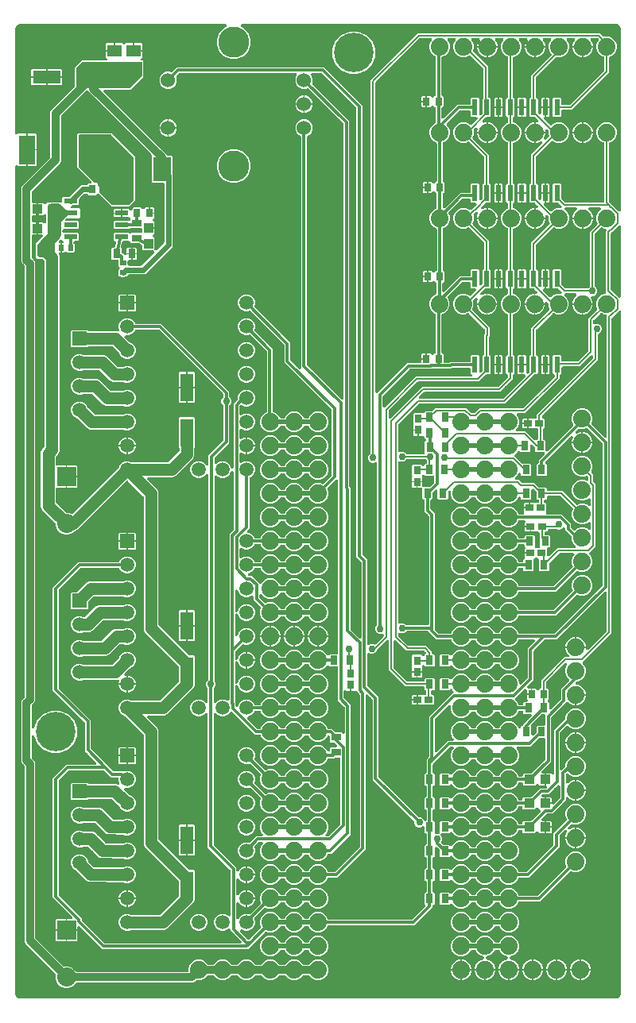
<source format=gbr>
G04 EAGLE Gerber RS-274X export*
G75*
%MOMM*%
%FSLAX34Y34*%
%LPD*%
%INTop Copper*%
%IPPOS*%
%AMOC8*
5,1,8,0,0,1.08239X$1,22.5*%
G01*
G04 Define Apertures*
%ADD10R,1.400000X3.000000*%
%ADD11R,1.100000X1.000000*%
%ADD12C,1.508000*%
%ADD13R,1.508000X1.508000*%
%ADD14C,1.879600*%
%ADD15R,2.032000X2.032000*%
%ADD16C,2.032000*%
%ADD17R,0.798700X0.973900*%
%ADD18R,0.973900X0.798700*%
%ADD19C,1.524000*%
%ADD20C,3.302000*%
%ADD21R,1.460500X0.533400*%
%ADD22R,2.400000X3.100000*%
%ADD23R,0.535100X0.644000*%
%ADD24R,1.799400X3.129200*%
%ADD25R,1.000000X1.100000*%
%ADD26R,0.700000X0.900000*%
%ADD27R,0.644000X0.535100*%
%ADD28R,1.899919X2.499359*%
%ADD29R,1.500000X1.300000*%
%ADD30R,3.000000X1.400000*%
%ADD31R,0.600000X1.700000*%
%ADD32R,1.000000X2.800000*%
%ADD33R,0.740000X0.925000*%
%ADD34R,0.925000X0.740000*%
%ADD35C,0.756400*%
%ADD36C,0.304800*%
%ADD37C,4.216400*%
%ADD38C,0.508000*%
%ADD39C,0.203200*%
%ADD40C,0.812800*%
%ADD41C,0.609600*%
%ADD42C,1.270000*%
G36*
X279794Y7672D02*
X279400Y7620D01*
X-355600Y7620D01*
X-355994Y7672D01*
X-357772Y8148D01*
X-358456Y8543D01*
X-359757Y9844D01*
X-360152Y10528D01*
X-360628Y12306D01*
X-360680Y12700D01*
X-360680Y894529D01*
X-360586Y895055D01*
X-360267Y895571D01*
X-359773Y895922D01*
X-359180Y896052D01*
X-358584Y895941D01*
X-358078Y895606D01*
X-357789Y895317D01*
X-348922Y895317D01*
X-348922Y929657D01*
X-357789Y929657D01*
X-358078Y929367D01*
X-358517Y929061D01*
X-359107Y928921D01*
X-359705Y929023D01*
X-360216Y929350D01*
X-360559Y929850D01*
X-360680Y930445D01*
X-360680Y1041400D01*
X-360628Y1041794D01*
X-360152Y1043572D01*
X-359757Y1044256D01*
X-358456Y1045557D01*
X-357772Y1045952D01*
X-355994Y1046428D01*
X-355600Y1046480D01*
X-136756Y1046480D01*
X-136241Y1046390D01*
X-135723Y1046076D01*
X-135368Y1045584D01*
X-135233Y1044992D01*
X-135339Y1044395D01*
X-135670Y1043887D01*
X-136173Y1043548D01*
X-138176Y1042718D01*
X-143249Y1037645D01*
X-145994Y1031017D01*
X-145994Y1023843D01*
X-143249Y1017215D01*
X-138176Y1012142D01*
X-131548Y1009396D01*
X-124373Y1009396D01*
X-117745Y1012142D01*
X-112672Y1017215D01*
X-109926Y1023843D01*
X-109926Y1031017D01*
X-112672Y1037645D01*
X-117745Y1042718D01*
X-119748Y1043548D01*
X-120189Y1043828D01*
X-120548Y1044317D01*
X-120688Y1044907D01*
X-120586Y1045505D01*
X-120259Y1046016D01*
X-119759Y1046359D01*
X-119164Y1046480D01*
X279400Y1046480D01*
X279794Y1046428D01*
X281572Y1045952D01*
X282256Y1045557D01*
X283557Y1044256D01*
X283952Y1043572D01*
X284428Y1041794D01*
X284480Y1041400D01*
X284480Y848384D01*
X284386Y847858D01*
X284067Y847342D01*
X283573Y846991D01*
X282980Y846861D01*
X282384Y846972D01*
X281878Y847307D01*
X275171Y854014D01*
X274937Y854059D01*
X274431Y854394D01*
X272226Y856599D01*
X271901Y857083D01*
X271780Y857677D01*
X271780Y919122D01*
X271887Y919683D01*
X272218Y920191D01*
X272721Y920530D01*
X275427Y921651D01*
X278499Y924723D01*
X280162Y928738D01*
X280162Y933083D01*
X278499Y937097D01*
X275427Y940169D01*
X271413Y941832D01*
X267068Y941832D01*
X263053Y940169D01*
X259981Y937097D01*
X258318Y933083D01*
X258318Y928738D01*
X259981Y924723D01*
X263053Y921651D01*
X265759Y920530D01*
X266236Y920217D01*
X266579Y919716D01*
X266700Y919122D01*
X266700Y857504D01*
X266598Y856955D01*
X266271Y856444D01*
X265770Y856101D01*
X265176Y855980D01*
X225773Y855980D01*
X225201Y856091D01*
X224696Y856426D01*
X221440Y859682D01*
X221115Y860165D01*
X220994Y860759D01*
X220994Y875271D01*
X220101Y876164D01*
X212839Y876164D01*
X211946Y875271D01*
X211946Y857009D01*
X212839Y856116D01*
X217191Y856116D01*
X217763Y856005D01*
X218268Y855670D01*
X220944Y852994D01*
X221250Y852555D01*
X221390Y851965D01*
X221288Y851367D01*
X220961Y850856D01*
X220461Y850513D01*
X219867Y850392D01*
X216268Y850392D01*
X212253Y848729D01*
X210875Y847351D01*
X210414Y847035D01*
X209821Y846904D01*
X209225Y847016D01*
X208719Y847351D01*
X202556Y853514D01*
X202250Y853953D01*
X202110Y854543D01*
X202212Y855141D01*
X202539Y855652D01*
X203039Y855995D01*
X203208Y856030D01*
X203208Y865378D01*
X199446Y865378D01*
X199446Y860303D01*
X199352Y859777D01*
X199033Y859261D01*
X198539Y858910D01*
X197946Y858779D01*
X197350Y858891D01*
X196844Y859226D01*
X196440Y859630D01*
X196115Y860113D01*
X195994Y860707D01*
X195994Y875271D01*
X195002Y876263D01*
X194985Y876266D01*
X194474Y876593D01*
X194131Y877094D01*
X194010Y877688D01*
X194010Y904797D01*
X194121Y905369D01*
X194456Y905874D01*
X210165Y921583D01*
X210626Y921899D01*
X211219Y922029D01*
X211815Y921918D01*
X212161Y921689D01*
X216268Y919988D01*
X220613Y919988D01*
X224627Y921651D01*
X227699Y924723D01*
X229362Y928738D01*
X229362Y933083D01*
X227699Y937097D01*
X224627Y940169D01*
X220613Y941832D01*
X216268Y941832D01*
X212253Y940169D01*
X211058Y938974D01*
X210597Y938658D01*
X210004Y938527D01*
X209408Y938639D01*
X208902Y938974D01*
X202921Y944954D01*
X202615Y945393D01*
X202476Y945983D01*
X202578Y946581D01*
X202904Y947092D01*
X203208Y947300D01*
X203208Y956818D01*
X199446Y956818D01*
X199446Y952109D01*
X199352Y951582D01*
X199033Y951066D01*
X198539Y950715D01*
X197946Y950585D01*
X197350Y950696D01*
X196844Y951031D01*
X196440Y951435D01*
X196115Y951919D01*
X195994Y952513D01*
X195994Y966711D01*
X195002Y967703D01*
X194985Y967706D01*
X194474Y968033D01*
X194131Y968534D01*
X194010Y969128D01*
X194010Y989127D01*
X194121Y989699D01*
X194456Y990204D01*
X215234Y1010982D01*
X215717Y1011307D01*
X216311Y1011428D01*
X220613Y1011428D01*
X224627Y1013091D01*
X227699Y1016163D01*
X229362Y1020178D01*
X229362Y1024523D01*
X227699Y1028537D01*
X227090Y1029146D01*
X226784Y1029585D01*
X226644Y1030175D01*
X226746Y1030773D01*
X227073Y1031284D01*
X227573Y1031627D01*
X228167Y1031748D01*
X234113Y1031748D01*
X234639Y1031654D01*
X235155Y1031335D01*
X235506Y1030841D01*
X235637Y1030248D01*
X235525Y1029652D01*
X235190Y1029146D01*
X234581Y1028537D01*
X232918Y1024523D01*
X232918Y1023112D01*
X254762Y1023112D01*
X254762Y1024523D01*
X253099Y1028537D01*
X252490Y1029146D01*
X252184Y1029585D01*
X252044Y1030175D01*
X252146Y1030773D01*
X252473Y1031284D01*
X252973Y1031627D01*
X253567Y1031748D01*
X259429Y1031748D01*
X260001Y1031637D01*
X260506Y1031302D01*
X260548Y1031260D01*
X260864Y1030799D01*
X260994Y1030206D01*
X260883Y1029610D01*
X260548Y1029104D01*
X259981Y1028537D01*
X258318Y1024523D01*
X258318Y1020178D01*
X259981Y1016163D01*
X263053Y1013091D01*
X265759Y1011970D01*
X266236Y1011657D01*
X266579Y1011156D01*
X266700Y1010562D01*
X266700Y997672D01*
X266589Y997100D01*
X266254Y996594D01*
X230226Y960566D01*
X229743Y960241D01*
X229148Y960120D01*
X222518Y960120D01*
X221969Y960222D01*
X221458Y960549D01*
X221115Y961050D01*
X220994Y961644D01*
X220994Y966711D01*
X220101Y967604D01*
X212839Y967604D01*
X211946Y966711D01*
X211946Y948449D01*
X212839Y947556D01*
X220101Y947556D01*
X220994Y948449D01*
X220994Y953516D01*
X221096Y954065D01*
X221423Y954576D01*
X221924Y954919D01*
X222518Y955040D01*
X231884Y955040D01*
X271780Y994936D01*
X271780Y1010562D01*
X271887Y1011123D01*
X272218Y1011631D01*
X272721Y1011970D01*
X275427Y1013091D01*
X278499Y1016163D01*
X280162Y1020178D01*
X280162Y1024523D01*
X278499Y1028537D01*
X275427Y1031609D01*
X271413Y1033272D01*
X267068Y1033272D01*
X267056Y1033267D01*
X266497Y1033151D01*
X265900Y1033262D01*
X265395Y1033597D01*
X262164Y1036828D01*
X68036Y1036828D01*
X17780Y986572D01*
X17780Y589795D01*
X17669Y589223D01*
X17334Y588717D01*
X15822Y587206D01*
X15014Y585255D01*
X15014Y583145D01*
X15822Y581194D01*
X17314Y579702D01*
X19265Y578894D01*
X21375Y578894D01*
X22627Y579413D01*
X23162Y579528D01*
X23760Y579426D01*
X24271Y579099D01*
X24614Y578599D01*
X24735Y578005D01*
X24735Y406730D01*
X24623Y406158D01*
X24288Y405653D01*
X23518Y404882D01*
X22710Y402932D01*
X22710Y400821D01*
X23518Y398871D01*
X25010Y397378D01*
X26961Y396570D01*
X29071Y396570D01*
X29691Y396827D01*
X30225Y396942D01*
X30823Y396840D01*
X31334Y396514D01*
X31677Y396013D01*
X31798Y395419D01*
X31798Y394470D01*
X31687Y393898D01*
X31352Y393392D01*
X23452Y385493D01*
X22980Y385172D01*
X22387Y385046D01*
X21791Y385162D01*
X20237Y385806D01*
X18127Y385806D01*
X16237Y385023D01*
X15703Y384908D01*
X15105Y385010D01*
X14594Y385337D01*
X14251Y385837D01*
X14130Y386431D01*
X14130Y475821D01*
X9364Y480587D01*
X9039Y481070D01*
X8918Y481665D01*
X8918Y959539D01*
X-32049Y1000506D01*
X-188405Y1000506D01*
X-193140Y995771D01*
X-193612Y995450D01*
X-194205Y995325D01*
X-194801Y995441D01*
X-195992Y995934D01*
X-199629Y995934D01*
X-202990Y994542D01*
X-205562Y991970D01*
X-206954Y988609D01*
X-206954Y984971D01*
X-205562Y981610D01*
X-202990Y979038D01*
X-199629Y977646D01*
X-195992Y977646D01*
X-192631Y979038D01*
X-190059Y981610D01*
X-188666Y984971D01*
X-188666Y988609D01*
X-189160Y989800D01*
X-189276Y990359D01*
X-189164Y990955D01*
X-188829Y991461D01*
X-186326Y993964D01*
X-185843Y994289D01*
X-185249Y994410D01*
X-62021Y994410D01*
X-61495Y994316D01*
X-60979Y993997D01*
X-60628Y993503D01*
X-60497Y992910D01*
X-60609Y992314D01*
X-60691Y992189D01*
X-62174Y988609D01*
X-62174Y984971D01*
X-60782Y981610D01*
X-58210Y979038D01*
X-54849Y977646D01*
X-51212Y977646D01*
X-50021Y978139D01*
X-49462Y978255D01*
X-48866Y978144D01*
X-48360Y977809D01*
X-11284Y940733D01*
X-10959Y940250D01*
X-10838Y939656D01*
X-10838Y647787D01*
X-10932Y647261D01*
X-11251Y646745D01*
X-11745Y646394D01*
X-12338Y646264D01*
X-12934Y646375D01*
X-13440Y646710D01*
X-49536Y682806D01*
X-49862Y683289D01*
X-49982Y683884D01*
X-49982Y926337D01*
X-49876Y926898D01*
X-49545Y927406D01*
X-49042Y927745D01*
X-47851Y928238D01*
X-45279Y930810D01*
X-43886Y934171D01*
X-43886Y937809D01*
X-45279Y941170D01*
X-47851Y943742D01*
X-51212Y945134D01*
X-54849Y945134D01*
X-58210Y943742D01*
X-60782Y941170D01*
X-62174Y937809D01*
X-62174Y934171D01*
X-60782Y930810D01*
X-58210Y928238D01*
X-57019Y927745D01*
X-56542Y927431D01*
X-56199Y926931D01*
X-56078Y926337D01*
X-56078Y680134D01*
X-56172Y679607D01*
X-56491Y679091D01*
X-56986Y678740D01*
X-57578Y678610D01*
X-58174Y678721D01*
X-58680Y679056D01*
X-67372Y687748D01*
X-67697Y688231D01*
X-67818Y688826D01*
X-67818Y707129D01*
X-105380Y744691D01*
X-105701Y745163D01*
X-105826Y745756D01*
X-105711Y746351D01*
X-105236Y747497D01*
X-105236Y751103D01*
X-106616Y754434D01*
X-109166Y756984D01*
X-112497Y758364D01*
X-116103Y758364D01*
X-119434Y756984D01*
X-121984Y754434D01*
X-123364Y751103D01*
X-123364Y747497D01*
X-121984Y744166D01*
X-119434Y741616D01*
X-116103Y740236D01*
X-112497Y740236D01*
X-111351Y740711D01*
X-110793Y740826D01*
X-110196Y740715D01*
X-109691Y740380D01*
X-74360Y705050D01*
X-74035Y704567D01*
X-73914Y703972D01*
X-73914Y685669D01*
X-24068Y635824D01*
X-23743Y635340D01*
X-23622Y634746D01*
X-23622Y565698D01*
X-23733Y565127D01*
X-24068Y564621D01*
X-32195Y556494D01*
X-32667Y556173D01*
X-33260Y556048D01*
X-33856Y556164D01*
X-35928Y557022D01*
X-40273Y557022D01*
X-44287Y555359D01*
X-47359Y552287D01*
X-47849Y551105D01*
X-48162Y550628D01*
X-48662Y550285D01*
X-49257Y550164D01*
X-52343Y550164D01*
X-52904Y550271D01*
X-53412Y550602D01*
X-53751Y551105D01*
X-54241Y552287D01*
X-57313Y555359D01*
X-61328Y557022D01*
X-65673Y557022D01*
X-69687Y555359D01*
X-72759Y552287D01*
X-73249Y551105D01*
X-73562Y550628D01*
X-74062Y550285D01*
X-74657Y550164D01*
X-77743Y550164D01*
X-78304Y550271D01*
X-78812Y550602D01*
X-79151Y551105D01*
X-79641Y552287D01*
X-82713Y555359D01*
X-86728Y557022D01*
X-91073Y557022D01*
X-95087Y555359D01*
X-98159Y552287D01*
X-99822Y548273D01*
X-99822Y543928D01*
X-98159Y539913D01*
X-95087Y536841D01*
X-91073Y535178D01*
X-86728Y535178D01*
X-82713Y536841D01*
X-79641Y539913D01*
X-79151Y541095D01*
X-78838Y541572D01*
X-78338Y541915D01*
X-77743Y542036D01*
X-74657Y542036D01*
X-74096Y541929D01*
X-73588Y541598D01*
X-73249Y541095D01*
X-72759Y539913D01*
X-69687Y536841D01*
X-65673Y535178D01*
X-61328Y535178D01*
X-57313Y536841D01*
X-54241Y539913D01*
X-53751Y541095D01*
X-53438Y541572D01*
X-52938Y541915D01*
X-52343Y542036D01*
X-49257Y542036D01*
X-48696Y541929D01*
X-48188Y541598D01*
X-47849Y541095D01*
X-47359Y539913D01*
X-44287Y536841D01*
X-40273Y535178D01*
X-35928Y535178D01*
X-31913Y536841D01*
X-28841Y539913D01*
X-27178Y543928D01*
X-27178Y548273D01*
X-28141Y550597D01*
X-28257Y551156D01*
X-28145Y551752D01*
X-27810Y552258D01*
X-19460Y560608D01*
X-19021Y560914D01*
X-18431Y561054D01*
X-17833Y560952D01*
X-17322Y560625D01*
X-16979Y560125D01*
X-16859Y559530D01*
X-16859Y376218D01*
X-16961Y375668D01*
X-17288Y375157D01*
X-17788Y374814D01*
X-18383Y374694D01*
X-25477Y374694D01*
X-26303Y373867D01*
X-26753Y373556D01*
X-27344Y373421D01*
X-27942Y373528D01*
X-28450Y373858D01*
X-28789Y374361D01*
X-28841Y374487D01*
X-31913Y377559D01*
X-35928Y379222D01*
X-40273Y379222D01*
X-44287Y377559D01*
X-47359Y374487D01*
X-47849Y373305D01*
X-48162Y372828D01*
X-48662Y372485D01*
X-49257Y372364D01*
X-52343Y372364D01*
X-52904Y372471D01*
X-53412Y372802D01*
X-53751Y373305D01*
X-54241Y374487D01*
X-57313Y377559D01*
X-61328Y379222D01*
X-65673Y379222D01*
X-69687Y377559D01*
X-72759Y374487D01*
X-73249Y373305D01*
X-73562Y372828D01*
X-74062Y372485D01*
X-74657Y372364D01*
X-77743Y372364D01*
X-78304Y372471D01*
X-78812Y372802D01*
X-79151Y373305D01*
X-79641Y374487D01*
X-82713Y377559D01*
X-86728Y379222D01*
X-91073Y379222D01*
X-95087Y377559D01*
X-98159Y374487D01*
X-99822Y370473D01*
X-99822Y366128D01*
X-98159Y362113D01*
X-95087Y359041D01*
X-91073Y357378D01*
X-86728Y357378D01*
X-82713Y359041D01*
X-79641Y362113D01*
X-79151Y363295D01*
X-78838Y363772D01*
X-78338Y364115D01*
X-77743Y364236D01*
X-74657Y364236D01*
X-74096Y364129D01*
X-73588Y363798D01*
X-73249Y363295D01*
X-72759Y362113D01*
X-69687Y359041D01*
X-65673Y357378D01*
X-61328Y357378D01*
X-57313Y359041D01*
X-54241Y362113D01*
X-53751Y363295D01*
X-53438Y363772D01*
X-52938Y364115D01*
X-52343Y364236D01*
X-49257Y364236D01*
X-48696Y364129D01*
X-48188Y363798D01*
X-47849Y363295D01*
X-47359Y362113D01*
X-44287Y359041D01*
X-40273Y357378D01*
X-35928Y357378D01*
X-31913Y359041D01*
X-28841Y362113D01*
X-28789Y362239D01*
X-28492Y362698D01*
X-27998Y363049D01*
X-27405Y363179D01*
X-26809Y363068D01*
X-26303Y362733D01*
X-25477Y361907D01*
X-18383Y361907D01*
X-17833Y361804D01*
X-17322Y361477D01*
X-16979Y360977D01*
X-16859Y360383D01*
X-16859Y325809D01*
X-10055Y319006D01*
X-9729Y318523D01*
X-9609Y317928D01*
X-9609Y291538D01*
X-9702Y291011D01*
X-10021Y290495D01*
X-10516Y290144D01*
X-11108Y290014D01*
X-11704Y290125D01*
X-12210Y290460D01*
X-13549Y291800D01*
X-19626Y291800D01*
X-20198Y291911D01*
X-20703Y292246D01*
X-23605Y295148D01*
X-26522Y295148D01*
X-27083Y295255D01*
X-27591Y295586D01*
X-27930Y296089D01*
X-28841Y298287D01*
X-31913Y301359D01*
X-35928Y303022D01*
X-40273Y303022D01*
X-44287Y301359D01*
X-47359Y298287D01*
X-47849Y297105D01*
X-48162Y296628D01*
X-48662Y296285D01*
X-49257Y296164D01*
X-52343Y296164D01*
X-52904Y296271D01*
X-53412Y296602D01*
X-53751Y297105D01*
X-54241Y298287D01*
X-57313Y301359D01*
X-61328Y303022D01*
X-65673Y303022D01*
X-69687Y301359D01*
X-72759Y298287D01*
X-73249Y297105D01*
X-73562Y296628D01*
X-74062Y296285D01*
X-74657Y296164D01*
X-77743Y296164D01*
X-78304Y296271D01*
X-78812Y296602D01*
X-79151Y297105D01*
X-79641Y298287D01*
X-82713Y301359D01*
X-86728Y303022D01*
X-91073Y303022D01*
X-95087Y301359D01*
X-98159Y298287D01*
X-99070Y296089D01*
X-99383Y295612D01*
X-99883Y295269D01*
X-100478Y295148D01*
X-101980Y295148D01*
X-102552Y295259D01*
X-103058Y295594D01*
X-113298Y305834D01*
X-113604Y306273D01*
X-113743Y306863D01*
X-113642Y307461D01*
X-113315Y307972D01*
X-112814Y308315D01*
X-112764Y308326D01*
X-109166Y309816D01*
X-106616Y312366D01*
X-106141Y313511D01*
X-105828Y313988D01*
X-105328Y314331D01*
X-104733Y314452D01*
X-100478Y314452D01*
X-99917Y314345D01*
X-99409Y314014D01*
X-99070Y313511D01*
X-98159Y311313D01*
X-95087Y308241D01*
X-91073Y306578D01*
X-86728Y306578D01*
X-82713Y308241D01*
X-79641Y311313D01*
X-79151Y312495D01*
X-78838Y312972D01*
X-78338Y313315D01*
X-77743Y313436D01*
X-74657Y313436D01*
X-74096Y313329D01*
X-73588Y312998D01*
X-73249Y312495D01*
X-72759Y311313D01*
X-69687Y308241D01*
X-65673Y306578D01*
X-61328Y306578D01*
X-57313Y308241D01*
X-54241Y311313D01*
X-53751Y312495D01*
X-53438Y312972D01*
X-52938Y313315D01*
X-52343Y313436D01*
X-49257Y313436D01*
X-48696Y313329D01*
X-48188Y312998D01*
X-47849Y312495D01*
X-47359Y311313D01*
X-44287Y308241D01*
X-40273Y306578D01*
X-35928Y306578D01*
X-31913Y308241D01*
X-28841Y311313D01*
X-27178Y315328D01*
X-27178Y319673D01*
X-28841Y323687D01*
X-31913Y326759D01*
X-35928Y328422D01*
X-40273Y328422D01*
X-44287Y326759D01*
X-47359Y323687D01*
X-47849Y322505D01*
X-48162Y322028D01*
X-48662Y321685D01*
X-49257Y321564D01*
X-52343Y321564D01*
X-52904Y321671D01*
X-53412Y322002D01*
X-53751Y322505D01*
X-54241Y323687D01*
X-57313Y326759D01*
X-61328Y328422D01*
X-65673Y328422D01*
X-69687Y326759D01*
X-72759Y323687D01*
X-73249Y322505D01*
X-73562Y322028D01*
X-74062Y321685D01*
X-74657Y321564D01*
X-77743Y321564D01*
X-78304Y321671D01*
X-78812Y322002D01*
X-79151Y322505D01*
X-79641Y323687D01*
X-82713Y326759D01*
X-86728Y328422D01*
X-91073Y328422D01*
X-95087Y326759D01*
X-98159Y323687D01*
X-99070Y321489D01*
X-99383Y321012D01*
X-99883Y320669D01*
X-100478Y320548D01*
X-104733Y320548D01*
X-105294Y320655D01*
X-105802Y320986D01*
X-106141Y321489D01*
X-106616Y322634D01*
X-109166Y325184D01*
X-112497Y326564D01*
X-116103Y326564D01*
X-119434Y325184D01*
X-121984Y322634D01*
X-123132Y319863D01*
X-123412Y319421D01*
X-123901Y319063D01*
X-124491Y318923D01*
X-125089Y319025D01*
X-125600Y319352D01*
X-125943Y319852D01*
X-126064Y320446D01*
X-126064Y323196D01*
X-126291Y323533D01*
X-126412Y324128D01*
X-126412Y340794D01*
X-126322Y341309D01*
X-126008Y341828D01*
X-125516Y342183D01*
X-124924Y342317D01*
X-124327Y342211D01*
X-123819Y341880D01*
X-123480Y341377D01*
X-121984Y337766D01*
X-119434Y335216D01*
X-116103Y333836D01*
X-112497Y333836D01*
X-109166Y335216D01*
X-106616Y337766D01*
X-105236Y341097D01*
X-105236Y344703D01*
X-106616Y348034D01*
X-109166Y350584D01*
X-112497Y351964D01*
X-116103Y351964D01*
X-119434Y350584D01*
X-121984Y348034D01*
X-123480Y344423D01*
X-123760Y343981D01*
X-124249Y343622D01*
X-124839Y343483D01*
X-125437Y343585D01*
X-125948Y343911D01*
X-126291Y344412D01*
X-126412Y345006D01*
X-126412Y366194D01*
X-126322Y366709D01*
X-126008Y367228D01*
X-125516Y367583D01*
X-124924Y367717D01*
X-124327Y367611D01*
X-123819Y367280D01*
X-123480Y366777D01*
X-121984Y363166D01*
X-119434Y360616D01*
X-116103Y359236D01*
X-115062Y359236D01*
X-115062Y377364D01*
X-116103Y377364D01*
X-119434Y375984D01*
X-121984Y373434D01*
X-123480Y369823D01*
X-123760Y369381D01*
X-124249Y369022D01*
X-124839Y368883D01*
X-125437Y368985D01*
X-125948Y369311D01*
X-126291Y369812D01*
X-126412Y370406D01*
X-126412Y376646D01*
X-126301Y377218D01*
X-125966Y377724D01*
X-118909Y384780D01*
X-118437Y385101D01*
X-117844Y385226D01*
X-117249Y385111D01*
X-116103Y384636D01*
X-112497Y384636D01*
X-109166Y386016D01*
X-106616Y388566D01*
X-105236Y391897D01*
X-105236Y395503D01*
X-106616Y398834D01*
X-109166Y401384D01*
X-112497Y402764D01*
X-116103Y402764D01*
X-119434Y401384D01*
X-121984Y398834D01*
X-123480Y395223D01*
X-123760Y394781D01*
X-124249Y394422D01*
X-124839Y394283D01*
X-125437Y394385D01*
X-125948Y394711D01*
X-126291Y395212D01*
X-126412Y395806D01*
X-126412Y416994D01*
X-126322Y417509D01*
X-126008Y418028D01*
X-125516Y418383D01*
X-124924Y418517D01*
X-124327Y418411D01*
X-123819Y418080D01*
X-123480Y417577D01*
X-121984Y413966D01*
X-119434Y411416D01*
X-116103Y410036D01*
X-112497Y410036D01*
X-109166Y411416D01*
X-106616Y413966D01*
X-105236Y417297D01*
X-105236Y420903D01*
X-106616Y424234D01*
X-109166Y426784D01*
X-112497Y428164D01*
X-116103Y428164D01*
X-119434Y426784D01*
X-121984Y424234D01*
X-123480Y420623D01*
X-123760Y420181D01*
X-124249Y419822D01*
X-124839Y419683D01*
X-125437Y419785D01*
X-125948Y420111D01*
X-126291Y420612D01*
X-126412Y421206D01*
X-126412Y442394D01*
X-126322Y442909D01*
X-126008Y443428D01*
X-125516Y443783D01*
X-124924Y443917D01*
X-124327Y443811D01*
X-123819Y443480D01*
X-123480Y442977D01*
X-121984Y439366D01*
X-119434Y436816D01*
X-116103Y435436D01*
X-112497Y435436D01*
X-108956Y436903D01*
X-108923Y436926D01*
X-108333Y437066D01*
X-107735Y436964D01*
X-107224Y436637D01*
X-106881Y436137D01*
X-106760Y435542D01*
X-106760Y432649D01*
X-99242Y425131D01*
X-98921Y424659D01*
X-98796Y424066D01*
X-98912Y423471D01*
X-99822Y421272D01*
X-99822Y416928D01*
X-98159Y412913D01*
X-95087Y409841D01*
X-91073Y408178D01*
X-86728Y408178D01*
X-82713Y409841D01*
X-79641Y412913D01*
X-79151Y414095D01*
X-78838Y414572D01*
X-78338Y414915D01*
X-77743Y415036D01*
X-74657Y415036D01*
X-74096Y414929D01*
X-73588Y414598D01*
X-73249Y414095D01*
X-72759Y412913D01*
X-69687Y409841D01*
X-65673Y408178D01*
X-61328Y408178D01*
X-57313Y409841D01*
X-54241Y412913D01*
X-53751Y414095D01*
X-53438Y414572D01*
X-52938Y414915D01*
X-52343Y415036D01*
X-49257Y415036D01*
X-48696Y414929D01*
X-48188Y414598D01*
X-47849Y414095D01*
X-47359Y412913D01*
X-44287Y409841D01*
X-40273Y408178D01*
X-35928Y408178D01*
X-31913Y409841D01*
X-28841Y412913D01*
X-27178Y416928D01*
X-27178Y421273D01*
X-28841Y425287D01*
X-31913Y428359D01*
X-35928Y430022D01*
X-40273Y430022D01*
X-44287Y428359D01*
X-47359Y425287D01*
X-47849Y424105D01*
X-48162Y423628D01*
X-48662Y423285D01*
X-49257Y423164D01*
X-52343Y423164D01*
X-52904Y423271D01*
X-53412Y423602D01*
X-53751Y424105D01*
X-54241Y425287D01*
X-57313Y428359D01*
X-61328Y430022D01*
X-65673Y430022D01*
X-69687Y428359D01*
X-72759Y425287D01*
X-73249Y424105D01*
X-73562Y423628D01*
X-74062Y423285D01*
X-74657Y423164D01*
X-77743Y423164D01*
X-78304Y423271D01*
X-78812Y423602D01*
X-79151Y424105D01*
X-79641Y425287D01*
X-82713Y428359D01*
X-86728Y430022D01*
X-91072Y430022D01*
X-93271Y429112D01*
X-93829Y428996D01*
X-94426Y429107D01*
X-94931Y429442D01*
X-100218Y434728D01*
X-100543Y435211D01*
X-100664Y435806D01*
X-100664Y437139D01*
X-100570Y437665D01*
X-100251Y438181D01*
X-99757Y438532D01*
X-99164Y438663D01*
X-98568Y438551D01*
X-98062Y438216D01*
X-95087Y435241D01*
X-91073Y433578D01*
X-86728Y433578D01*
X-82713Y435241D01*
X-79641Y438313D01*
X-79151Y439495D01*
X-78838Y439972D01*
X-78338Y440315D01*
X-77743Y440436D01*
X-74657Y440436D01*
X-74096Y440329D01*
X-73588Y439998D01*
X-73249Y439495D01*
X-72759Y438313D01*
X-69687Y435241D01*
X-65673Y433578D01*
X-61328Y433578D01*
X-57313Y435241D01*
X-54241Y438313D01*
X-53751Y439495D01*
X-53438Y439972D01*
X-52938Y440315D01*
X-52343Y440436D01*
X-49257Y440436D01*
X-48696Y440329D01*
X-48188Y439998D01*
X-47849Y439495D01*
X-47359Y438313D01*
X-44287Y435241D01*
X-40273Y433578D01*
X-35928Y433578D01*
X-31913Y435241D01*
X-28841Y438313D01*
X-27178Y442328D01*
X-27178Y446673D01*
X-28841Y450687D01*
X-31913Y453759D01*
X-35928Y455422D01*
X-40273Y455422D01*
X-44287Y453759D01*
X-47359Y450687D01*
X-47849Y449505D01*
X-48162Y449028D01*
X-48662Y448685D01*
X-49257Y448564D01*
X-52343Y448564D01*
X-52904Y448671D01*
X-53412Y449002D01*
X-53751Y449505D01*
X-54241Y450687D01*
X-57313Y453759D01*
X-61328Y455422D01*
X-65673Y455422D01*
X-69687Y453759D01*
X-72759Y450687D01*
X-73249Y449505D01*
X-73562Y449028D01*
X-74062Y448685D01*
X-74657Y448564D01*
X-77743Y448564D01*
X-78304Y448671D01*
X-78812Y449002D01*
X-79151Y449505D01*
X-79641Y450687D01*
X-82713Y453759D01*
X-86728Y455422D01*
X-91073Y455422D01*
X-95087Y453759D01*
X-98159Y450687D01*
X-98178Y450642D01*
X-98474Y450183D01*
X-98969Y449832D01*
X-99561Y449701D01*
X-100158Y449813D01*
X-100663Y450148D01*
X-108652Y458136D01*
X-111354Y458136D01*
X-111869Y458226D01*
X-112388Y458540D01*
X-112742Y459032D01*
X-112877Y459624D01*
X-112771Y460221D01*
X-112440Y460729D01*
X-111937Y461068D01*
X-109166Y462216D01*
X-106616Y464766D01*
X-106141Y465911D01*
X-105828Y466388D01*
X-105328Y466731D01*
X-104733Y466852D01*
X-100478Y466852D01*
X-99917Y466745D01*
X-99409Y466414D01*
X-99070Y465911D01*
X-98159Y463713D01*
X-95087Y460641D01*
X-91073Y458978D01*
X-86728Y458978D01*
X-82713Y460641D01*
X-79641Y463713D01*
X-79151Y464895D01*
X-78838Y465372D01*
X-78338Y465715D01*
X-77743Y465836D01*
X-74657Y465836D01*
X-74096Y465729D01*
X-73588Y465398D01*
X-73249Y464895D01*
X-72759Y463713D01*
X-69687Y460641D01*
X-65673Y458978D01*
X-61328Y458978D01*
X-57313Y460641D01*
X-54241Y463713D01*
X-53751Y464895D01*
X-53438Y465372D01*
X-52938Y465715D01*
X-52343Y465836D01*
X-49257Y465836D01*
X-48696Y465729D01*
X-48188Y465398D01*
X-47849Y464895D01*
X-47359Y463713D01*
X-44287Y460641D01*
X-40273Y458978D01*
X-35928Y458978D01*
X-31913Y460641D01*
X-28841Y463713D01*
X-27178Y467728D01*
X-27178Y472073D01*
X-28841Y476087D01*
X-31913Y479159D01*
X-35928Y480822D01*
X-40273Y480822D01*
X-44287Y479159D01*
X-47359Y476087D01*
X-47849Y474905D01*
X-48162Y474428D01*
X-48662Y474085D01*
X-49257Y473964D01*
X-52343Y473964D01*
X-52904Y474071D01*
X-53412Y474402D01*
X-53751Y474905D01*
X-54241Y476087D01*
X-57313Y479159D01*
X-61328Y480822D01*
X-65673Y480822D01*
X-69687Y479159D01*
X-72759Y476087D01*
X-73249Y474905D01*
X-73562Y474428D01*
X-74062Y474085D01*
X-74657Y473964D01*
X-77743Y473964D01*
X-78304Y474071D01*
X-78812Y474402D01*
X-79151Y474905D01*
X-79641Y476087D01*
X-82713Y479159D01*
X-86728Y480822D01*
X-91073Y480822D01*
X-95087Y479159D01*
X-98159Y476087D01*
X-99070Y473889D01*
X-99383Y473412D01*
X-99883Y473069D01*
X-100478Y472948D01*
X-104733Y472948D01*
X-105294Y473055D01*
X-105802Y473386D01*
X-106141Y473889D01*
X-106616Y475034D01*
X-109166Y477584D01*
X-112497Y478964D01*
X-116103Y478964D01*
X-119644Y477497D01*
X-119677Y477474D01*
X-120267Y477334D01*
X-120865Y477436D01*
X-121376Y477763D01*
X-121719Y478263D01*
X-121840Y478858D01*
X-121840Y486342D01*
X-121746Y486869D01*
X-121427Y487385D01*
X-120933Y487736D01*
X-120340Y487866D01*
X-119744Y487755D01*
X-119701Y487726D01*
X-116103Y486236D01*
X-112497Y486236D01*
X-109166Y487616D01*
X-106616Y490166D01*
X-106141Y491311D01*
X-105828Y491788D01*
X-105328Y492131D01*
X-104733Y492252D01*
X-100478Y492252D01*
X-99917Y492145D01*
X-99409Y491814D01*
X-99070Y491311D01*
X-98159Y489113D01*
X-95087Y486041D01*
X-91073Y484378D01*
X-86728Y484378D01*
X-82713Y486041D01*
X-79641Y489113D01*
X-79151Y490295D01*
X-78838Y490772D01*
X-78338Y491115D01*
X-77743Y491236D01*
X-74657Y491236D01*
X-74096Y491129D01*
X-73588Y490798D01*
X-73249Y490295D01*
X-72759Y489113D01*
X-69687Y486041D01*
X-65673Y484378D01*
X-61328Y484378D01*
X-57313Y486041D01*
X-54241Y489113D01*
X-53751Y490295D01*
X-53438Y490772D01*
X-52938Y491115D01*
X-52343Y491236D01*
X-49257Y491236D01*
X-48696Y491129D01*
X-48188Y490798D01*
X-47849Y490295D01*
X-47359Y489113D01*
X-44287Y486041D01*
X-40273Y484378D01*
X-35928Y484378D01*
X-31913Y486041D01*
X-28841Y489113D01*
X-27178Y493128D01*
X-27178Y497473D01*
X-28841Y501487D01*
X-31913Y504559D01*
X-35928Y506222D01*
X-40273Y506222D01*
X-44287Y504559D01*
X-47359Y501487D01*
X-47849Y500305D01*
X-48162Y499828D01*
X-48662Y499485D01*
X-49257Y499364D01*
X-52343Y499364D01*
X-52904Y499471D01*
X-53412Y499802D01*
X-53751Y500305D01*
X-54241Y501487D01*
X-57313Y504559D01*
X-61328Y506222D01*
X-65673Y506222D01*
X-69687Y504559D01*
X-72759Y501487D01*
X-73249Y500305D01*
X-73562Y499828D01*
X-74062Y499485D01*
X-74657Y499364D01*
X-77743Y499364D01*
X-78304Y499471D01*
X-78812Y499802D01*
X-79151Y500305D01*
X-79641Y501487D01*
X-82713Y504559D01*
X-86728Y506222D01*
X-91073Y506222D01*
X-95087Y504559D01*
X-98159Y501487D01*
X-99070Y499289D01*
X-99383Y498812D01*
X-99883Y498469D01*
X-100478Y498348D01*
X-104733Y498348D01*
X-105294Y498455D01*
X-105802Y498786D01*
X-106141Y499289D01*
X-106616Y500434D01*
X-109166Y502984D01*
X-112706Y504451D01*
X-112747Y504458D01*
X-113263Y504777D01*
X-113614Y505271D01*
X-113744Y505864D01*
X-113633Y506460D01*
X-113298Y506966D01*
X-111252Y509011D01*
X-111252Y561933D01*
X-111145Y562494D01*
X-110814Y563002D01*
X-110311Y563341D01*
X-109166Y563816D01*
X-106616Y566366D01*
X-105236Y569697D01*
X-105236Y573303D01*
X-106616Y576634D01*
X-109166Y579184D01*
X-112497Y580564D01*
X-116103Y580564D01*
X-119644Y579097D01*
X-119677Y579074D01*
X-120267Y578934D01*
X-120865Y579036D01*
X-121376Y579363D01*
X-121719Y579863D01*
X-121840Y580458D01*
X-121840Y587942D01*
X-121746Y588469D01*
X-121427Y588985D01*
X-120933Y589336D01*
X-120340Y589466D01*
X-119744Y589355D01*
X-119701Y589326D01*
X-116103Y587836D01*
X-115062Y587836D01*
X-115062Y605964D01*
X-116103Y605964D01*
X-119644Y604497D01*
X-119677Y604474D01*
X-120267Y604334D01*
X-120865Y604436D01*
X-121376Y604763D01*
X-121719Y605263D01*
X-121840Y605858D01*
X-121840Y613342D01*
X-121746Y613869D01*
X-121427Y614385D01*
X-120933Y614736D01*
X-120340Y614866D01*
X-119744Y614755D01*
X-119701Y614726D01*
X-116103Y613236D01*
X-112497Y613236D01*
X-109166Y614616D01*
X-106616Y617166D01*
X-105236Y620497D01*
X-105236Y624103D01*
X-106616Y627434D01*
X-109166Y629984D01*
X-112497Y631364D01*
X-116103Y631364D01*
X-119644Y629897D01*
X-119677Y629874D01*
X-120267Y629734D01*
X-120865Y629836D01*
X-121376Y630163D01*
X-121719Y630663D01*
X-121840Y631258D01*
X-121840Y638742D01*
X-121746Y639269D01*
X-121427Y639785D01*
X-120933Y640136D01*
X-120340Y640266D01*
X-119744Y640155D01*
X-119701Y640126D01*
X-116103Y638636D01*
X-112497Y638636D01*
X-109166Y640016D01*
X-106616Y642566D01*
X-105236Y645897D01*
X-105236Y649503D01*
X-106616Y652834D01*
X-109166Y655384D01*
X-112497Y656764D01*
X-116103Y656764D01*
X-119434Y655384D01*
X-121984Y652834D01*
X-123364Y649503D01*
X-123364Y647122D01*
X-123475Y646550D01*
X-123810Y646044D01*
X-127905Y641949D01*
X-127945Y641921D01*
X-127936Y641875D01*
X-127936Y574446D01*
X-128026Y573931D01*
X-128340Y573412D01*
X-128832Y573058D01*
X-129424Y572923D01*
X-130021Y573029D01*
X-130529Y573360D01*
X-130868Y573863D01*
X-132016Y576634D01*
X-134566Y579184D01*
X-137897Y580564D01*
X-141503Y580564D01*
X-144834Y579184D01*
X-145908Y578110D01*
X-146347Y577804D01*
X-146937Y577664D01*
X-147535Y577766D01*
X-148046Y578093D01*
X-148389Y578593D01*
X-148510Y579188D01*
X-148510Y583638D01*
X-148399Y584210D01*
X-148064Y584715D01*
X-132704Y600075D01*
X-132704Y639445D01*
X-132593Y640017D01*
X-132258Y640523D01*
X-131254Y641527D01*
X-130868Y642458D01*
X-130588Y642900D01*
X-130497Y642967D01*
X-130507Y643014D01*
X-130446Y643328D01*
X-130446Y645588D01*
X-131254Y647538D01*
X-132258Y648542D01*
X-132583Y649025D01*
X-132704Y649620D01*
X-132704Y654674D01*
X-204978Y726948D01*
X-231733Y726948D01*
X-232294Y727055D01*
X-232802Y727386D01*
X-233141Y727889D01*
X-233616Y729034D01*
X-236166Y731584D01*
X-239497Y732964D01*
X-243103Y732964D01*
X-246434Y731584D01*
X-248984Y729034D01*
X-250364Y725703D01*
X-250364Y722097D01*
X-249832Y720812D01*
X-249717Y720290D01*
X-249814Y719691D01*
X-250137Y719177D01*
X-250634Y718830D01*
X-251228Y718705D01*
X-251823Y718821D01*
X-252434Y719074D01*
X-282107Y719074D01*
X-282679Y719185D01*
X-283185Y719520D01*
X-283929Y720264D01*
X-300271Y720264D01*
X-301164Y719371D01*
X-301164Y703029D01*
X-300271Y702136D01*
X-283929Y702136D01*
X-283185Y702880D01*
X-282702Y703205D01*
X-282107Y703326D01*
X-257893Y703326D01*
X-257321Y703215D01*
X-256815Y702880D01*
X-250388Y696453D01*
X-250058Y695959D01*
X-248984Y693366D01*
X-246434Y690816D01*
X-243103Y689436D01*
X-239497Y689436D01*
X-236166Y690816D01*
X-233616Y693366D01*
X-232236Y696697D01*
X-232236Y700303D01*
X-233616Y703634D01*
X-236166Y706184D01*
X-238759Y707258D01*
X-239253Y707588D01*
X-243899Y712234D01*
X-244205Y712673D01*
X-244344Y713263D01*
X-244243Y713861D01*
X-243916Y714372D01*
X-243416Y714715D01*
X-242821Y714836D01*
X-239497Y714836D01*
X-236166Y716216D01*
X-233616Y718766D01*
X-233141Y719911D01*
X-232828Y720388D01*
X-232328Y720731D01*
X-231733Y720852D01*
X-208135Y720852D01*
X-207563Y720741D01*
X-207057Y720406D01*
X-139246Y652595D01*
X-138921Y652112D01*
X-138800Y651517D01*
X-138800Y649620D01*
X-138911Y649048D01*
X-139246Y648542D01*
X-140250Y647538D01*
X-141058Y645588D01*
X-141058Y643477D01*
X-140250Y641527D01*
X-139246Y640523D01*
X-138921Y640040D01*
X-138800Y639445D01*
X-138800Y603231D01*
X-138911Y602659D01*
X-139246Y602154D01*
X-154606Y586794D01*
X-154606Y577504D01*
X-154700Y576977D01*
X-155019Y576461D01*
X-155513Y576110D01*
X-156106Y575980D01*
X-156702Y576091D01*
X-157208Y576426D01*
X-159966Y579184D01*
X-163297Y580564D01*
X-166903Y580564D01*
X-170234Y579184D01*
X-172784Y576634D01*
X-174164Y573303D01*
X-174164Y569697D01*
X-172784Y566366D01*
X-170234Y563816D01*
X-166903Y562436D01*
X-163297Y562436D01*
X-159966Y563816D01*
X-157208Y566574D01*
X-156769Y566880D01*
X-156179Y567020D01*
X-155581Y566918D01*
X-155070Y566591D01*
X-154727Y566091D01*
X-154606Y565496D01*
X-154606Y348748D01*
X-154713Y348187D01*
X-155044Y347679D01*
X-155293Y347511D01*
X-156898Y345906D01*
X-157706Y343955D01*
X-157706Y341845D01*
X-156898Y339894D01*
X-155894Y338891D01*
X-155569Y338407D01*
X-155448Y337813D01*
X-155448Y324346D01*
X-155542Y323819D01*
X-155861Y323303D01*
X-156355Y322952D01*
X-156948Y322822D01*
X-157544Y322933D01*
X-158050Y323268D01*
X-159966Y325184D01*
X-163297Y326564D01*
X-166903Y326564D01*
X-170234Y325184D01*
X-172784Y322634D01*
X-174164Y319303D01*
X-174164Y315697D01*
X-172784Y312366D01*
X-170234Y309816D01*
X-166903Y308436D01*
X-163297Y308436D01*
X-159966Y309816D01*
X-158050Y311732D01*
X-157611Y312038D01*
X-157021Y312178D01*
X-156423Y312076D01*
X-155912Y311749D01*
X-155569Y311249D01*
X-155448Y310654D01*
X-155448Y168918D01*
X-131731Y145202D01*
X-131406Y144719D01*
X-131285Y144124D01*
X-131285Y96983D01*
X-131379Y96456D01*
X-131698Y95940D01*
X-132192Y95589D01*
X-132785Y95459D01*
X-133381Y95570D01*
X-133887Y95905D01*
X-134566Y96584D01*
X-137897Y97964D01*
X-141503Y97964D01*
X-144834Y96584D01*
X-147384Y94034D01*
X-148764Y90703D01*
X-148764Y87097D01*
X-147384Y83766D01*
X-144834Y81216D01*
X-141503Y79836D01*
X-137897Y79836D01*
X-134566Y81216D01*
X-133887Y81895D01*
X-133448Y82201D01*
X-132858Y82341D01*
X-132260Y82239D01*
X-131749Y81912D01*
X-131406Y81412D01*
X-131285Y80817D01*
X-131285Y80339D01*
X-120095Y69150D01*
X-119789Y68711D01*
X-119650Y68121D01*
X-119751Y67523D01*
X-120078Y67012D01*
X-120579Y66669D01*
X-121173Y66548D01*
X-264806Y66548D01*
X-265378Y66659D01*
X-265884Y66994D01*
X-289368Y90478D01*
X-289693Y90961D01*
X-289814Y91556D01*
X-289814Y93165D01*
X-314006Y117357D01*
X-314331Y117840D01*
X-314452Y118434D01*
X-314452Y239406D01*
X-314341Y239978D01*
X-314006Y240484D01*
X-303984Y250506D01*
X-303501Y250831D01*
X-302906Y250952D01*
X-266559Y250952D01*
X-265987Y250841D01*
X-265482Y250506D01*
X-258612Y243636D01*
X-251888Y243636D01*
X-251339Y243533D01*
X-250828Y243206D01*
X-250485Y242706D01*
X-250364Y242112D01*
X-250364Y239497D01*
X-249727Y237959D01*
X-249612Y237437D01*
X-249709Y236838D01*
X-250032Y236325D01*
X-250530Y235978D01*
X-251123Y235852D01*
X-251718Y235968D01*
X-253013Y236505D01*
X-254568Y236474D01*
X-254597Y236474D01*
X-282107Y236474D01*
X-282679Y236585D01*
X-283185Y236920D01*
X-283929Y237664D01*
X-300271Y237664D01*
X-301164Y236771D01*
X-301164Y220429D01*
X-300271Y219536D01*
X-283929Y219536D01*
X-283185Y220280D01*
X-282702Y220605D01*
X-282107Y220726D01*
X-258291Y220726D01*
X-257747Y220626D01*
X-257235Y220300D01*
X-250315Y213646D01*
X-249964Y213130D01*
X-248984Y210766D01*
X-246434Y208216D01*
X-243103Y206836D01*
X-239497Y206836D01*
X-236166Y208216D01*
X-233616Y210766D01*
X-232236Y214097D01*
X-232236Y217703D01*
X-233616Y221034D01*
X-236166Y223584D01*
X-239000Y224758D01*
X-239473Y225068D01*
X-244200Y229614D01*
X-244527Y230073D01*
X-244667Y230663D01*
X-244565Y231261D01*
X-244238Y231772D01*
X-243738Y232115D01*
X-243144Y232236D01*
X-239497Y232236D01*
X-236166Y233616D01*
X-233616Y236166D01*
X-232236Y239497D01*
X-232236Y243103D01*
X-233616Y246434D01*
X-236166Y248984D01*
X-239497Y250364D01*
X-243103Y250364D01*
X-244606Y249741D01*
X-245165Y249626D01*
X-245761Y249737D01*
X-245848Y249795D01*
X-247223Y249733D01*
X-247292Y249732D01*
X-255455Y249732D01*
X-256027Y249843D01*
X-256533Y250178D01*
X-279716Y273361D01*
X-280041Y273844D01*
X-280162Y274438D01*
X-280162Y304628D01*
X-314006Y338471D01*
X-314331Y338954D01*
X-314452Y339549D01*
X-314452Y442606D01*
X-314341Y443178D01*
X-314006Y443684D01*
X-291284Y466406D01*
X-290801Y466731D01*
X-290206Y466852D01*
X-250867Y466852D01*
X-250306Y466745D01*
X-249798Y466414D01*
X-249459Y465911D01*
X-248984Y464766D01*
X-246434Y462216D01*
X-243103Y460836D01*
X-239497Y460836D01*
X-236166Y462216D01*
X-233616Y464766D01*
X-232236Y468097D01*
X-232236Y471703D01*
X-233616Y475034D01*
X-236166Y477584D01*
X-239497Y478964D01*
X-243103Y478964D01*
X-246434Y477584D01*
X-248984Y475034D01*
X-249459Y473889D01*
X-249772Y473412D01*
X-250272Y473069D01*
X-250867Y472948D01*
X-293363Y472948D01*
X-320548Y445763D01*
X-320548Y336392D01*
X-286704Y302549D01*
X-286379Y302066D01*
X-286258Y301471D01*
X-286258Y271282D01*
X-274626Y259650D01*
X-274320Y259211D01*
X-274180Y258621D01*
X-274282Y258023D01*
X-274609Y257512D01*
X-275109Y257169D01*
X-275703Y257048D01*
X-306063Y257048D01*
X-320548Y242563D01*
X-320548Y115278D01*
X-300036Y94766D01*
X-299730Y94327D01*
X-299590Y93737D01*
X-299692Y93139D01*
X-300019Y92628D01*
X-300519Y92285D01*
X-301113Y92164D01*
X-305308Y92164D01*
X-305308Y81242D01*
X-294386Y81242D01*
X-294386Y83196D01*
X-294292Y83723D01*
X-293973Y84239D01*
X-293479Y84590D01*
X-292886Y84720D01*
X-292290Y84609D01*
X-291784Y84274D01*
X-267963Y60452D01*
X-113037Y60452D01*
X-94931Y78558D01*
X-94459Y78879D01*
X-93866Y79004D01*
X-93271Y78888D01*
X-91072Y77978D01*
X-86728Y77978D01*
X-82713Y79641D01*
X-79641Y82713D01*
X-79151Y83895D01*
X-78838Y84372D01*
X-78338Y84715D01*
X-77743Y84836D01*
X-74657Y84836D01*
X-74096Y84729D01*
X-73588Y84398D01*
X-73249Y83895D01*
X-72759Y82713D01*
X-69687Y79641D01*
X-65673Y77978D01*
X-61328Y77978D01*
X-57313Y79641D01*
X-54241Y82713D01*
X-53751Y83895D01*
X-53438Y84372D01*
X-52938Y84715D01*
X-52343Y84836D01*
X-49257Y84836D01*
X-48696Y84729D01*
X-48188Y84398D01*
X-47849Y83895D01*
X-47359Y82713D01*
X-44287Y79641D01*
X-40273Y77978D01*
X-35928Y77978D01*
X-31913Y79641D01*
X-28841Y82713D01*
X-27930Y84911D01*
X-27617Y85388D01*
X-27117Y85731D01*
X-26522Y85852D01*
X64763Y85852D01*
X83796Y104885D01*
X83796Y106383D01*
X83898Y106932D01*
X84225Y107443D01*
X84726Y107786D01*
X85320Y107907D01*
X85373Y107907D01*
X86266Y108799D01*
X86266Y119801D01*
X85373Y120694D01*
X85320Y120694D01*
X84771Y120796D01*
X84260Y121123D01*
X83917Y121623D01*
X83796Y122218D01*
X83796Y131783D01*
X83898Y132332D01*
X84225Y132843D01*
X84726Y133186D01*
X85320Y133307D01*
X85373Y133307D01*
X86266Y134199D01*
X86266Y145201D01*
X85373Y146094D01*
X85320Y146094D01*
X84771Y146196D01*
X84260Y146523D01*
X83917Y147023D01*
X83796Y147618D01*
X83796Y157183D01*
X83898Y157732D01*
X84225Y158243D01*
X84726Y158586D01*
X85320Y158707D01*
X85373Y158707D01*
X86266Y159599D01*
X86266Y167897D01*
X86359Y168423D01*
X86678Y168939D01*
X87173Y169290D01*
X87765Y169421D01*
X88361Y169309D01*
X88867Y168974D01*
X91088Y166753D01*
X91414Y166270D01*
X91535Y165676D01*
X91535Y159599D01*
X92427Y158707D01*
X101677Y158707D01*
X102503Y159533D01*
X102953Y159844D01*
X103544Y159979D01*
X104142Y159872D01*
X104650Y159542D01*
X104989Y159039D01*
X105041Y158913D01*
X108113Y155841D01*
X112128Y154178D01*
X116473Y154178D01*
X120487Y155841D01*
X123559Y158913D01*
X124049Y160095D01*
X124362Y160572D01*
X124862Y160915D01*
X125457Y161036D01*
X128543Y161036D01*
X129104Y160929D01*
X129612Y160598D01*
X129951Y160095D01*
X130441Y158913D01*
X133513Y155841D01*
X137528Y154178D01*
X141873Y154178D01*
X145887Y155841D01*
X148959Y158913D01*
X149449Y160095D01*
X149762Y160572D01*
X150262Y160915D01*
X150857Y161036D01*
X153943Y161036D01*
X154504Y160929D01*
X155012Y160598D01*
X155351Y160095D01*
X155841Y158913D01*
X158913Y155841D01*
X162928Y154178D01*
X167273Y154178D01*
X171287Y155841D01*
X174359Y158913D01*
X176022Y162928D01*
X176022Y167273D01*
X174359Y171287D01*
X171287Y174359D01*
X167273Y176022D01*
X162928Y176022D01*
X158913Y174359D01*
X155841Y171287D01*
X155351Y170105D01*
X155038Y169628D01*
X154538Y169285D01*
X153943Y169164D01*
X150857Y169164D01*
X150296Y169271D01*
X149788Y169602D01*
X149449Y170105D01*
X148959Y171287D01*
X145887Y174359D01*
X141873Y176022D01*
X137528Y176022D01*
X133513Y174359D01*
X130441Y171287D01*
X129951Y170105D01*
X129638Y169628D01*
X129138Y169285D01*
X128543Y169164D01*
X125457Y169164D01*
X124896Y169271D01*
X124388Y169602D01*
X124049Y170105D01*
X123559Y171287D01*
X120487Y174359D01*
X116473Y176022D01*
X112128Y176022D01*
X108113Y174359D01*
X105041Y171287D01*
X104989Y171161D01*
X104692Y170702D01*
X104198Y170351D01*
X103605Y170221D01*
X103009Y170332D01*
X102503Y170667D01*
X101677Y171494D01*
X95600Y171494D01*
X95028Y171605D01*
X94523Y171940D01*
X93611Y172852D01*
X93295Y173313D01*
X93165Y173905D01*
X93276Y174501D01*
X93284Y174514D01*
X93282Y174514D01*
X94206Y176745D01*
X94206Y178855D01*
X93398Y180806D01*
X92699Y181505D01*
X92393Y181944D01*
X92253Y182534D01*
X92355Y183132D01*
X92682Y183643D01*
X93182Y183986D01*
X93777Y184107D01*
X101677Y184107D01*
X102503Y184933D01*
X102953Y185244D01*
X103544Y185379D01*
X104142Y185272D01*
X104650Y184942D01*
X104989Y184439D01*
X105041Y184313D01*
X108113Y181241D01*
X112128Y179578D01*
X116473Y179578D01*
X120487Y181241D01*
X123559Y184313D01*
X124049Y185495D01*
X124362Y185972D01*
X124862Y186315D01*
X125457Y186436D01*
X128543Y186436D01*
X129104Y186329D01*
X129612Y185998D01*
X129951Y185495D01*
X130441Y184313D01*
X133513Y181241D01*
X137528Y179578D01*
X141873Y179578D01*
X145887Y181241D01*
X148959Y184313D01*
X149449Y185495D01*
X149762Y185972D01*
X150262Y186315D01*
X150857Y186436D01*
X153943Y186436D01*
X154504Y186329D01*
X155012Y185998D01*
X155351Y185495D01*
X155841Y184313D01*
X158913Y181241D01*
X162928Y179578D01*
X167273Y179578D01*
X171287Y181241D01*
X174359Y184313D01*
X175270Y186511D01*
X175583Y186988D01*
X176083Y187331D01*
X176678Y187452D01*
X178262Y187452D01*
X178811Y187350D01*
X179322Y187023D01*
X179665Y186522D01*
X179786Y185928D01*
X179786Y184869D01*
X180678Y183976D01*
X192941Y183976D01*
X194232Y185267D01*
X194693Y185583D01*
X195285Y185713D01*
X195881Y185602D01*
X196387Y185267D01*
X197678Y183976D01*
X203048Y183976D01*
X203048Y197024D01*
X201323Y197024D01*
X200797Y197118D01*
X200281Y197437D01*
X199930Y197931D01*
X199799Y198524D01*
X199911Y199120D01*
X200246Y199626D01*
X204978Y204358D01*
X205461Y204683D01*
X206055Y204804D01*
X211835Y204804D01*
X225778Y218747D01*
X225778Y221187D01*
X225872Y221713D01*
X226191Y222229D01*
X226685Y222580D01*
X227278Y222711D01*
X227874Y222599D01*
X228380Y222264D01*
X230033Y220611D01*
X234048Y218948D01*
X235458Y218948D01*
X235458Y240792D01*
X234048Y240792D01*
X230033Y239129D01*
X228380Y237476D01*
X227941Y237170D01*
X227351Y237030D01*
X226753Y237132D01*
X226242Y237459D01*
X225899Y237959D01*
X225778Y238553D01*
X225778Y246236D01*
X225889Y246808D01*
X226224Y247314D01*
X226400Y247489D01*
X226861Y247805D01*
X227453Y247935D01*
X228049Y247824D01*
X228555Y247489D01*
X230033Y246011D01*
X234048Y244348D01*
X238393Y244348D01*
X242407Y246011D01*
X245479Y249083D01*
X247142Y253098D01*
X247142Y257443D01*
X245479Y261457D01*
X242407Y264529D01*
X238393Y266192D01*
X234048Y266192D01*
X230033Y264529D01*
X226961Y261457D01*
X225298Y257443D01*
X225298Y255640D01*
X225187Y255068D01*
X224852Y254562D01*
X222030Y251740D01*
X221591Y251434D01*
X221001Y251295D01*
X220403Y251396D01*
X219892Y251723D01*
X219549Y252223D01*
X219428Y252818D01*
X219428Y290686D01*
X219539Y291258D01*
X219874Y291764D01*
X226400Y298289D01*
X226861Y298605D01*
X227453Y298735D01*
X228049Y298624D01*
X228555Y298289D01*
X230033Y296811D01*
X234048Y295148D01*
X238393Y295148D01*
X242407Y296811D01*
X245479Y299883D01*
X247142Y303898D01*
X247142Y308243D01*
X245479Y312257D01*
X242407Y315329D01*
X238393Y316992D01*
X234048Y316992D01*
X230033Y315329D01*
X226961Y312257D01*
X225298Y308243D01*
X225298Y306440D01*
X225187Y305868D01*
X224852Y305362D01*
X213332Y293843D01*
X213332Y248383D01*
X213238Y247856D01*
X212919Y247340D01*
X212425Y246989D01*
X211832Y246859D01*
X211236Y246970D01*
X210730Y247305D01*
X210211Y247824D01*
X204842Y247824D01*
X204842Y234693D01*
X204903Y234682D01*
X205419Y234363D01*
X205770Y233869D01*
X205901Y233276D01*
X205789Y232680D01*
X205454Y232174D01*
X205374Y232094D01*
X204891Y231769D01*
X204297Y231648D01*
X198247Y231648D01*
X189469Y222870D01*
X188986Y222545D01*
X188392Y222424D01*
X180678Y222424D01*
X179786Y221531D01*
X179786Y220472D01*
X179683Y219923D01*
X179356Y219412D01*
X178856Y219069D01*
X178262Y218948D01*
X176678Y218948D01*
X176117Y219055D01*
X175609Y219386D01*
X175270Y219889D01*
X174359Y222087D01*
X171287Y225159D01*
X167273Y226822D01*
X162928Y226822D01*
X158913Y225159D01*
X155841Y222087D01*
X155351Y220905D01*
X155038Y220428D01*
X154538Y220085D01*
X153943Y219964D01*
X150857Y219964D01*
X150296Y220071D01*
X149788Y220402D01*
X149449Y220905D01*
X148959Y222087D01*
X145887Y225159D01*
X141873Y226822D01*
X137528Y226822D01*
X133513Y225159D01*
X130441Y222087D01*
X129951Y220905D01*
X129638Y220428D01*
X129138Y220085D01*
X128543Y219964D01*
X125457Y219964D01*
X124896Y220071D01*
X124388Y220402D01*
X124049Y220905D01*
X123559Y222087D01*
X120487Y225159D01*
X116473Y226822D01*
X112128Y226822D01*
X108113Y225159D01*
X105041Y222087D01*
X104989Y221961D01*
X104692Y221502D01*
X104198Y221151D01*
X103605Y221021D01*
X103009Y221132D01*
X102503Y221467D01*
X101677Y222294D01*
X92427Y222294D01*
X91535Y221401D01*
X91535Y210399D01*
X92427Y209507D01*
X101677Y209507D01*
X102503Y210333D01*
X102953Y210644D01*
X103544Y210779D01*
X104142Y210672D01*
X104650Y210342D01*
X104989Y209839D01*
X105041Y209713D01*
X108113Y206641D01*
X112128Y204978D01*
X116473Y204978D01*
X120487Y206641D01*
X123559Y209713D01*
X124049Y210895D01*
X124362Y211372D01*
X124862Y211715D01*
X125457Y211836D01*
X128543Y211836D01*
X129104Y211729D01*
X129612Y211398D01*
X129951Y210895D01*
X130441Y209713D01*
X133513Y206641D01*
X137528Y204978D01*
X141873Y204978D01*
X145887Y206641D01*
X148959Y209713D01*
X149449Y210895D01*
X149762Y211372D01*
X150262Y211715D01*
X150857Y211836D01*
X153943Y211836D01*
X154504Y211729D01*
X155012Y211398D01*
X155351Y210895D01*
X155841Y209713D01*
X158913Y206641D01*
X162928Y204978D01*
X167273Y204978D01*
X171287Y206641D01*
X174359Y209713D01*
X175270Y211911D01*
X175583Y212388D01*
X176083Y212731D01*
X176678Y212852D01*
X178262Y212852D01*
X178811Y212750D01*
X179322Y212423D01*
X179665Y211922D01*
X179786Y211328D01*
X179786Y210269D01*
X180678Y209376D01*
X192941Y209376D01*
X194232Y210667D01*
X194693Y210983D01*
X195285Y211113D01*
X195881Y211002D01*
X196387Y210667D01*
X197678Y209376D01*
X197696Y209376D01*
X198222Y209282D01*
X198738Y208963D01*
X199089Y208469D01*
X199220Y207876D01*
X199108Y207280D01*
X198773Y206774D01*
X189469Y197470D01*
X188986Y197145D01*
X188392Y197024D01*
X180678Y197024D01*
X179786Y196131D01*
X179786Y195072D01*
X179683Y194523D01*
X179356Y194012D01*
X178856Y193669D01*
X178262Y193548D01*
X176678Y193548D01*
X176117Y193655D01*
X175609Y193986D01*
X175270Y194489D01*
X174359Y196687D01*
X171287Y199759D01*
X167273Y201422D01*
X162928Y201422D01*
X158913Y199759D01*
X155841Y196687D01*
X155351Y195505D01*
X155038Y195028D01*
X154538Y194685D01*
X153943Y194564D01*
X150857Y194564D01*
X150296Y194671D01*
X149788Y195002D01*
X149449Y195505D01*
X148959Y196687D01*
X145887Y199759D01*
X141873Y201422D01*
X137528Y201422D01*
X133513Y199759D01*
X130441Y196687D01*
X129951Y195505D01*
X129638Y195028D01*
X129138Y194685D01*
X128543Y194564D01*
X125457Y194564D01*
X124896Y194671D01*
X124388Y195002D01*
X124049Y195505D01*
X123559Y196687D01*
X120487Y199759D01*
X116473Y201422D01*
X112128Y201422D01*
X108113Y199759D01*
X105041Y196687D01*
X104989Y196561D01*
X104692Y196102D01*
X104198Y195751D01*
X103605Y195621D01*
X103009Y195732D01*
X102503Y196067D01*
X101677Y196894D01*
X92427Y196894D01*
X91535Y196001D01*
X91535Y184630D01*
X91432Y184081D01*
X91105Y183570D01*
X90605Y183227D01*
X90011Y183106D01*
X87790Y183106D01*
X87240Y183208D01*
X86729Y183535D01*
X86386Y184036D01*
X86266Y184630D01*
X86266Y196001D01*
X85373Y196894D01*
X85320Y196894D01*
X84771Y196996D01*
X84260Y197323D01*
X83917Y197823D01*
X83796Y198418D01*
X83796Y207983D01*
X83898Y208532D01*
X84225Y209043D01*
X84726Y209386D01*
X85320Y209507D01*
X85373Y209507D01*
X86266Y210399D01*
X86266Y221401D01*
X85373Y222294D01*
X85320Y222294D01*
X84771Y222396D01*
X84260Y222723D01*
X83917Y223223D01*
X83796Y223818D01*
X83796Y233383D01*
X83898Y233932D01*
X84225Y234443D01*
X84726Y234786D01*
X85320Y234907D01*
X85373Y234907D01*
X86266Y235799D01*
X86266Y246801D01*
X85373Y247694D01*
X85320Y247694D01*
X84771Y247796D01*
X84260Y248123D01*
X83917Y248623D01*
X83796Y249218D01*
X83796Y256654D01*
X83907Y257226D01*
X84242Y257732D01*
X102416Y275906D01*
X102899Y276231D01*
X103494Y276352D01*
X104827Y276352D01*
X105353Y276258D01*
X105869Y275939D01*
X106220Y275445D01*
X106351Y274852D01*
X106239Y274256D01*
X105904Y273750D01*
X105041Y272887D01*
X103378Y268873D01*
X103378Y264528D01*
X105041Y260513D01*
X108113Y257441D01*
X112128Y255778D01*
X116473Y255778D01*
X120487Y257441D01*
X123559Y260513D01*
X124049Y261695D01*
X124362Y262172D01*
X124862Y262515D01*
X125457Y262636D01*
X128543Y262636D01*
X129104Y262529D01*
X129612Y262198D01*
X129951Y261695D01*
X130441Y260513D01*
X133513Y257441D01*
X137528Y255778D01*
X141873Y255778D01*
X145887Y257441D01*
X148959Y260513D01*
X149449Y261695D01*
X149762Y262172D01*
X150262Y262515D01*
X150857Y262636D01*
X153943Y262636D01*
X154504Y262529D01*
X155012Y262198D01*
X155351Y261695D01*
X155841Y260513D01*
X158913Y257441D01*
X162928Y255778D01*
X167273Y255778D01*
X171287Y257441D01*
X174359Y260513D01*
X176022Y264528D01*
X176022Y268873D01*
X174359Y272887D01*
X173496Y273750D01*
X173190Y274189D01*
X173050Y274779D01*
X173152Y275377D01*
X173479Y275888D01*
X173979Y276231D01*
X174573Y276352D01*
X188485Y276352D01*
X197393Y285260D01*
X197876Y285586D01*
X198470Y285707D01*
X202392Y285707D01*
X202941Y285604D01*
X203452Y285277D01*
X203795Y284777D01*
X203916Y284183D01*
X203916Y263077D01*
X203804Y262505D01*
X203469Y262000D01*
X189740Y248270D01*
X189257Y247945D01*
X188662Y247824D01*
X180949Y247824D01*
X180056Y246931D01*
X180056Y245872D01*
X179954Y245323D01*
X179627Y244812D01*
X179126Y244469D01*
X178532Y244348D01*
X176678Y244348D01*
X176117Y244455D01*
X175609Y244786D01*
X175270Y245289D01*
X174359Y247487D01*
X171287Y250559D01*
X167273Y252222D01*
X162928Y252222D01*
X158913Y250559D01*
X155841Y247487D01*
X155351Y246305D01*
X155038Y245828D01*
X154538Y245485D01*
X153943Y245364D01*
X150857Y245364D01*
X150296Y245471D01*
X149788Y245802D01*
X149449Y246305D01*
X148959Y247487D01*
X145887Y250559D01*
X141873Y252222D01*
X137528Y252222D01*
X133513Y250559D01*
X130441Y247487D01*
X129951Y246305D01*
X129638Y245828D01*
X129138Y245485D01*
X128543Y245364D01*
X125457Y245364D01*
X124896Y245471D01*
X124388Y245802D01*
X124049Y246305D01*
X123559Y247487D01*
X120487Y250559D01*
X116473Y252222D01*
X112128Y252222D01*
X108113Y250559D01*
X105041Y247487D01*
X104989Y247361D01*
X104692Y246902D01*
X104198Y246551D01*
X103605Y246421D01*
X103009Y246532D01*
X102503Y246867D01*
X101677Y247694D01*
X92427Y247694D01*
X91535Y246801D01*
X91535Y235799D01*
X92427Y234907D01*
X101677Y234907D01*
X102503Y235733D01*
X102953Y236044D01*
X103544Y236179D01*
X104142Y236072D01*
X104650Y235742D01*
X104989Y235239D01*
X105041Y235113D01*
X108113Y232041D01*
X112128Y230378D01*
X116473Y230378D01*
X120487Y232041D01*
X123559Y235113D01*
X124049Y236295D01*
X124362Y236772D01*
X124862Y237115D01*
X125457Y237236D01*
X128543Y237236D01*
X129104Y237129D01*
X129612Y236798D01*
X129951Y236295D01*
X130441Y235113D01*
X133513Y232041D01*
X137528Y230378D01*
X141873Y230378D01*
X145887Y232041D01*
X148959Y235113D01*
X149449Y236295D01*
X149762Y236772D01*
X150262Y237115D01*
X150857Y237236D01*
X153943Y237236D01*
X154504Y237129D01*
X155012Y236798D01*
X155351Y236295D01*
X155841Y235113D01*
X158913Y232041D01*
X162928Y230378D01*
X167273Y230378D01*
X171287Y232041D01*
X174359Y235113D01*
X175270Y237311D01*
X175583Y237788D01*
X176083Y238131D01*
X176678Y238252D01*
X178532Y238252D01*
X179081Y238150D01*
X179592Y237823D01*
X179935Y237322D01*
X180056Y236728D01*
X180056Y235669D01*
X180949Y234776D01*
X193211Y234776D01*
X194502Y236067D01*
X194963Y236383D01*
X195556Y236513D01*
X196152Y236402D01*
X196658Y236067D01*
X197949Y234776D01*
X203318Y234776D01*
X203318Y247824D01*
X201594Y247824D01*
X201067Y247918D01*
X200551Y248237D01*
X200200Y248731D01*
X200070Y249324D01*
X200181Y249920D01*
X200516Y250426D01*
X210012Y259921D01*
X210012Y306670D01*
X210123Y307242D01*
X210458Y307747D01*
X226400Y323689D01*
X226861Y324005D01*
X227453Y324135D01*
X228049Y324024D01*
X228555Y323689D01*
X230033Y322211D01*
X234048Y320548D01*
X235458Y320548D01*
X235458Y332232D01*
X247142Y332232D01*
X247142Y333643D01*
X245479Y337657D01*
X242407Y340729D01*
X238393Y342392D01*
X237530Y342392D01*
X237004Y342486D01*
X236488Y342805D01*
X236137Y343299D01*
X236007Y343892D01*
X236118Y344488D01*
X236453Y344994D01*
X236961Y345502D01*
X237444Y345827D01*
X238038Y345948D01*
X238393Y345948D01*
X242407Y347611D01*
X245479Y350683D01*
X247142Y354698D01*
X247142Y359043D01*
X245479Y363057D01*
X243903Y364634D01*
X243587Y365094D01*
X243456Y365687D01*
X243568Y366283D01*
X243903Y366789D01*
X274630Y397516D01*
X274630Y732785D01*
X274741Y733357D01*
X275076Y733862D01*
X281878Y740664D01*
X282317Y740970D01*
X282907Y741110D01*
X283505Y741008D01*
X284016Y740681D01*
X284359Y740181D01*
X284480Y739587D01*
X284480Y12700D01*
X284428Y12306D01*
X283952Y10528D01*
X283557Y9844D01*
X282256Y8543D01*
X281572Y8148D01*
X279794Y7672D01*
G37*
%LPC*%
G36*
X-4497Y993394D02*
X4497Y993394D01*
X12805Y996836D01*
X19164Y1003195D01*
X22606Y1011503D01*
X22606Y1020497D01*
X19164Y1028805D01*
X12805Y1035164D01*
X4497Y1038606D01*
X-4497Y1038606D01*
X-12805Y1035164D01*
X-19164Y1028805D01*
X-22606Y1020497D01*
X-22606Y1011503D01*
X-19164Y1003195D01*
X-12805Y996836D01*
X-4497Y993394D01*
G37*
G36*
X-233703Y1018971D02*
X-225441Y1018971D01*
X-225441Y1025340D01*
X-226334Y1026233D01*
X-233703Y1026233D01*
X-233703Y1018971D01*
G37*
G36*
X-263809Y1018971D02*
X-255547Y1018971D01*
X-255547Y1026233D01*
X-262917Y1026233D01*
X-263809Y1025340D01*
X-263809Y1018971D01*
G37*
G36*
X-308394Y18796D02*
X-303746Y18796D01*
X-299452Y20575D01*
X-296165Y23862D01*
X-296128Y23951D01*
X-295814Y24428D01*
X-295314Y24771D01*
X-294720Y24892D01*
X-171609Y24892D01*
X-169555Y25743D01*
X-168566Y26732D01*
X-168083Y27057D01*
X-167488Y27178D01*
X-162928Y27178D01*
X-158913Y28841D01*
X-155688Y32066D01*
X-155205Y32391D01*
X-154611Y32512D01*
X-150189Y32512D01*
X-149617Y32401D01*
X-149112Y32066D01*
X-145887Y28841D01*
X-141873Y27178D01*
X-137528Y27178D01*
X-133513Y28841D01*
X-130288Y32066D01*
X-129805Y32391D01*
X-129211Y32512D01*
X-124789Y32512D01*
X-124217Y32401D01*
X-123712Y32066D01*
X-120487Y28841D01*
X-116473Y27178D01*
X-112128Y27178D01*
X-108113Y28841D01*
X-104888Y32066D01*
X-104405Y32391D01*
X-103811Y32512D01*
X-99389Y32512D01*
X-98817Y32401D01*
X-98312Y32066D01*
X-95087Y28841D01*
X-91073Y27178D01*
X-86728Y27178D01*
X-82713Y28841D01*
X-79488Y32066D01*
X-79005Y32391D01*
X-78411Y32512D01*
X-73989Y32512D01*
X-73417Y32401D01*
X-72912Y32066D01*
X-69687Y28841D01*
X-65673Y27178D01*
X-61328Y27178D01*
X-57313Y28841D01*
X-54088Y32066D01*
X-53605Y32391D01*
X-53011Y32512D01*
X-48589Y32512D01*
X-48017Y32401D01*
X-47512Y32066D01*
X-44287Y28841D01*
X-40273Y27178D01*
X-35928Y27178D01*
X-31913Y28841D01*
X-28841Y31913D01*
X-27178Y35928D01*
X-27178Y40273D01*
X-28841Y44287D01*
X-31913Y47359D01*
X-35928Y49022D01*
X-40273Y49022D01*
X-44287Y47359D01*
X-47512Y44134D01*
X-47995Y43809D01*
X-48589Y43688D01*
X-53011Y43688D01*
X-53583Y43799D01*
X-54088Y44134D01*
X-57313Y47359D01*
X-61328Y49022D01*
X-65673Y49022D01*
X-69687Y47359D01*
X-72912Y44134D01*
X-73395Y43809D01*
X-73989Y43688D01*
X-78411Y43688D01*
X-78983Y43799D01*
X-79488Y44134D01*
X-82713Y47359D01*
X-86728Y49022D01*
X-91073Y49022D01*
X-95087Y47359D01*
X-98312Y44134D01*
X-98795Y43809D01*
X-99389Y43688D01*
X-103811Y43688D01*
X-104383Y43799D01*
X-104888Y44134D01*
X-108113Y47359D01*
X-112128Y49022D01*
X-116473Y49022D01*
X-120487Y47359D01*
X-123712Y44134D01*
X-124195Y43809D01*
X-124789Y43688D01*
X-129211Y43688D01*
X-129783Y43799D01*
X-130288Y44134D01*
X-133513Y47359D01*
X-137528Y49022D01*
X-141873Y49022D01*
X-145887Y47359D01*
X-149112Y44134D01*
X-149595Y43809D01*
X-150189Y43688D01*
X-154611Y43688D01*
X-155183Y43799D01*
X-155688Y44134D01*
X-158913Y47359D01*
X-162928Y49022D01*
X-167273Y49022D01*
X-171287Y47359D01*
X-174359Y44287D01*
X-176022Y40273D01*
X-176022Y37592D01*
X-176124Y37043D01*
X-176451Y36532D01*
X-176952Y36189D01*
X-177546Y36068D01*
X-294720Y36068D01*
X-295280Y36175D01*
X-295789Y36506D01*
X-296128Y37009D01*
X-296165Y37098D01*
X-299452Y40385D01*
X-303746Y42164D01*
X-308394Y42164D01*
X-308484Y42127D01*
X-309043Y42011D01*
X-309639Y42122D01*
X-310145Y42457D01*
X-338954Y71266D01*
X-339279Y71749D01*
X-339400Y72344D01*
X-339400Y258993D01*
X-340251Y261047D01*
X-342624Y263420D01*
X-342950Y263903D01*
X-343070Y264497D01*
X-343070Y287098D01*
X-342981Y287613D01*
X-342666Y288132D01*
X-342174Y288487D01*
X-341583Y288622D01*
X-340986Y288515D01*
X-340477Y288184D01*
X-340138Y287681D01*
X-336664Y279295D01*
X-330305Y272936D01*
X-321997Y269494D01*
X-313003Y269494D01*
X-304695Y272936D01*
X-298336Y279295D01*
X-294894Y287603D01*
X-294894Y296597D01*
X-298336Y304905D01*
X-304695Y311264D01*
X-313003Y314706D01*
X-321997Y314706D01*
X-330305Y311264D01*
X-336664Y304905D01*
X-340138Y296519D01*
X-340418Y296077D01*
X-340907Y295718D01*
X-341498Y295579D01*
X-342096Y295680D01*
X-342607Y296007D01*
X-342950Y296508D01*
X-343070Y297102D01*
X-343070Y319703D01*
X-342959Y320275D01*
X-342624Y320780D01*
X-340251Y323153D01*
X-339400Y325207D01*
X-339400Y792393D01*
X-340367Y794727D01*
X-340350Y794733D01*
X-340399Y794812D01*
X-340456Y794823D01*
X-340962Y795158D01*
X-342426Y796621D01*
X-342751Y797105D01*
X-342872Y797699D01*
X-342872Y820625D01*
X-342770Y821174D01*
X-342443Y821685D01*
X-341942Y822028D01*
X-341348Y822149D01*
X-337707Y822149D01*
X-337707Y835197D01*
X-341348Y835197D01*
X-341897Y835300D01*
X-342408Y835626D01*
X-342751Y836127D01*
X-342872Y836721D01*
X-342872Y841055D01*
X-342770Y841604D01*
X-342443Y842115D01*
X-341942Y842458D01*
X-341348Y842579D01*
X-337527Y842579D01*
X-337527Y855627D01*
X-341348Y855627D01*
X-341897Y855730D01*
X-342408Y856056D01*
X-342751Y856557D01*
X-342872Y857151D01*
X-342872Y867794D01*
X-342761Y868366D01*
X-342426Y868872D01*
X-312763Y898535D01*
X-311912Y900589D01*
X-311912Y948284D01*
X-311801Y948856D01*
X-311466Y949362D01*
X-285142Y975685D01*
X-284692Y975996D01*
X-284101Y976131D01*
X-283504Y976025D01*
X-282995Y975694D01*
X-282656Y975191D01*
X-282383Y974530D01*
X-215177Y907324D01*
X-214861Y906863D01*
X-214730Y906270D01*
X-214842Y905674D01*
X-215176Y905168D01*
X-215445Y904900D01*
X-215445Y878643D01*
X-214553Y877751D01*
X-203482Y877751D01*
X-202933Y877648D01*
X-202422Y877321D01*
X-202079Y876821D01*
X-201958Y876227D01*
X-201958Y814249D01*
X-202069Y813677D01*
X-202404Y813171D01*
X-209770Y805805D01*
X-210209Y805499D01*
X-210799Y805360D01*
X-211397Y805461D01*
X-211908Y805788D01*
X-212251Y806288D01*
X-212372Y806883D01*
X-212372Y818380D01*
X-213663Y819671D01*
X-213979Y820132D01*
X-214109Y820724D01*
X-213998Y821321D01*
X-213663Y821826D01*
X-212372Y823117D01*
X-212372Y828487D01*
X-219658Y828487D01*
X-219658Y830011D01*
X-212372Y830011D01*
X-212372Y835380D01*
X-213683Y836691D01*
X-213999Y837152D01*
X-214129Y837744D01*
X-214018Y838340D01*
X-213683Y838846D01*
X-212781Y839747D01*
X-212781Y844117D01*
X-218567Y844117D01*
X-218567Y850903D01*
X-221937Y850903D01*
X-223228Y849612D01*
X-223689Y849295D01*
X-224281Y849165D01*
X-224877Y849277D01*
X-225383Y849612D01*
X-226674Y850903D01*
X-234937Y850903D01*
X-235829Y850010D01*
X-235829Y849255D01*
X-235923Y848728D01*
X-236242Y848212D01*
X-236737Y847861D01*
X-237329Y847731D01*
X-237925Y847843D01*
X-238431Y848178D01*
X-239323Y849070D01*
X-246495Y849070D01*
X-246495Y840688D01*
X-239318Y840688D01*
X-238769Y840585D01*
X-238258Y840258D01*
X-237915Y839758D01*
X-237794Y839164D01*
X-237794Y837894D01*
X-237896Y837344D01*
X-238223Y836833D01*
X-238724Y836490D01*
X-239318Y836370D01*
X-255191Y836370D01*
X-256083Y835477D01*
X-256083Y828880D01*
X-255191Y827988D01*
X-239323Y827988D01*
X-238704Y828607D01*
X-238243Y828923D01*
X-237651Y829053D01*
X-237148Y828959D01*
X-232427Y828959D01*
X-231938Y828878D01*
X-231884Y828860D01*
X-231460Y828959D01*
X-226944Y828959D01*
X-226395Y828857D01*
X-225884Y828530D01*
X-225541Y828030D01*
X-225420Y827435D01*
X-225420Y825214D01*
X-225522Y824665D01*
X-225849Y824154D01*
X-226350Y823811D01*
X-226944Y823690D01*
X-236901Y823690D01*
X-237045Y823547D01*
X-237506Y823230D01*
X-238098Y823100D01*
X-238694Y823212D01*
X-239200Y823547D01*
X-239323Y823670D01*
X-255191Y823670D01*
X-256083Y822777D01*
X-256083Y816180D01*
X-255191Y815288D01*
X-254818Y815288D01*
X-253978Y815035D01*
X-253549Y814606D01*
X-253320Y814044D01*
X-253330Y813438D01*
X-254237Y809290D01*
X-254631Y808556D01*
X-255131Y808213D01*
X-255726Y808092D01*
X-257402Y808092D01*
X-258295Y807199D01*
X-258295Y796198D01*
X-257402Y795305D01*
X-251958Y795305D01*
X-251409Y795203D01*
X-250898Y794876D01*
X-250555Y794376D01*
X-250434Y793781D01*
X-250434Y788227D01*
X-249743Y787536D01*
X-249427Y787075D01*
X-249297Y786483D01*
X-249408Y785887D01*
X-249743Y785381D01*
X-250434Y784690D01*
X-250434Y778077D01*
X-249541Y777184D01*
X-247802Y777184D01*
X-247219Y777068D01*
X-246599Y776812D01*
X-244781Y776812D01*
X-244161Y777068D01*
X-243578Y777184D01*
X-241839Y777184D01*
X-240946Y778077D01*
X-240946Y778190D01*
X-240843Y778740D01*
X-240517Y779250D01*
X-240016Y779593D01*
X-239422Y779714D01*
X-223914Y779714D01*
X-222234Y780410D01*
X-193510Y809134D01*
X-192814Y810814D01*
X-192814Y885645D01*
X-193282Y886775D01*
X-193398Y887359D01*
X-193398Y904900D01*
X-194291Y905792D01*
X-197902Y905792D01*
X-198463Y905899D01*
X-198971Y906230D01*
X-199310Y906733D01*
X-199684Y907637D01*
X-266151Y974103D01*
X-266457Y974542D01*
X-266596Y975132D01*
X-266494Y975730D01*
X-266168Y976241D01*
X-265667Y976584D01*
X-265073Y976705D01*
X-238337Y976705D01*
X-238030Y976730D01*
X-237792Y976789D01*
X-237566Y976886D01*
X-237350Y977023D01*
X-237161Y977188D01*
X-224542Y989807D01*
X-224342Y990042D01*
X-224215Y990252D01*
X-224124Y990481D01*
X-224069Y990730D01*
X-224051Y990981D01*
X-224051Y1006107D01*
X-224076Y1006414D01*
X-224136Y1006652D01*
X-224232Y1006878D01*
X-224365Y1007086D01*
X-224528Y1007269D01*
X-224720Y1007424D01*
X-224933Y1007545D01*
X-225164Y1007631D01*
X-225470Y1007691D01*
X-226220Y1008075D01*
X-226571Y1008570D01*
X-226701Y1009162D01*
X-226590Y1009758D01*
X-226255Y1010264D01*
X-225441Y1011077D01*
X-225441Y1017447D01*
X-235227Y1017447D01*
X-235227Y1026233D01*
X-242597Y1026233D01*
X-243548Y1025282D01*
X-244009Y1024965D01*
X-244601Y1024835D01*
X-245197Y1024947D01*
X-245703Y1025282D01*
X-246654Y1026233D01*
X-254023Y1026233D01*
X-254023Y1017447D01*
X-263809Y1017447D01*
X-263809Y1011077D01*
X-263026Y1010294D01*
X-262720Y1009855D01*
X-262581Y1009265D01*
X-262682Y1008667D01*
X-263009Y1008156D01*
X-263510Y1007813D01*
X-264104Y1007693D01*
X-289014Y1007693D01*
X-289321Y1007668D01*
X-289559Y1007609D01*
X-289785Y1007512D01*
X-290000Y1007374D01*
X-290190Y1007209D01*
X-296459Y1000940D01*
X-296659Y1000705D01*
X-296786Y1000495D01*
X-296877Y1000266D01*
X-296932Y1000017D01*
X-296949Y999767D01*
X-296949Y980314D01*
X-297061Y979743D01*
X-297396Y979237D01*
X-322237Y954395D01*
X-323088Y952341D01*
X-323088Y904646D01*
X-323199Y904074D01*
X-323534Y903568D01*
X-353197Y873905D01*
X-354048Y871851D01*
X-354048Y793642D01*
X-353197Y791588D01*
X-351022Y789413D01*
X-350697Y788930D01*
X-350576Y788335D01*
X-350576Y329265D01*
X-350687Y328693D01*
X-351022Y328187D01*
X-353396Y325814D01*
X-354246Y323760D01*
X-354246Y260440D01*
X-353396Y258386D01*
X-351022Y256013D01*
X-350697Y255530D01*
X-350576Y254935D01*
X-350576Y68287D01*
X-349725Y66233D01*
X-318047Y34555D01*
X-317726Y34083D01*
X-317601Y33489D01*
X-317717Y32894D01*
X-317754Y32804D01*
X-317754Y28156D01*
X-315975Y23862D01*
X-312688Y20575D01*
X-308394Y18796D01*
G37*
G36*
X241668Y1011428D02*
X243078Y1011428D01*
X243078Y1021588D01*
X232918Y1021588D01*
X232918Y1020178D01*
X234581Y1016163D01*
X237653Y1013091D01*
X241668Y1011428D01*
G37*
G36*
X244602Y1011428D02*
X246013Y1011428D01*
X250027Y1013091D01*
X253099Y1016163D01*
X254762Y1020178D01*
X254762Y1021588D01*
X244602Y1021588D01*
X244602Y1011428D01*
G37*
G36*
X-326283Y990727D02*
X-310521Y990727D01*
X-310521Y997596D01*
X-311414Y998489D01*
X-326283Y998489D01*
X-326283Y990727D01*
G37*
G36*
X-343569Y990727D02*
X-327807Y990727D01*
X-327807Y998489D01*
X-342677Y998489D01*
X-343569Y997596D01*
X-343569Y990727D01*
G37*
G36*
X-326283Y981441D02*
X-311414Y981441D01*
X-310521Y982334D01*
X-310521Y989203D01*
X-326283Y989203D01*
X-326283Y981441D01*
G37*
G36*
X-342677Y981441D02*
X-327807Y981441D01*
X-327807Y989203D01*
X-343569Y989203D01*
X-343569Y982334D01*
X-342677Y981441D01*
G37*
G36*
X-52268Y962152D02*
X-43886Y962152D01*
X-43886Y963209D01*
X-45279Y966570D01*
X-47851Y969142D01*
X-51212Y970534D01*
X-52268Y970534D01*
X-52268Y962152D01*
G37*
G36*
X-62174Y962152D02*
X-53792Y962152D01*
X-53792Y970534D01*
X-54849Y970534D01*
X-58210Y969142D01*
X-60782Y966570D01*
X-62174Y963209D01*
X-62174Y962152D01*
G37*
G36*
X204732Y958342D02*
X208494Y958342D01*
X208494Y966711D01*
X207601Y967604D01*
X204732Y967604D01*
X204732Y958342D01*
G37*
G36*
X199446Y958342D02*
X203208Y958342D01*
X203208Y967604D01*
X200339Y967604D01*
X199446Y966711D01*
X199446Y958342D01*
G37*
G36*
X-54849Y952246D02*
X-53792Y952246D01*
X-53792Y960628D01*
X-62174Y960628D01*
X-62174Y959571D01*
X-60782Y956210D01*
X-58210Y953638D01*
X-54849Y952246D01*
G37*
G36*
X-52268Y952246D02*
X-51212Y952246D01*
X-47851Y953638D01*
X-45279Y956210D01*
X-43886Y959571D01*
X-43886Y960628D01*
X-52268Y960628D01*
X-52268Y952246D01*
G37*
G36*
X204732Y947556D02*
X207601Y947556D01*
X208494Y948449D01*
X208494Y956818D01*
X204732Y956818D01*
X204732Y947556D01*
G37*
G36*
X-206954Y936752D02*
X-198572Y936752D01*
X-198572Y945134D01*
X-199629Y945134D01*
X-202990Y943742D01*
X-205562Y941170D01*
X-206954Y937809D01*
X-206954Y936752D01*
G37*
G36*
X-197048Y936752D02*
X-188666Y936752D01*
X-188666Y937809D01*
X-190059Y941170D01*
X-192631Y943742D01*
X-195992Y945134D01*
X-197048Y945134D01*
X-197048Y936752D01*
G37*
G36*
X244602Y931672D02*
X254762Y931672D01*
X254762Y933083D01*
X253099Y937097D01*
X250027Y940169D01*
X246013Y941832D01*
X244602Y941832D01*
X244602Y931672D01*
G37*
G36*
X232918Y931672D02*
X243078Y931672D01*
X243078Y941832D01*
X241668Y941832D01*
X237653Y940169D01*
X234581Y937097D01*
X232918Y933083D01*
X232918Y931672D01*
G37*
G36*
X-197048Y926846D02*
X-195992Y926846D01*
X-192631Y928238D01*
X-190059Y930810D01*
X-188666Y934171D01*
X-188666Y935228D01*
X-197048Y935228D01*
X-197048Y926846D01*
G37*
G36*
X-199629Y926846D02*
X-198572Y926846D01*
X-198572Y935228D01*
X-206954Y935228D01*
X-206954Y934171D01*
X-205562Y930810D01*
X-202990Y928238D01*
X-199629Y926846D01*
G37*
G36*
X-243103Y79836D02*
X-239497Y79836D01*
X-236904Y80910D01*
X-236321Y81026D01*
X-201634Y81026D01*
X-198740Y82225D01*
X-171125Y109840D01*
X-170477Y111404D01*
X-170147Y111898D01*
X-169276Y112769D01*
X-169276Y144031D01*
X-170169Y144924D01*
X-175067Y144924D01*
X-175639Y145035D01*
X-176145Y145370D01*
X-207580Y176805D01*
X-207905Y177288D01*
X-208026Y177883D01*
X-208026Y293666D01*
X-209225Y296560D01*
X-219689Y307024D01*
X-219995Y307463D01*
X-220134Y308053D01*
X-220033Y308651D01*
X-219706Y309162D01*
X-219206Y309505D01*
X-218611Y309626D01*
X-201634Y309626D01*
X-198740Y310825D01*
X-171125Y338440D01*
X-170477Y340004D01*
X-170147Y340498D01*
X-169276Y341369D01*
X-169276Y372631D01*
X-170169Y373524D01*
X-175067Y373524D01*
X-175639Y373635D01*
X-176145Y373970D01*
X-207580Y405405D01*
X-207905Y405888D01*
X-208026Y406483D01*
X-208026Y547666D01*
X-209225Y550560D01*
X-219689Y561024D01*
X-219995Y561463D01*
X-220134Y562053D01*
X-220033Y562651D01*
X-219706Y563162D01*
X-219206Y563505D01*
X-218611Y563626D01*
X-192744Y563626D01*
X-189850Y564825D01*
X-171125Y583550D01*
X-169926Y586444D01*
X-169926Y594087D01*
X-169815Y594659D01*
X-169480Y595165D01*
X-169276Y595369D01*
X-169276Y626631D01*
X-170169Y627524D01*
X-185431Y627524D01*
X-186324Y626631D01*
X-186324Y595369D01*
X-186120Y595165D01*
X-185795Y594682D01*
X-185674Y594087D01*
X-185674Y591903D01*
X-185785Y591331D01*
X-186120Y590825D01*
X-197125Y579820D01*
X-197608Y579495D01*
X-198203Y579374D01*
X-236321Y579374D01*
X-236904Y579490D01*
X-239497Y580564D01*
X-243103Y580564D01*
X-246434Y579184D01*
X-248984Y576634D01*
X-250058Y574042D01*
X-250388Y573547D01*
X-299197Y524738D01*
X-299669Y524417D01*
X-300263Y524292D01*
X-300858Y524408D01*
X-303746Y525604D01*
X-305987Y525604D01*
X-306559Y525715D01*
X-307065Y526050D01*
X-317054Y536039D01*
X-317379Y536522D01*
X-317500Y537117D01*
X-317500Y550712D01*
X-317398Y551261D01*
X-317071Y551772D01*
X-316570Y552115D01*
X-315976Y552236D01*
X-306832Y552236D01*
X-306832Y575604D01*
X-315976Y575604D01*
X-316525Y575706D01*
X-317036Y576033D01*
X-317379Y576534D01*
X-317500Y577128D01*
X-317500Y584879D01*
X-317389Y585451D01*
X-317054Y585956D01*
X-314889Y588121D01*
X-313690Y591015D01*
X-313690Y799380D01*
X-314443Y801197D01*
X-314558Y801732D01*
X-314456Y802330D01*
X-314129Y802841D01*
X-313629Y803184D01*
X-313035Y803305D01*
X-312692Y803305D01*
X-312692Y812793D01*
X-312787Y812793D01*
X-313314Y812886D01*
X-313830Y813205D01*
X-314181Y813700D01*
X-314311Y814292D01*
X-314200Y814889D01*
X-313865Y815394D01*
X-312900Y816359D01*
X-312439Y816675D01*
X-311846Y816805D01*
X-311250Y816694D01*
X-310744Y816359D01*
X-309779Y815394D01*
X-309473Y814955D01*
X-309334Y814365D01*
X-309435Y813767D01*
X-309762Y813256D01*
X-310263Y812913D01*
X-310857Y812793D01*
X-311168Y812793D01*
X-311168Y803305D01*
X-308624Y803305D01*
X-307933Y803995D01*
X-307472Y804311D01*
X-306880Y804441D01*
X-306283Y804330D01*
X-305778Y803995D01*
X-305087Y803305D01*
X-298474Y803305D01*
X-297581Y804197D01*
X-297581Y811900D01*
X-298286Y812605D01*
X-298612Y813088D01*
X-298732Y813683D01*
X-298732Y813764D01*
X-298630Y814313D01*
X-298303Y814824D01*
X-297803Y815167D01*
X-297208Y815288D01*
X-293805Y815288D01*
X-292912Y816180D01*
X-292912Y822777D01*
X-293805Y823670D01*
X-308887Y823670D01*
X-309437Y823772D01*
X-309948Y824099D01*
X-310291Y824599D01*
X-310411Y825194D01*
X-310411Y826464D01*
X-310309Y827013D01*
X-309982Y827524D01*
X-309482Y827867D01*
X-308887Y827988D01*
X-293805Y827988D01*
X-292912Y828880D01*
X-292912Y835477D01*
X-293805Y836370D01*
X-305720Y836370D01*
X-306247Y836463D01*
X-306763Y836782D01*
X-307114Y837277D01*
X-307244Y837869D01*
X-307133Y838466D01*
X-306798Y838971D01*
X-306671Y839098D01*
X-306187Y839424D01*
X-305593Y839545D01*
X-292947Y839545D01*
X-292640Y839570D01*
X-292402Y839629D01*
X-292176Y839726D01*
X-291968Y839858D01*
X-291785Y840021D01*
X-291630Y840213D01*
X-291509Y840427D01*
X-291423Y840657D01*
X-291372Y840917D01*
X-291361Y841111D01*
X-291361Y848627D01*
X-291386Y848934D01*
X-291446Y849172D01*
X-291542Y849398D01*
X-291675Y849606D01*
X-291838Y849789D01*
X-292030Y849944D01*
X-292243Y850065D01*
X-292474Y850151D01*
X-292734Y850202D01*
X-292928Y850213D01*
X-299913Y850213D01*
X-300428Y850302D01*
X-300947Y850617D01*
X-301302Y851109D01*
X-301437Y851700D01*
X-301330Y852297D01*
X-300999Y852806D01*
X-300496Y853145D01*
X-300190Y853272D01*
X-299607Y853388D01*
X-293805Y853388D01*
X-292912Y854280D01*
X-292912Y859308D01*
X-292801Y859880D01*
X-292466Y860386D01*
X-287592Y865260D01*
X-287108Y865586D01*
X-286514Y865707D01*
X-284600Y865707D01*
X-284028Y865595D01*
X-283522Y865260D01*
X-282517Y864255D01*
X-274254Y864255D01*
X-273188Y865321D01*
X-272727Y865637D01*
X-272135Y865767D01*
X-271538Y865656D01*
X-271033Y865321D01*
X-258447Y852735D01*
X-258212Y852535D01*
X-258002Y852408D01*
X-257773Y852317D01*
X-257524Y852262D01*
X-257273Y852245D01*
X-239607Y852245D01*
X-239300Y852270D01*
X-239062Y852329D01*
X-238836Y852426D01*
X-238620Y852563D01*
X-238431Y852728D01*
X-233432Y857727D01*
X-233232Y857962D01*
X-233105Y858172D01*
X-233014Y858401D01*
X-232959Y858650D01*
X-232941Y858901D01*
X-232941Y904507D01*
X-232966Y904814D01*
X-233026Y905052D01*
X-233122Y905278D01*
X-233260Y905494D01*
X-233425Y905683D01*
X-257474Y929733D01*
X-257709Y929932D01*
X-257919Y930059D01*
X-258148Y930150D01*
X-258397Y930205D01*
X-258647Y930223D01*
X-292824Y930223D01*
X-293131Y930198D01*
X-293369Y930139D01*
X-293595Y930042D01*
X-293803Y929909D01*
X-293986Y929746D01*
X-294140Y929554D01*
X-294262Y929341D01*
X-294348Y929110D01*
X-294398Y928850D01*
X-294409Y928656D01*
X-294409Y894470D01*
X-294384Y894163D01*
X-294325Y893925D01*
X-294228Y893699D01*
X-294091Y893484D01*
X-293926Y893294D01*
X-279536Y878904D01*
X-279230Y878465D01*
X-279091Y877875D01*
X-279192Y877277D01*
X-279519Y876766D01*
X-280020Y876423D01*
X-280614Y876303D01*
X-282517Y876303D01*
X-283522Y875297D01*
X-284006Y874971D01*
X-284600Y874851D01*
X-289948Y874851D01*
X-291629Y874155D01*
X-303567Y862216D01*
X-304051Y861890D01*
X-304645Y861770D01*
X-309673Y861770D01*
X-310565Y860877D01*
X-310565Y857864D01*
X-310657Y857344D01*
X-310973Y856826D01*
X-311467Y856473D01*
X-312058Y856341D01*
X-312655Y856449D01*
X-312758Y856490D01*
X-313007Y856545D01*
X-313257Y856563D01*
X-325844Y856563D01*
X-326151Y856538D01*
X-326389Y856479D01*
X-326615Y856382D01*
X-326823Y856249D01*
X-327006Y856086D01*
X-327160Y855894D01*
X-327282Y855681D01*
X-327377Y855424D01*
X-327695Y854912D01*
X-328189Y854561D01*
X-328782Y854430D01*
X-329378Y854542D01*
X-329884Y854877D01*
X-330634Y855627D01*
X-336003Y855627D01*
X-336003Y842579D01*
X-330634Y842579D01*
X-330031Y843182D01*
X-329592Y843488D01*
X-329002Y843628D01*
X-328404Y843526D01*
X-327893Y843199D01*
X-327550Y842699D01*
X-327429Y842105D01*
X-327429Y835492D01*
X-327523Y834965D01*
X-327842Y834449D01*
X-328337Y834098D01*
X-328929Y833968D01*
X-329525Y834079D01*
X-330031Y834414D01*
X-330814Y835197D01*
X-336183Y835197D01*
X-336183Y822149D01*
X-332879Y822149D01*
X-332353Y822055D01*
X-331837Y821737D01*
X-331486Y821242D01*
X-331356Y820649D01*
X-331467Y820053D01*
X-331802Y819547D01*
X-338369Y812980D01*
X-338569Y812745D01*
X-338696Y812535D01*
X-338787Y812306D01*
X-338842Y812057D01*
X-338859Y811807D01*
X-338859Y797950D01*
X-338834Y797643D01*
X-338775Y797405D01*
X-338678Y797179D01*
X-338599Y797054D01*
X-338500Y796742D01*
X-338221Y796651D01*
X-337977Y796512D01*
X-337747Y796426D01*
X-337487Y796376D01*
X-337293Y796365D01*
X-331881Y796365D01*
X-331309Y796253D01*
X-330804Y795918D01*
X-329884Y794999D01*
X-329559Y794516D01*
X-329438Y793921D01*
X-329438Y596474D01*
X-329549Y595902D01*
X-329884Y595397D01*
X-332049Y593232D01*
X-333248Y590338D01*
X-333248Y531658D01*
X-332049Y528764D01*
X-318200Y514915D01*
X-317875Y514432D01*
X-317754Y513837D01*
X-317754Y511596D01*
X-315975Y507302D01*
X-312688Y504015D01*
X-308394Y502236D01*
X-303746Y502236D01*
X-299452Y504015D01*
X-297710Y505756D01*
X-297216Y506087D01*
X-294420Y507245D01*
X-242378Y559287D01*
X-241917Y559603D01*
X-241324Y559733D01*
X-240728Y559622D01*
X-240222Y559287D01*
X-224220Y543285D01*
X-223895Y542802D01*
X-223774Y542207D01*
X-223774Y401024D01*
X-222575Y398130D01*
X-186770Y362325D01*
X-186445Y361842D01*
X-186324Y361247D01*
X-186324Y346143D01*
X-186435Y345571D01*
X-186770Y345065D01*
X-206015Y325820D01*
X-206498Y325495D01*
X-207093Y325374D01*
X-236321Y325374D01*
X-236904Y325490D01*
X-239497Y326564D01*
X-243103Y326564D01*
X-246434Y325184D01*
X-248984Y322634D01*
X-250364Y319303D01*
X-250364Y315697D01*
X-248984Y312366D01*
X-246434Y309816D01*
X-243842Y308742D01*
X-243347Y308412D01*
X-224220Y289285D01*
X-223895Y288802D01*
X-223774Y288207D01*
X-223774Y172424D01*
X-222575Y169530D01*
X-186770Y133725D01*
X-186445Y133242D01*
X-186324Y132647D01*
X-186324Y117543D01*
X-186435Y116971D01*
X-186770Y116465D01*
X-206015Y97220D01*
X-206498Y96895D01*
X-207093Y96774D01*
X-236321Y96774D01*
X-236904Y96890D01*
X-239497Y97964D01*
X-243103Y97964D01*
X-246434Y96584D01*
X-248984Y94034D01*
X-250364Y90703D01*
X-250364Y87097D01*
X-248984Y83766D01*
X-246434Y81216D01*
X-243103Y79836D01*
G37*
G36*
X244602Y919988D02*
X246013Y919988D01*
X250027Y921651D01*
X253099Y924723D01*
X254762Y928738D01*
X254762Y930148D01*
X244602Y930148D01*
X244602Y919988D01*
G37*
G36*
X241668Y919988D02*
X243078Y919988D01*
X243078Y930148D01*
X232918Y930148D01*
X232918Y928738D01*
X234581Y924723D01*
X237653Y921651D01*
X241668Y919988D01*
G37*
G36*
X-347398Y913249D02*
X-337639Y913249D01*
X-337639Y928764D01*
X-338532Y929657D01*
X-347398Y929657D01*
X-347398Y913249D01*
G37*
G36*
X-131548Y877316D02*
X-124373Y877316D01*
X-117745Y880062D01*
X-112672Y885135D01*
X-109926Y891763D01*
X-109926Y898937D01*
X-112672Y905565D01*
X-117745Y910638D01*
X-124373Y913384D01*
X-131548Y913384D01*
X-138176Y910638D01*
X-143249Y905565D01*
X-145994Y898937D01*
X-145994Y891763D01*
X-143249Y885135D01*
X-138176Y880062D01*
X-131548Y877316D01*
G37*
G36*
X-347398Y895317D02*
X-338532Y895317D01*
X-337639Y896209D01*
X-337639Y911725D01*
X-347398Y911725D01*
X-347398Y895317D01*
G37*
G36*
X199446Y866902D02*
X203208Y866902D01*
X203208Y876164D01*
X200339Y876164D01*
X199446Y875271D01*
X199446Y866902D01*
G37*
G36*
X204732Y866902D02*
X208494Y866902D01*
X208494Y875271D01*
X207601Y876164D01*
X204732Y876164D01*
X204732Y866902D01*
G37*
G36*
X204732Y856116D02*
X207601Y856116D01*
X208494Y857009D01*
X208494Y865378D01*
X204732Y865378D01*
X204732Y856116D01*
G37*
G36*
X-217043Y845641D02*
X-212781Y845641D01*
X-212781Y850010D01*
X-213674Y850903D01*
X-217043Y850903D01*
X-217043Y845641D01*
G37*
G36*
X-256083Y845641D02*
X-248019Y845641D01*
X-248019Y849070D01*
X-255191Y849070D01*
X-256083Y848177D01*
X-256083Y845641D01*
G37*
G36*
X-255191Y840688D02*
X-248019Y840688D01*
X-248019Y844117D01*
X-256083Y844117D01*
X-256083Y841580D01*
X-255191Y840688D01*
G37*
G36*
X-250364Y750062D02*
X-242062Y750062D01*
X-242062Y758364D01*
X-249471Y758364D01*
X-250364Y757471D01*
X-250364Y750062D01*
G37*
G36*
X-240538Y750062D02*
X-232236Y750062D01*
X-232236Y757471D01*
X-233129Y758364D01*
X-240538Y758364D01*
X-240538Y750062D01*
G37*
G36*
X-240538Y740236D02*
X-233129Y740236D01*
X-232236Y741129D01*
X-232236Y748538D01*
X-240538Y748538D01*
X-240538Y740236D01*
G37*
G36*
X-249471Y740236D02*
X-242062Y740236D01*
X-242062Y748538D01*
X-250364Y748538D01*
X-250364Y741129D01*
X-249471Y740236D01*
G37*
G36*
X-91073Y611378D02*
X-86728Y611378D01*
X-82713Y613041D01*
X-79641Y616113D01*
X-79151Y617295D01*
X-78838Y617772D01*
X-78338Y618115D01*
X-77743Y618236D01*
X-74657Y618236D01*
X-74096Y618129D01*
X-73588Y617798D01*
X-73249Y617295D01*
X-72759Y616113D01*
X-69687Y613041D01*
X-65673Y611378D01*
X-61328Y611378D01*
X-57313Y613041D01*
X-54241Y616113D01*
X-53751Y617295D01*
X-53438Y617772D01*
X-52938Y618115D01*
X-52343Y618236D01*
X-49257Y618236D01*
X-48696Y618129D01*
X-48188Y617798D01*
X-47849Y617295D01*
X-47359Y616113D01*
X-44287Y613041D01*
X-40273Y611378D01*
X-35928Y611378D01*
X-31913Y613041D01*
X-28841Y616113D01*
X-27178Y620128D01*
X-27178Y624473D01*
X-28841Y628487D01*
X-31913Y631559D01*
X-35928Y633222D01*
X-40273Y633222D01*
X-44287Y631559D01*
X-47359Y628487D01*
X-47849Y627305D01*
X-48162Y626828D01*
X-48662Y626485D01*
X-49257Y626364D01*
X-52343Y626364D01*
X-52904Y626471D01*
X-53412Y626802D01*
X-53751Y627305D01*
X-54241Y628487D01*
X-57313Y631559D01*
X-61328Y633222D01*
X-65673Y633222D01*
X-69687Y631559D01*
X-72759Y628487D01*
X-73249Y627305D01*
X-73562Y626828D01*
X-74062Y626485D01*
X-74657Y626364D01*
X-77743Y626364D01*
X-78304Y626471D01*
X-78812Y626802D01*
X-79151Y627305D01*
X-79641Y628487D01*
X-82713Y631559D01*
X-85419Y632680D01*
X-85896Y632993D01*
X-86239Y633494D01*
X-86360Y634088D01*
X-86360Y700271D01*
X-105380Y719291D01*
X-105701Y719763D01*
X-105826Y720356D01*
X-105711Y720951D01*
X-105236Y722097D01*
X-105236Y725703D01*
X-106616Y729034D01*
X-109166Y731584D01*
X-112497Y732964D01*
X-116103Y732964D01*
X-119434Y731584D01*
X-121984Y729034D01*
X-123364Y725703D01*
X-123364Y722097D01*
X-121984Y718766D01*
X-119434Y716216D01*
X-116103Y714836D01*
X-112497Y714836D01*
X-111351Y715311D01*
X-110793Y715426D01*
X-110196Y715315D01*
X-109691Y714980D01*
X-92902Y698192D01*
X-92577Y697709D01*
X-92456Y697114D01*
X-92456Y633667D01*
X-92563Y633107D01*
X-92894Y632598D01*
X-93397Y632259D01*
X-95087Y631559D01*
X-98159Y628487D01*
X-99822Y624473D01*
X-99822Y620128D01*
X-98159Y616113D01*
X-95087Y613041D01*
X-91073Y611378D01*
G37*
G36*
X-116103Y689436D02*
X-112497Y689436D01*
X-109166Y690816D01*
X-106616Y693366D01*
X-105236Y696697D01*
X-105236Y700303D01*
X-106616Y703634D01*
X-109166Y706184D01*
X-112497Y707564D01*
X-116103Y707564D01*
X-119434Y706184D01*
X-121984Y703634D01*
X-123364Y700303D01*
X-123364Y696697D01*
X-121984Y693366D01*
X-119434Y690816D01*
X-116103Y689436D01*
G37*
G36*
X-243103Y664036D02*
X-239497Y664036D01*
X-236166Y665416D01*
X-233616Y667966D01*
X-232236Y671297D01*
X-232236Y674903D01*
X-233616Y678234D01*
X-236166Y680784D01*
X-239497Y682164D01*
X-243103Y682164D01*
X-245696Y681090D01*
X-246279Y680974D01*
X-251377Y680974D01*
X-251949Y681085D01*
X-252455Y681420D01*
X-263510Y692475D01*
X-266404Y693674D01*
X-287121Y693674D01*
X-287704Y693790D01*
X-290297Y694864D01*
X-293903Y694864D01*
X-297234Y693484D01*
X-299784Y690934D01*
X-301164Y687603D01*
X-301164Y683997D01*
X-299784Y680666D01*
X-297234Y678116D01*
X-293903Y676736D01*
X-290297Y676736D01*
X-287704Y677810D01*
X-287121Y677926D01*
X-271863Y677926D01*
X-271291Y677815D01*
X-270785Y677480D01*
X-259730Y666425D01*
X-256836Y665226D01*
X-246279Y665226D01*
X-245696Y665110D01*
X-243103Y664036D01*
G37*
G36*
X-116103Y664036D02*
X-112497Y664036D01*
X-109166Y665416D01*
X-106616Y667966D01*
X-105236Y671297D01*
X-105236Y674903D01*
X-106616Y678234D01*
X-109166Y680784D01*
X-112497Y682164D01*
X-116103Y682164D01*
X-119434Y680784D01*
X-121984Y678234D01*
X-123364Y674903D01*
X-123364Y671297D01*
X-121984Y667966D01*
X-119434Y665416D01*
X-116103Y664036D01*
G37*
G36*
X-186324Y659762D02*
X-178562Y659762D01*
X-178562Y675524D01*
X-185431Y675524D01*
X-186324Y674631D01*
X-186324Y659762D01*
G37*
G36*
X-177038Y659762D02*
X-169276Y659762D01*
X-169276Y674631D01*
X-170169Y675524D01*
X-177038Y675524D01*
X-177038Y659762D01*
G37*
G36*
X-243103Y638636D02*
X-239497Y638636D01*
X-236166Y640016D01*
X-233616Y642566D01*
X-232236Y645897D01*
X-232236Y649503D01*
X-233616Y652834D01*
X-236166Y655384D01*
X-239497Y656764D01*
X-243103Y656764D01*
X-245696Y655690D01*
X-246279Y655574D01*
X-258945Y655574D01*
X-259517Y655685D01*
X-260023Y656020D01*
X-271078Y667075D01*
X-273972Y668274D01*
X-287121Y668274D01*
X-287704Y668390D01*
X-290297Y669464D01*
X-293903Y669464D01*
X-297234Y668084D01*
X-299784Y665534D01*
X-301164Y662203D01*
X-301164Y658597D01*
X-299784Y655266D01*
X-297234Y652716D01*
X-293903Y651336D01*
X-290297Y651336D01*
X-287704Y652410D01*
X-287121Y652526D01*
X-279431Y652526D01*
X-278859Y652415D01*
X-278353Y652080D01*
X-267299Y641025D01*
X-264404Y639826D01*
X-246279Y639826D01*
X-245696Y639710D01*
X-243103Y638636D01*
G37*
G36*
X-177038Y642476D02*
X-170169Y642476D01*
X-169276Y643369D01*
X-169276Y658238D01*
X-177038Y658238D01*
X-177038Y642476D01*
G37*
G36*
X-185431Y642476D02*
X-178562Y642476D01*
X-178562Y658238D01*
X-186324Y658238D01*
X-186324Y643369D01*
X-185431Y642476D01*
G37*
G36*
X-243103Y613236D02*
X-239497Y613236D01*
X-236166Y614616D01*
X-233616Y617166D01*
X-232236Y620497D01*
X-232236Y624103D01*
X-233616Y627434D01*
X-236166Y629984D01*
X-239497Y631364D01*
X-243103Y631364D01*
X-245696Y630290D01*
X-246279Y630174D01*
X-275404Y630174D01*
X-275976Y630285D01*
X-276481Y630620D01*
X-283085Y637224D01*
X-283415Y637718D01*
X-284416Y640134D01*
X-286966Y642684D01*
X-290297Y644064D01*
X-293903Y644064D01*
X-297234Y642684D01*
X-299784Y640134D01*
X-301164Y636803D01*
X-301164Y633197D01*
X-299784Y629866D01*
X-297234Y627316D01*
X-294465Y626169D01*
X-293970Y625838D01*
X-283757Y615625D01*
X-280863Y614426D01*
X-246279Y614426D01*
X-245696Y614310D01*
X-243103Y613236D01*
G37*
G36*
X-91073Y585978D02*
X-86728Y585978D01*
X-82713Y587641D01*
X-79641Y590713D01*
X-79151Y591895D01*
X-78838Y592372D01*
X-78338Y592715D01*
X-77743Y592836D01*
X-74657Y592836D01*
X-74096Y592729D01*
X-73588Y592398D01*
X-73249Y591895D01*
X-72759Y590713D01*
X-69687Y587641D01*
X-65673Y585978D01*
X-61328Y585978D01*
X-57313Y587641D01*
X-54241Y590713D01*
X-53751Y591895D01*
X-53438Y592372D01*
X-52938Y592715D01*
X-52343Y592836D01*
X-49257Y592836D01*
X-48696Y592729D01*
X-48188Y592398D01*
X-47849Y591895D01*
X-47359Y590713D01*
X-44287Y587641D01*
X-40273Y585978D01*
X-35928Y585978D01*
X-31913Y587641D01*
X-28841Y590713D01*
X-27178Y594728D01*
X-27178Y599073D01*
X-28841Y603087D01*
X-31913Y606159D01*
X-35928Y607822D01*
X-40273Y607822D01*
X-44287Y606159D01*
X-47359Y603087D01*
X-47849Y601905D01*
X-48162Y601428D01*
X-48662Y601085D01*
X-49257Y600964D01*
X-52343Y600964D01*
X-52904Y601071D01*
X-53412Y601402D01*
X-53751Y601905D01*
X-54241Y603087D01*
X-57313Y606159D01*
X-61328Y607822D01*
X-65673Y607822D01*
X-69687Y606159D01*
X-72759Y603087D01*
X-73249Y601905D01*
X-73562Y601428D01*
X-74062Y601085D01*
X-74657Y600964D01*
X-77743Y600964D01*
X-78304Y601071D01*
X-78812Y601402D01*
X-79151Y601905D01*
X-79641Y603087D01*
X-82713Y606159D01*
X-86728Y607822D01*
X-91073Y607822D01*
X-95087Y606159D01*
X-98159Y603087D01*
X-99822Y599073D01*
X-99822Y594728D01*
X-98159Y590713D01*
X-95087Y587641D01*
X-91073Y585978D01*
G37*
G36*
X-113538Y597662D02*
X-105236Y597662D01*
X-105236Y598703D01*
X-106616Y602034D01*
X-109166Y604584D01*
X-112497Y605964D01*
X-113538Y605964D01*
X-113538Y597662D01*
G37*
G36*
X-240538Y597662D02*
X-232236Y597662D01*
X-232236Y598703D01*
X-233616Y602034D01*
X-236166Y604584D01*
X-239497Y605964D01*
X-240538Y605964D01*
X-240538Y597662D01*
G37*
G36*
X-250364Y597662D02*
X-242062Y597662D01*
X-242062Y605964D01*
X-243103Y605964D01*
X-246434Y604584D01*
X-248984Y602034D01*
X-250364Y598703D01*
X-250364Y597662D01*
G37*
G36*
X-243103Y587836D02*
X-242062Y587836D01*
X-242062Y596138D01*
X-250364Y596138D01*
X-250364Y595097D01*
X-248984Y591766D01*
X-246434Y589216D01*
X-243103Y587836D01*
G37*
G36*
X-240538Y587836D02*
X-239497Y587836D01*
X-236166Y589216D01*
X-233616Y591766D01*
X-232236Y595097D01*
X-232236Y596138D01*
X-240538Y596138D01*
X-240538Y587836D01*
G37*
G36*
X-113538Y587836D02*
X-112497Y587836D01*
X-109166Y589216D01*
X-106616Y591766D01*
X-105236Y595097D01*
X-105236Y596138D01*
X-113538Y596138D01*
X-113538Y587836D01*
G37*
G36*
X-91073Y560578D02*
X-86728Y560578D01*
X-82713Y562241D01*
X-79641Y565313D01*
X-79151Y566495D01*
X-78838Y566972D01*
X-78338Y567315D01*
X-77743Y567436D01*
X-74657Y567436D01*
X-74096Y567329D01*
X-73588Y566998D01*
X-73249Y566495D01*
X-72759Y565313D01*
X-69687Y562241D01*
X-65673Y560578D01*
X-61328Y560578D01*
X-57313Y562241D01*
X-54241Y565313D01*
X-53751Y566495D01*
X-53438Y566972D01*
X-52938Y567315D01*
X-52343Y567436D01*
X-49257Y567436D01*
X-48696Y567329D01*
X-48188Y566998D01*
X-47849Y566495D01*
X-47359Y565313D01*
X-44287Y562241D01*
X-40273Y560578D01*
X-35928Y560578D01*
X-31913Y562241D01*
X-28841Y565313D01*
X-27178Y569328D01*
X-27178Y573673D01*
X-28841Y577687D01*
X-31913Y580759D01*
X-35928Y582422D01*
X-40273Y582422D01*
X-44287Y580759D01*
X-47359Y577687D01*
X-47849Y576505D01*
X-48162Y576028D01*
X-48662Y575685D01*
X-49257Y575564D01*
X-52343Y575564D01*
X-52904Y575671D01*
X-53412Y576002D01*
X-53751Y576505D01*
X-54241Y577687D01*
X-57313Y580759D01*
X-61328Y582422D01*
X-65673Y582422D01*
X-69687Y580759D01*
X-72759Y577687D01*
X-73249Y576505D01*
X-73562Y576028D01*
X-74062Y575685D01*
X-74657Y575564D01*
X-77743Y575564D01*
X-78304Y575671D01*
X-78812Y576002D01*
X-79151Y576505D01*
X-79641Y577687D01*
X-82713Y580759D01*
X-86728Y582422D01*
X-91073Y582422D01*
X-95087Y580759D01*
X-98159Y577687D01*
X-99822Y573673D01*
X-99822Y569328D01*
X-98159Y565313D01*
X-95087Y562241D01*
X-91073Y560578D01*
G37*
G36*
X-305308Y564682D02*
X-294386Y564682D01*
X-294386Y574711D01*
X-295279Y575604D01*
X-305308Y575604D01*
X-305308Y564682D01*
G37*
G36*
X-305308Y552236D02*
X-295279Y552236D01*
X-294386Y553129D01*
X-294386Y563158D01*
X-305308Y563158D01*
X-305308Y552236D01*
G37*
G36*
X-91073Y509778D02*
X-86728Y509778D01*
X-82713Y511441D01*
X-79641Y514513D01*
X-79151Y515695D01*
X-78838Y516172D01*
X-78338Y516515D01*
X-77743Y516636D01*
X-74657Y516636D01*
X-74096Y516529D01*
X-73588Y516198D01*
X-73249Y515695D01*
X-72759Y514513D01*
X-69687Y511441D01*
X-65673Y509778D01*
X-61328Y509778D01*
X-57313Y511441D01*
X-54241Y514513D01*
X-53751Y515695D01*
X-53438Y516172D01*
X-52938Y516515D01*
X-52343Y516636D01*
X-49257Y516636D01*
X-48696Y516529D01*
X-48188Y516198D01*
X-47849Y515695D01*
X-47359Y514513D01*
X-44287Y511441D01*
X-40273Y509778D01*
X-35928Y509778D01*
X-31913Y511441D01*
X-28841Y514513D01*
X-27178Y518528D01*
X-27178Y522873D01*
X-28841Y526887D01*
X-31913Y529959D01*
X-35928Y531622D01*
X-40273Y531622D01*
X-44287Y529959D01*
X-47359Y526887D01*
X-47849Y525705D01*
X-48162Y525228D01*
X-48662Y524885D01*
X-49257Y524764D01*
X-52343Y524764D01*
X-52904Y524871D01*
X-53412Y525202D01*
X-53751Y525705D01*
X-54241Y526887D01*
X-57313Y529959D01*
X-61328Y531622D01*
X-65673Y531622D01*
X-69687Y529959D01*
X-72759Y526887D01*
X-73249Y525705D01*
X-73562Y525228D01*
X-74062Y524885D01*
X-74657Y524764D01*
X-77743Y524764D01*
X-78304Y524871D01*
X-78812Y525202D01*
X-79151Y525705D01*
X-79641Y526887D01*
X-82713Y529959D01*
X-86728Y531622D01*
X-91073Y531622D01*
X-95087Y529959D01*
X-98159Y526887D01*
X-99822Y522873D01*
X-99822Y518528D01*
X-98159Y514513D01*
X-95087Y511441D01*
X-91073Y509778D01*
G37*
G36*
X-250364Y496062D02*
X-242062Y496062D01*
X-242062Y504364D01*
X-249471Y504364D01*
X-250364Y503471D01*
X-250364Y496062D01*
G37*
G36*
X-240538Y496062D02*
X-232236Y496062D01*
X-232236Y503471D01*
X-233129Y504364D01*
X-240538Y504364D01*
X-240538Y496062D01*
G37*
G36*
X-240538Y486236D02*
X-233129Y486236D01*
X-232236Y487129D01*
X-232236Y494538D01*
X-240538Y494538D01*
X-240538Y486236D01*
G37*
G36*
X-249471Y486236D02*
X-242062Y486236D01*
X-242062Y494538D01*
X-250364Y494538D01*
X-250364Y487129D01*
X-249471Y486236D01*
G37*
G36*
X-300271Y422736D02*
X-283929Y422736D01*
X-283036Y423629D01*
X-283036Y429959D01*
X-282925Y430531D01*
X-282590Y431036D01*
X-277446Y436180D01*
X-276963Y436505D01*
X-276369Y436626D01*
X-246279Y436626D01*
X-245696Y436510D01*
X-243103Y435436D01*
X-239497Y435436D01*
X-236166Y436816D01*
X-233616Y439366D01*
X-232236Y442697D01*
X-232236Y446303D01*
X-233616Y449634D01*
X-236166Y452184D01*
X-239497Y453564D01*
X-243103Y453564D01*
X-245696Y452490D01*
X-246279Y452374D01*
X-281828Y452374D01*
X-284722Y451175D01*
X-294587Y441310D01*
X-295070Y440985D01*
X-295664Y440864D01*
X-300271Y440864D01*
X-301164Y439971D01*
X-301164Y423629D01*
X-300271Y422736D01*
G37*
G36*
X-293903Y397336D02*
X-290297Y397336D01*
X-287704Y398410D01*
X-287121Y398526D01*
X-281440Y398526D01*
X-278546Y399725D01*
X-267491Y410780D01*
X-267007Y411105D01*
X-266413Y411226D01*
X-246279Y411226D01*
X-245696Y411110D01*
X-243103Y410036D01*
X-239497Y410036D01*
X-236166Y411416D01*
X-233616Y413966D01*
X-232236Y417297D01*
X-232236Y420903D01*
X-233616Y424234D01*
X-236166Y426784D01*
X-239497Y428164D01*
X-243103Y428164D01*
X-245696Y427090D01*
X-246279Y426974D01*
X-271872Y426974D01*
X-274766Y425775D01*
X-285821Y414720D01*
X-286304Y414395D01*
X-286899Y414274D01*
X-287121Y414274D01*
X-287704Y414390D01*
X-290297Y415464D01*
X-293903Y415464D01*
X-297234Y414084D01*
X-299784Y411534D01*
X-301164Y408203D01*
X-301164Y404597D01*
X-299784Y401266D01*
X-297234Y398716D01*
X-293903Y397336D01*
G37*
G36*
X-177038Y405762D02*
X-169276Y405762D01*
X-169276Y420631D01*
X-170169Y421524D01*
X-177038Y421524D01*
X-177038Y405762D01*
G37*
G36*
X-186324Y405762D02*
X-178562Y405762D01*
X-178562Y421524D01*
X-185431Y421524D01*
X-186324Y420631D01*
X-186324Y405762D01*
G37*
G36*
X-99822Y394462D02*
X-89662Y394462D01*
X-89662Y404622D01*
X-91073Y404622D01*
X-95087Y402959D01*
X-98159Y399887D01*
X-99822Y395873D01*
X-99822Y394462D01*
G37*
G36*
X-74422Y394462D02*
X-64262Y394462D01*
X-64262Y404622D01*
X-65673Y404622D01*
X-69687Y402959D01*
X-72759Y399887D01*
X-74422Y395873D01*
X-74422Y394462D01*
G37*
G36*
X-49022Y394462D02*
X-38862Y394462D01*
X-38862Y404622D01*
X-40273Y404622D01*
X-44287Y402959D01*
X-47359Y399887D01*
X-49022Y395873D01*
X-49022Y394462D01*
G37*
G36*
X-37338Y394462D02*
X-27178Y394462D01*
X-27178Y395873D01*
X-28841Y399887D01*
X-31913Y402959D01*
X-35928Y404622D01*
X-37338Y404622D01*
X-37338Y394462D01*
G37*
G36*
X-62738Y394462D02*
X-52578Y394462D01*
X-52578Y395873D01*
X-54241Y399887D01*
X-57313Y402959D01*
X-61328Y404622D01*
X-62738Y404622D01*
X-62738Y394462D01*
G37*
G36*
X-88138Y394462D02*
X-77978Y394462D01*
X-77978Y395873D01*
X-79641Y399887D01*
X-82713Y402959D01*
X-86728Y404622D01*
X-88138Y404622D01*
X-88138Y394462D01*
G37*
G36*
X-177038Y388476D02*
X-170169Y388476D01*
X-169276Y389369D01*
X-169276Y404238D01*
X-177038Y404238D01*
X-177038Y388476D01*
G37*
G36*
X-185431Y388476D02*
X-178562Y388476D01*
X-178562Y404238D01*
X-186324Y404238D01*
X-186324Y389369D01*
X-185431Y388476D01*
G37*
G36*
X-293903Y371936D02*
X-290297Y371936D01*
X-287704Y373010D01*
X-287121Y373126D01*
X-263864Y373126D01*
X-260970Y374325D01*
X-249915Y385380D01*
X-249432Y385705D01*
X-248837Y385826D01*
X-246279Y385826D01*
X-245696Y385710D01*
X-243103Y384636D01*
X-239497Y384636D01*
X-236166Y386016D01*
X-233616Y388566D01*
X-232236Y391897D01*
X-232236Y395503D01*
X-233616Y398834D01*
X-236166Y401384D01*
X-239497Y402764D01*
X-243103Y402764D01*
X-245696Y401690D01*
X-246279Y401574D01*
X-254296Y401574D01*
X-257190Y400375D01*
X-268245Y389320D01*
X-268728Y388995D01*
X-269323Y388874D01*
X-287121Y388874D01*
X-287704Y388990D01*
X-290297Y390064D01*
X-293903Y390064D01*
X-297234Y388684D01*
X-299784Y386134D01*
X-301164Y382803D01*
X-301164Y379197D01*
X-299784Y375866D01*
X-297234Y373316D01*
X-293903Y371936D01*
G37*
G36*
X-37338Y382778D02*
X-35928Y382778D01*
X-31913Y384441D01*
X-28841Y387513D01*
X-27178Y391528D01*
X-27178Y392938D01*
X-37338Y392938D01*
X-37338Y382778D01*
G37*
G36*
X-40273Y382778D02*
X-38862Y382778D01*
X-38862Y392938D01*
X-49022Y392938D01*
X-49022Y391528D01*
X-47359Y387513D01*
X-44287Y384441D01*
X-40273Y382778D01*
G37*
G36*
X-62738Y382778D02*
X-61328Y382778D01*
X-57313Y384441D01*
X-54241Y387513D01*
X-52578Y391528D01*
X-52578Y392938D01*
X-62738Y392938D01*
X-62738Y382778D01*
G37*
G36*
X-65673Y382778D02*
X-64262Y382778D01*
X-64262Y392938D01*
X-74422Y392938D01*
X-74422Y391528D01*
X-72759Y387513D01*
X-69687Y384441D01*
X-65673Y382778D01*
G37*
G36*
X-91073Y382778D02*
X-89662Y382778D01*
X-89662Y392938D01*
X-99822Y392938D01*
X-99822Y391528D01*
X-98159Y387513D01*
X-95087Y384441D01*
X-91073Y382778D01*
G37*
G36*
X-88138Y382778D02*
X-86728Y382778D01*
X-82713Y384441D01*
X-79641Y387513D01*
X-77978Y391528D01*
X-77978Y392938D01*
X-88138Y392938D01*
X-88138Y382778D01*
G37*
G36*
X-250364Y343662D02*
X-242062Y343662D01*
X-242062Y351964D01*
X-242821Y351964D01*
X-243348Y352058D01*
X-243864Y352377D01*
X-244215Y352871D01*
X-244345Y353464D01*
X-244234Y354060D01*
X-243899Y354566D01*
X-239253Y359212D01*
X-238759Y359542D01*
X-236166Y360616D01*
X-233616Y363166D01*
X-232236Y366497D01*
X-232236Y370103D01*
X-233616Y373434D01*
X-236166Y375984D01*
X-239497Y377364D01*
X-243103Y377364D01*
X-246434Y375984D01*
X-248984Y373434D01*
X-250058Y370842D01*
X-250388Y370347D01*
X-256815Y363920D01*
X-257298Y363595D01*
X-257893Y363474D01*
X-287121Y363474D01*
X-287704Y363590D01*
X-290297Y364664D01*
X-293903Y364664D01*
X-297234Y363284D01*
X-299784Y360734D01*
X-301164Y357403D01*
X-301164Y353797D01*
X-299784Y350466D01*
X-297234Y347916D01*
X-293903Y346536D01*
X-290297Y346536D01*
X-287704Y347610D01*
X-287121Y347726D01*
X-252434Y347726D01*
X-251823Y347979D01*
X-251301Y348094D01*
X-250702Y347997D01*
X-250188Y347674D01*
X-249841Y347177D01*
X-249716Y346583D01*
X-249832Y345988D01*
X-250364Y344703D01*
X-250364Y343662D01*
G37*
G36*
X-113538Y369062D02*
X-105236Y369062D01*
X-105236Y370103D01*
X-106616Y373434D01*
X-109166Y375984D01*
X-112497Y377364D01*
X-113538Y377364D01*
X-113538Y369062D01*
G37*
G36*
X-113538Y359236D02*
X-112497Y359236D01*
X-109166Y360616D01*
X-106616Y363166D01*
X-105236Y366497D01*
X-105236Y367538D01*
X-113538Y367538D01*
X-113538Y359236D01*
G37*
G36*
X-91073Y331978D02*
X-86728Y331978D01*
X-82713Y333641D01*
X-79641Y336713D01*
X-79151Y337895D01*
X-78838Y338372D01*
X-78338Y338715D01*
X-77743Y338836D01*
X-74657Y338836D01*
X-74096Y338729D01*
X-73588Y338398D01*
X-73249Y337895D01*
X-72759Y336713D01*
X-69687Y333641D01*
X-65673Y331978D01*
X-61328Y331978D01*
X-57313Y333641D01*
X-54241Y336713D01*
X-53751Y337895D01*
X-53438Y338372D01*
X-52938Y338715D01*
X-52343Y338836D01*
X-49257Y338836D01*
X-48696Y338729D01*
X-48188Y338398D01*
X-47849Y337895D01*
X-47359Y336713D01*
X-44287Y333641D01*
X-40273Y331978D01*
X-35928Y331978D01*
X-31913Y333641D01*
X-28841Y336713D01*
X-27178Y340728D01*
X-27178Y345073D01*
X-28841Y349087D01*
X-31913Y352159D01*
X-35928Y353822D01*
X-40273Y353822D01*
X-44287Y352159D01*
X-47359Y349087D01*
X-47849Y347905D01*
X-48162Y347428D01*
X-48662Y347085D01*
X-49257Y346964D01*
X-52343Y346964D01*
X-52904Y347071D01*
X-53412Y347402D01*
X-53751Y347905D01*
X-54241Y349087D01*
X-57313Y352159D01*
X-61328Y353822D01*
X-65673Y353822D01*
X-69687Y352159D01*
X-72759Y349087D01*
X-73249Y347905D01*
X-73562Y347428D01*
X-74062Y347085D01*
X-74657Y346964D01*
X-77743Y346964D01*
X-78304Y347071D01*
X-78812Y347402D01*
X-79151Y347905D01*
X-79641Y349087D01*
X-82713Y352159D01*
X-86728Y353822D01*
X-91073Y353822D01*
X-95087Y352159D01*
X-98159Y349087D01*
X-99822Y345073D01*
X-99822Y340728D01*
X-98159Y336713D01*
X-95087Y333641D01*
X-91073Y331978D01*
G37*
G36*
X-240538Y343662D02*
X-232236Y343662D01*
X-232236Y344703D01*
X-233616Y348034D01*
X-236166Y350584D01*
X-239497Y351964D01*
X-240538Y351964D01*
X-240538Y343662D01*
G37*
G36*
X-243103Y333836D02*
X-242062Y333836D01*
X-242062Y342138D01*
X-250364Y342138D01*
X-250364Y341097D01*
X-248984Y337766D01*
X-246434Y335216D01*
X-243103Y333836D01*
G37*
G36*
X-240538Y333836D02*
X-239497Y333836D01*
X-236166Y335216D01*
X-233616Y337766D01*
X-232236Y341097D01*
X-232236Y342138D01*
X-240538Y342138D01*
X-240538Y333836D01*
G37*
G36*
X236982Y320548D02*
X238393Y320548D01*
X242407Y322211D01*
X245479Y325283D01*
X247142Y329298D01*
X247142Y330708D01*
X236982Y330708D01*
X236982Y320548D01*
G37*
G36*
X225298Y281432D02*
X235458Y281432D01*
X235458Y291592D01*
X234048Y291592D01*
X230033Y289929D01*
X226961Y286857D01*
X225298Y282843D01*
X225298Y281432D01*
G37*
G36*
X236982Y281432D02*
X247142Y281432D01*
X247142Y282843D01*
X245479Y286857D01*
X242407Y289929D01*
X238393Y291592D01*
X236982Y291592D01*
X236982Y281432D01*
G37*
G36*
X234048Y269748D02*
X235458Y269748D01*
X235458Y279908D01*
X225298Y279908D01*
X225298Y278498D01*
X226961Y274483D01*
X230033Y271411D01*
X234048Y269748D01*
G37*
G36*
X236982Y269748D02*
X238393Y269748D01*
X242407Y271411D01*
X245479Y274483D01*
X247142Y278498D01*
X247142Y279908D01*
X236982Y279908D01*
X236982Y269748D01*
G37*
G36*
X-240538Y267462D02*
X-232236Y267462D01*
X-232236Y274871D01*
X-233129Y275764D01*
X-240538Y275764D01*
X-240538Y267462D01*
G37*
G36*
X-250364Y267462D02*
X-242062Y267462D01*
X-242062Y275764D01*
X-249471Y275764D01*
X-250364Y274871D01*
X-250364Y267462D01*
G37*
G36*
X-240538Y257636D02*
X-233129Y257636D01*
X-232236Y258529D01*
X-232236Y265938D01*
X-240538Y265938D01*
X-240538Y257636D01*
G37*
G36*
X-249471Y257636D02*
X-242062Y257636D01*
X-242062Y265938D01*
X-250364Y265938D01*
X-250364Y258529D01*
X-249471Y257636D01*
G37*
G36*
X236982Y230632D02*
X247142Y230632D01*
X247142Y232043D01*
X245479Y236057D01*
X242407Y239129D01*
X238393Y240792D01*
X236982Y240792D01*
X236982Y230632D01*
G37*
G36*
X236982Y218948D02*
X238393Y218948D01*
X242407Y220611D01*
X245479Y223683D01*
X247142Y227698D01*
X247142Y229108D01*
X236982Y229108D01*
X236982Y218948D01*
G37*
G36*
X112128Y128778D02*
X116473Y128778D01*
X120487Y130441D01*
X123559Y133513D01*
X124049Y134695D01*
X124362Y135172D01*
X124862Y135515D01*
X125457Y135636D01*
X128543Y135636D01*
X129104Y135529D01*
X129612Y135198D01*
X129951Y134695D01*
X130441Y133513D01*
X133513Y130441D01*
X137528Y128778D01*
X141873Y128778D01*
X145887Y130441D01*
X148959Y133513D01*
X149449Y134695D01*
X149762Y135172D01*
X150262Y135515D01*
X150857Y135636D01*
X153943Y135636D01*
X154504Y135529D01*
X155012Y135198D01*
X155351Y134695D01*
X155841Y133513D01*
X158913Y130441D01*
X162928Y128778D01*
X167273Y128778D01*
X171287Y130441D01*
X174359Y133513D01*
X175270Y135711D01*
X175583Y136188D01*
X176083Y136531D01*
X176678Y136652D01*
X186567Y136652D01*
X218948Y169033D01*
X218948Y180808D01*
X219059Y181380D01*
X219394Y181885D01*
X224509Y187000D01*
X224937Y187301D01*
X225526Y187445D01*
X226125Y187348D01*
X226638Y187026D01*
X226985Y186528D01*
X227111Y185935D01*
X226995Y185339D01*
X225298Y181243D01*
X225298Y179832D01*
X235458Y179832D01*
X235458Y189992D01*
X234048Y189992D01*
X229951Y188295D01*
X229440Y188181D01*
X228841Y188273D01*
X228325Y188592D01*
X227974Y189086D01*
X227844Y189679D01*
X227955Y190275D01*
X228290Y190781D01*
X231213Y193704D01*
X231685Y194025D01*
X232278Y194150D01*
X232874Y194034D01*
X234048Y193548D01*
X238393Y193548D01*
X242407Y195211D01*
X245479Y198283D01*
X247142Y202298D01*
X247142Y206643D01*
X245479Y210657D01*
X242407Y213729D01*
X238393Y215392D01*
X234048Y215392D01*
X230033Y213729D01*
X226961Y210657D01*
X225298Y206643D01*
X225298Y202298D01*
X226633Y199075D01*
X226749Y198516D01*
X226637Y197920D01*
X226302Y197414D01*
X213435Y184547D01*
X212996Y184241D01*
X212510Y184126D01*
X212731Y183802D01*
X212852Y183208D01*
X212852Y172190D01*
X212741Y171618D01*
X212406Y171112D01*
X184488Y143194D01*
X184005Y142869D01*
X183410Y142748D01*
X176678Y142748D01*
X176117Y142855D01*
X175609Y143186D01*
X175270Y143689D01*
X174359Y145887D01*
X171287Y148959D01*
X167273Y150622D01*
X162928Y150622D01*
X158913Y148959D01*
X155841Y145887D01*
X155351Y144705D01*
X155038Y144228D01*
X154538Y143885D01*
X153943Y143764D01*
X150857Y143764D01*
X150296Y143871D01*
X149788Y144202D01*
X149449Y144705D01*
X148959Y145887D01*
X145887Y148959D01*
X141873Y150622D01*
X137528Y150622D01*
X133513Y148959D01*
X130441Y145887D01*
X129951Y144705D01*
X129638Y144228D01*
X129138Y143885D01*
X128543Y143764D01*
X125457Y143764D01*
X124896Y143871D01*
X124388Y144202D01*
X124049Y144705D01*
X123559Y145887D01*
X120487Y148959D01*
X116473Y150622D01*
X112128Y150622D01*
X108113Y148959D01*
X105041Y145887D01*
X104989Y145761D01*
X104692Y145302D01*
X104198Y144951D01*
X103605Y144821D01*
X103009Y144932D01*
X102503Y145267D01*
X101677Y146094D01*
X92427Y146094D01*
X91535Y145201D01*
X91535Y134199D01*
X92427Y133307D01*
X101677Y133307D01*
X102503Y134133D01*
X102953Y134444D01*
X103544Y134579D01*
X104142Y134472D01*
X104650Y134142D01*
X104989Y133639D01*
X105041Y133513D01*
X108113Y130441D01*
X112128Y128778D01*
G37*
G36*
X-243103Y181436D02*
X-239497Y181436D01*
X-236166Y182816D01*
X-233616Y185366D01*
X-232236Y188697D01*
X-232236Y192303D01*
X-233616Y195634D01*
X-236166Y198184D01*
X-239497Y199564D01*
X-243103Y199564D01*
X-245504Y198569D01*
X-246112Y198454D01*
X-255958Y198614D01*
X-256505Y198726D01*
X-257011Y199061D01*
X-267825Y209875D01*
X-270719Y211074D01*
X-287121Y211074D01*
X-287704Y211190D01*
X-290297Y212264D01*
X-293903Y212264D01*
X-297234Y210884D01*
X-299784Y208334D01*
X-301164Y205003D01*
X-301164Y201397D01*
X-299784Y198066D01*
X-297234Y195516D01*
X-293903Y194136D01*
X-290297Y194136D01*
X-287704Y195210D01*
X-287121Y195326D01*
X-276178Y195326D01*
X-275606Y195215D01*
X-275101Y194880D01*
X-265511Y185290D01*
X-265493Y185272D01*
X-264411Y184154D01*
X-262973Y183558D01*
X-262950Y183548D01*
X-261522Y182930D01*
X-259966Y182930D01*
X-259941Y182929D01*
X-246455Y182709D01*
X-245897Y182593D01*
X-243103Y181436D01*
G37*
G36*
X204572Y191262D02*
X210834Y191262D01*
X210834Y196131D01*
X209941Y197024D01*
X204572Y197024D01*
X204572Y191262D01*
G37*
G36*
X-177038Y177162D02*
X-169276Y177162D01*
X-169276Y192031D01*
X-170169Y192924D01*
X-177038Y192924D01*
X-177038Y177162D01*
G37*
G36*
X-186324Y177162D02*
X-178562Y177162D01*
X-178562Y192924D01*
X-185431Y192924D01*
X-186324Y192031D01*
X-186324Y177162D01*
G37*
G36*
X236982Y179832D02*
X247142Y179832D01*
X247142Y181243D01*
X245479Y185257D01*
X242407Y188329D01*
X238393Y189992D01*
X236982Y189992D01*
X236982Y179832D01*
G37*
G36*
X204572Y183976D02*
X209941Y183976D01*
X210250Y184286D01*
X210689Y184592D01*
X211176Y184707D01*
X210954Y185030D01*
X210834Y185625D01*
X210834Y189738D01*
X204572Y189738D01*
X204572Y183976D01*
G37*
G36*
X-243103Y156036D02*
X-239497Y156036D01*
X-236166Y157416D01*
X-233616Y159966D01*
X-232236Y163297D01*
X-232236Y166903D01*
X-233616Y170234D01*
X-236166Y172784D01*
X-239497Y174164D01*
X-243103Y174164D01*
X-245559Y173147D01*
X-246160Y173031D01*
X-263589Y173233D01*
X-264143Y173344D01*
X-264649Y173679D01*
X-275445Y184475D01*
X-278339Y185674D01*
X-287121Y185674D01*
X-287704Y185790D01*
X-290297Y186864D01*
X-293903Y186864D01*
X-297234Y185484D01*
X-299784Y182934D01*
X-301164Y179603D01*
X-301164Y175997D01*
X-299784Y172666D01*
X-297234Y170116D01*
X-293903Y168736D01*
X-290297Y168736D01*
X-287704Y169810D01*
X-287121Y169926D01*
X-283798Y169926D01*
X-283226Y169815D01*
X-282721Y169480D01*
X-273116Y159875D01*
X-273104Y159862D01*
X-272013Y158747D01*
X-270573Y158150D01*
X-270557Y158143D01*
X-269123Y157530D01*
X-267563Y157530D01*
X-267546Y157529D01*
X-246403Y157285D01*
X-245837Y157169D01*
X-243103Y156036D01*
G37*
G36*
X234048Y168148D02*
X235458Y168148D01*
X235458Y178308D01*
X225298Y178308D01*
X225298Y176898D01*
X226961Y172883D01*
X230033Y169811D01*
X234048Y168148D01*
G37*
G36*
X236982Y168148D02*
X238393Y168148D01*
X242407Y169811D01*
X245479Y172883D01*
X247142Y176898D01*
X247142Y178308D01*
X236982Y178308D01*
X236982Y168148D01*
G37*
G36*
X-177038Y159876D02*
X-170169Y159876D01*
X-169276Y160769D01*
X-169276Y175638D01*
X-177038Y175638D01*
X-177038Y159876D01*
G37*
G36*
X-185431Y159876D02*
X-178562Y159876D01*
X-178562Y175638D01*
X-186324Y175638D01*
X-186324Y160769D01*
X-185431Y159876D01*
G37*
G36*
X112128Y103378D02*
X116473Y103378D01*
X120487Y105041D01*
X123559Y108113D01*
X124049Y109295D01*
X124362Y109772D01*
X124862Y110115D01*
X125457Y110236D01*
X128543Y110236D01*
X129104Y110129D01*
X129612Y109798D01*
X129951Y109295D01*
X130441Y108113D01*
X133513Y105041D01*
X137528Y103378D01*
X141873Y103378D01*
X145887Y105041D01*
X148959Y108113D01*
X149449Y109295D01*
X149762Y109772D01*
X150262Y110115D01*
X150857Y110236D01*
X153943Y110236D01*
X154504Y110129D01*
X155012Y109798D01*
X155351Y109295D01*
X155841Y108113D01*
X158913Y105041D01*
X162928Y103378D01*
X167273Y103378D01*
X171287Y105041D01*
X174359Y108113D01*
X175270Y110311D01*
X175583Y110788D01*
X176083Y111131D01*
X176678Y111252D01*
X198113Y111252D01*
X230189Y143328D01*
X230661Y143649D01*
X231254Y143774D01*
X231849Y143658D01*
X234048Y142748D01*
X238393Y142748D01*
X242407Y144411D01*
X245479Y147483D01*
X247142Y151498D01*
X247142Y155843D01*
X245479Y159857D01*
X242407Y162929D01*
X238393Y164592D01*
X234048Y164592D01*
X230033Y162929D01*
X226961Y159857D01*
X225298Y155843D01*
X225298Y151498D01*
X226208Y149299D01*
X226324Y148741D01*
X226213Y148144D01*
X225878Y147639D01*
X196034Y117794D01*
X195551Y117469D01*
X194956Y117348D01*
X176678Y117348D01*
X176117Y117455D01*
X175609Y117786D01*
X175270Y118289D01*
X174359Y120487D01*
X171287Y123559D01*
X167273Y125222D01*
X162928Y125222D01*
X158913Y123559D01*
X155841Y120487D01*
X155351Y119305D01*
X155038Y118828D01*
X154538Y118485D01*
X153943Y118364D01*
X150857Y118364D01*
X150296Y118471D01*
X149788Y118802D01*
X149449Y119305D01*
X148959Y120487D01*
X145887Y123559D01*
X141873Y125222D01*
X137528Y125222D01*
X133513Y123559D01*
X130441Y120487D01*
X129951Y119305D01*
X129638Y118828D01*
X129138Y118485D01*
X128543Y118364D01*
X125457Y118364D01*
X124896Y118471D01*
X124388Y118802D01*
X124049Y119305D01*
X123559Y120487D01*
X120487Y123559D01*
X116473Y125222D01*
X112128Y125222D01*
X108113Y123559D01*
X105041Y120487D01*
X104989Y120361D01*
X104692Y119902D01*
X104198Y119551D01*
X103605Y119421D01*
X103009Y119532D01*
X102503Y119867D01*
X101677Y120694D01*
X92427Y120694D01*
X91535Y119801D01*
X91535Y108799D01*
X92427Y107907D01*
X101677Y107907D01*
X102503Y108733D01*
X102953Y109044D01*
X103544Y109179D01*
X104142Y109072D01*
X104650Y108742D01*
X104989Y108239D01*
X105041Y108113D01*
X108113Y105041D01*
X112128Y103378D01*
G37*
G36*
X-243103Y130636D02*
X-239497Y130636D01*
X-236166Y132016D01*
X-233616Y134566D01*
X-232236Y137897D01*
X-232236Y141503D01*
X-233616Y144834D01*
X-236166Y147384D01*
X-239497Y148764D01*
X-243103Y148764D01*
X-245603Y147728D01*
X-246198Y147612D01*
X-276298Y147847D01*
X-276858Y147959D01*
X-277364Y148294D01*
X-282654Y153584D01*
X-282985Y154079D01*
X-284416Y157534D01*
X-286966Y160084D01*
X-290297Y161464D01*
X-293903Y161464D01*
X-297234Y160084D01*
X-299784Y157534D01*
X-301164Y154203D01*
X-301164Y150597D01*
X-299784Y147266D01*
X-297234Y144716D01*
X-295504Y143999D01*
X-295010Y143669D01*
X-285803Y134462D01*
X-285794Y134453D01*
X-284699Y133341D01*
X-283256Y132743D01*
X-283245Y132738D01*
X-281807Y132130D01*
X-280245Y132130D01*
X-280233Y132130D01*
X-246362Y131865D01*
X-245791Y131749D01*
X-243103Y130636D01*
G37*
G36*
X-240538Y115062D02*
X-232236Y115062D01*
X-232236Y116103D01*
X-233616Y119434D01*
X-236166Y121984D01*
X-239497Y123364D01*
X-240538Y123364D01*
X-240538Y115062D01*
G37*
G36*
X-250364Y115062D02*
X-242062Y115062D01*
X-242062Y123364D01*
X-243103Y123364D01*
X-246434Y121984D01*
X-248984Y119434D01*
X-250364Y116103D01*
X-250364Y115062D01*
G37*
G36*
X-240538Y105236D02*
X-239497Y105236D01*
X-236166Y106616D01*
X-233616Y109166D01*
X-232236Y112497D01*
X-232236Y113538D01*
X-240538Y113538D01*
X-240538Y105236D01*
G37*
G36*
X-243103Y105236D02*
X-242062Y105236D01*
X-242062Y113538D01*
X-250364Y113538D01*
X-250364Y112497D01*
X-248984Y109166D01*
X-246434Y106616D01*
X-243103Y105236D01*
G37*
G36*
X112128Y77978D02*
X116473Y77978D01*
X120487Y79641D01*
X123559Y82713D01*
X124049Y83895D01*
X124362Y84372D01*
X124862Y84715D01*
X125457Y84836D01*
X128543Y84836D01*
X129104Y84729D01*
X129612Y84398D01*
X129951Y83895D01*
X130441Y82713D01*
X133513Y79641D01*
X137528Y77978D01*
X141873Y77978D01*
X145887Y79641D01*
X148959Y82713D01*
X149449Y83895D01*
X149762Y84372D01*
X150262Y84715D01*
X150857Y84836D01*
X153943Y84836D01*
X154504Y84729D01*
X155012Y84398D01*
X155351Y83895D01*
X155841Y82713D01*
X158913Y79641D01*
X162928Y77978D01*
X167273Y77978D01*
X171287Y79641D01*
X174359Y82713D01*
X176022Y86728D01*
X176022Y91073D01*
X174359Y95087D01*
X171287Y98159D01*
X167273Y99822D01*
X162928Y99822D01*
X158913Y98159D01*
X155841Y95087D01*
X155351Y93905D01*
X155038Y93428D01*
X154538Y93085D01*
X153943Y92964D01*
X150857Y92964D01*
X150296Y93071D01*
X149788Y93402D01*
X149449Y93905D01*
X148959Y95087D01*
X145887Y98159D01*
X141873Y99822D01*
X137528Y99822D01*
X133513Y98159D01*
X130441Y95087D01*
X129951Y93905D01*
X129638Y93428D01*
X129138Y93085D01*
X128543Y92964D01*
X125457Y92964D01*
X124896Y93071D01*
X124388Y93402D01*
X124049Y93905D01*
X123559Y95087D01*
X120487Y98159D01*
X116473Y99822D01*
X112128Y99822D01*
X108113Y98159D01*
X105041Y95087D01*
X103378Y91073D01*
X103378Y86728D01*
X105041Y82713D01*
X108113Y79641D01*
X112128Y77978D01*
G37*
G36*
X-166903Y79836D02*
X-163297Y79836D01*
X-159966Y81216D01*
X-157416Y83766D01*
X-156036Y87097D01*
X-156036Y90703D01*
X-157416Y94034D01*
X-159966Y96584D01*
X-163297Y97964D01*
X-166903Y97964D01*
X-170234Y96584D01*
X-172784Y94034D01*
X-174164Y90703D01*
X-174164Y87097D01*
X-172784Y83766D01*
X-170234Y81216D01*
X-166903Y79836D01*
G37*
G36*
X-317754Y81242D02*
X-306832Y81242D01*
X-306832Y92164D01*
X-316861Y92164D01*
X-317754Y91271D01*
X-317754Y81242D01*
G37*
G36*
X-305308Y68796D02*
X-295279Y68796D01*
X-294386Y69689D01*
X-294386Y79718D01*
X-305308Y79718D01*
X-305308Y68796D01*
G37*
G36*
X-316861Y68796D02*
X-306832Y68796D01*
X-306832Y79718D01*
X-317754Y79718D01*
X-317754Y69689D01*
X-316861Y68796D01*
G37*
G36*
X-91073Y52578D02*
X-86728Y52578D01*
X-82713Y54241D01*
X-79641Y57313D01*
X-79151Y58495D01*
X-78838Y58972D01*
X-78338Y59315D01*
X-77743Y59436D01*
X-74657Y59436D01*
X-74096Y59329D01*
X-73588Y58998D01*
X-73249Y58495D01*
X-72759Y57313D01*
X-69687Y54241D01*
X-65673Y52578D01*
X-61328Y52578D01*
X-57313Y54241D01*
X-54241Y57313D01*
X-53751Y58495D01*
X-53438Y58972D01*
X-52938Y59315D01*
X-52343Y59436D01*
X-49257Y59436D01*
X-48696Y59329D01*
X-48188Y58998D01*
X-47849Y58495D01*
X-47359Y57313D01*
X-44287Y54241D01*
X-40273Y52578D01*
X-35928Y52578D01*
X-31913Y54241D01*
X-28841Y57313D01*
X-27178Y61328D01*
X-27178Y65673D01*
X-28841Y69687D01*
X-31913Y72759D01*
X-35928Y74422D01*
X-40273Y74422D01*
X-44287Y72759D01*
X-47359Y69687D01*
X-47849Y68505D01*
X-48162Y68028D01*
X-48662Y67685D01*
X-49257Y67564D01*
X-52343Y67564D01*
X-52904Y67671D01*
X-53412Y68002D01*
X-53751Y68505D01*
X-54241Y69687D01*
X-57313Y72759D01*
X-61328Y74422D01*
X-65673Y74422D01*
X-69687Y72759D01*
X-72759Y69687D01*
X-73249Y68505D01*
X-73562Y68028D01*
X-74062Y67685D01*
X-74657Y67564D01*
X-77743Y67564D01*
X-78304Y67671D01*
X-78812Y68002D01*
X-79151Y68505D01*
X-79641Y69687D01*
X-82713Y72759D01*
X-86728Y74422D01*
X-91073Y74422D01*
X-95087Y72759D01*
X-98159Y69687D01*
X-99822Y65673D01*
X-99822Y61328D01*
X-98159Y57313D01*
X-95087Y54241D01*
X-91073Y52578D01*
G37*
G36*
X128778Y39370D02*
X150622Y39370D01*
X150622Y40781D01*
X148959Y44795D01*
X145887Y47867D01*
X141592Y49646D01*
X141142Y49934D01*
X140787Y50426D01*
X140652Y51018D01*
X140759Y51615D01*
X141089Y52123D01*
X141592Y52462D01*
X145887Y54241D01*
X148959Y57313D01*
X149449Y58495D01*
X149762Y58972D01*
X150262Y59315D01*
X150857Y59436D01*
X153943Y59436D01*
X154504Y59329D01*
X155012Y58998D01*
X155351Y58495D01*
X155841Y57313D01*
X158913Y54241D01*
X163208Y52462D01*
X163658Y52174D01*
X164013Y51682D01*
X164148Y51090D01*
X164041Y50493D01*
X163711Y49985D01*
X163208Y49646D01*
X158913Y47867D01*
X155841Y44795D01*
X154178Y40781D01*
X154178Y39370D01*
X176022Y39370D01*
X176022Y40781D01*
X174359Y44795D01*
X171287Y47867D01*
X166992Y49646D01*
X166542Y49934D01*
X166187Y50426D01*
X166052Y51018D01*
X166159Y51615D01*
X166489Y52123D01*
X166992Y52462D01*
X171287Y54241D01*
X174359Y57313D01*
X176022Y61328D01*
X176022Y65673D01*
X174359Y69687D01*
X171287Y72759D01*
X167273Y74422D01*
X162928Y74422D01*
X158913Y72759D01*
X155841Y69687D01*
X155351Y68505D01*
X155038Y68028D01*
X154538Y67685D01*
X153943Y67564D01*
X150857Y67564D01*
X150296Y67671D01*
X149788Y68002D01*
X149449Y68505D01*
X148959Y69687D01*
X145887Y72759D01*
X141873Y74422D01*
X137528Y74422D01*
X133513Y72759D01*
X130441Y69687D01*
X129951Y68505D01*
X129638Y68028D01*
X129138Y67685D01*
X128543Y67564D01*
X125457Y67564D01*
X124896Y67671D01*
X124388Y68002D01*
X124049Y68505D01*
X123559Y69687D01*
X120487Y72759D01*
X116473Y74422D01*
X112128Y74422D01*
X108113Y72759D01*
X105041Y69687D01*
X103378Y65673D01*
X103378Y61328D01*
X105041Y57313D01*
X108113Y54241D01*
X112128Y52578D01*
X116473Y52578D01*
X120487Y54241D01*
X123559Y57313D01*
X124049Y58495D01*
X124362Y58972D01*
X124862Y59315D01*
X125457Y59436D01*
X128543Y59436D01*
X129104Y59329D01*
X129612Y58998D01*
X129951Y58495D01*
X130441Y57313D01*
X133513Y54241D01*
X137808Y52462D01*
X138258Y52174D01*
X138613Y51682D01*
X138748Y51090D01*
X138641Y50493D01*
X138311Y49985D01*
X137808Y49646D01*
X133513Y47867D01*
X130441Y44795D01*
X128778Y40781D01*
X128778Y39370D01*
G37*
G36*
X191262Y39370D02*
X201422Y39370D01*
X201422Y40781D01*
X199759Y44795D01*
X196687Y47867D01*
X192673Y49530D01*
X191262Y49530D01*
X191262Y39370D01*
G37*
G36*
X216662Y39370D02*
X226822Y39370D01*
X226822Y40781D01*
X225159Y44795D01*
X222087Y47867D01*
X218073Y49530D01*
X216662Y49530D01*
X216662Y39370D01*
G37*
G36*
X242062Y39370D02*
X252222Y39370D01*
X252222Y40781D01*
X250559Y44795D01*
X247487Y47867D01*
X243473Y49530D01*
X242062Y49530D01*
X242062Y39370D01*
G37*
G36*
X179578Y39370D02*
X189738Y39370D01*
X189738Y49530D01*
X188328Y49530D01*
X184313Y47867D01*
X181241Y44795D01*
X179578Y40781D01*
X179578Y39370D01*
G37*
G36*
X204978Y39370D02*
X215138Y39370D01*
X215138Y49530D01*
X213728Y49530D01*
X209713Y47867D01*
X206641Y44795D01*
X204978Y40781D01*
X204978Y39370D01*
G37*
G36*
X230378Y39370D02*
X240538Y39370D01*
X240538Y49530D01*
X239128Y49530D01*
X235113Y47867D01*
X232041Y44795D01*
X230378Y40781D01*
X230378Y39370D01*
G37*
G36*
X115062Y38862D02*
X125222Y38862D01*
X125222Y40273D01*
X123559Y44287D01*
X120487Y47359D01*
X116473Y49022D01*
X115062Y49022D01*
X115062Y38862D01*
G37*
G36*
X103378Y38862D02*
X113538Y38862D01*
X113538Y49022D01*
X112128Y49022D01*
X108113Y47359D01*
X105041Y44287D01*
X103378Y40273D01*
X103378Y38862D01*
G37*
G36*
X188328Y27686D02*
X189738Y27686D01*
X189738Y37846D01*
X179578Y37846D01*
X179578Y36436D01*
X181241Y32421D01*
X184313Y29349D01*
X188328Y27686D01*
G37*
G36*
X165862Y27686D02*
X167273Y27686D01*
X171287Y29349D01*
X174359Y32421D01*
X176022Y36436D01*
X176022Y37846D01*
X165862Y37846D01*
X165862Y27686D01*
G37*
G36*
X137528Y27686D02*
X138938Y27686D01*
X138938Y37846D01*
X128778Y37846D01*
X128778Y36436D01*
X130441Y32421D01*
X133513Y29349D01*
X137528Y27686D01*
G37*
G36*
X162928Y27686D02*
X164338Y27686D01*
X164338Y37846D01*
X154178Y37846D01*
X154178Y36436D01*
X155841Y32421D01*
X158913Y29349D01*
X162928Y27686D01*
G37*
G36*
X140462Y27686D02*
X141873Y27686D01*
X145887Y29349D01*
X148959Y32421D01*
X150622Y36436D01*
X150622Y37846D01*
X140462Y37846D01*
X140462Y27686D01*
G37*
G36*
X242062Y27686D02*
X243473Y27686D01*
X247487Y29349D01*
X250559Y32421D01*
X252222Y36436D01*
X252222Y37846D01*
X242062Y37846D01*
X242062Y27686D01*
G37*
G36*
X239128Y27686D02*
X240538Y27686D01*
X240538Y37846D01*
X230378Y37846D01*
X230378Y36436D01*
X232041Y32421D01*
X235113Y29349D01*
X239128Y27686D01*
G37*
G36*
X216662Y27686D02*
X218073Y27686D01*
X222087Y29349D01*
X225159Y32421D01*
X226822Y36436D01*
X226822Y37846D01*
X216662Y37846D01*
X216662Y27686D01*
G37*
G36*
X213728Y27686D02*
X215138Y27686D01*
X215138Y37846D01*
X204978Y37846D01*
X204978Y36436D01*
X206641Y32421D01*
X209713Y29349D01*
X213728Y27686D01*
G37*
G36*
X191262Y27686D02*
X192673Y27686D01*
X196687Y29349D01*
X199759Y32421D01*
X201422Y36436D01*
X201422Y37846D01*
X191262Y37846D01*
X191262Y27686D01*
G37*
G36*
X112128Y27178D02*
X113538Y27178D01*
X113538Y37338D01*
X103378Y37338D01*
X103378Y35928D01*
X105041Y31913D01*
X108113Y28841D01*
X112128Y27178D01*
G37*
G36*
X115062Y27178D02*
X116473Y27178D01*
X120487Y28841D01*
X123559Y31913D01*
X125222Y35928D01*
X125222Y37338D01*
X115062Y37338D01*
X115062Y27178D01*
G37*
%LPD*%
G36*
X-226754Y788979D02*
X-227349Y788858D01*
X-239422Y788858D01*
X-239971Y788961D01*
X-240482Y789287D01*
X-240825Y789788D01*
X-240946Y790382D01*
X-240946Y793781D01*
X-240843Y794330D01*
X-240517Y794841D01*
X-240016Y795184D01*
X-239422Y795305D01*
X-237235Y795305D01*
X-237235Y800937D01*
X-242372Y800937D01*
X-242372Y800981D01*
X-242519Y800791D01*
X-243047Y800494D01*
X-243650Y800426D01*
X-244231Y800599D01*
X-244925Y800969D01*
X-245286Y801236D01*
X-245697Y801647D01*
X-245736Y801647D01*
X-246285Y801750D01*
X-246796Y802077D01*
X-247139Y802577D01*
X-247260Y803171D01*
X-247260Y807199D01*
X-247650Y807590D01*
X-248071Y808387D01*
X-248062Y808993D01*
X-246947Y814089D01*
X-246553Y814824D01*
X-246053Y815167D01*
X-245458Y815288D01*
X-239318Y815288D01*
X-238769Y815185D01*
X-238258Y814858D01*
X-237915Y814358D01*
X-237794Y813764D01*
X-237794Y813548D01*
X-236901Y812655D01*
X-228188Y812655D01*
X-227443Y812461D01*
X-227174Y812310D01*
X-226899Y812113D01*
X-226698Y811841D01*
X-226423Y811741D01*
X-225884Y811403D01*
X-225541Y810903D01*
X-225420Y810309D01*
X-225420Y806117D01*
X-224527Y805225D01*
X-214030Y805225D01*
X-213503Y805131D01*
X-212987Y804812D01*
X-212636Y804317D01*
X-212506Y803725D01*
X-212617Y803129D01*
X-212952Y802623D01*
X-226271Y789305D01*
X-226754Y788979D01*
G37*
%LPC*%
G36*
X-235711Y802461D02*
X-230956Y802461D01*
X-230956Y807199D01*
X-231849Y808092D01*
X-235711Y808092D01*
X-235711Y802461D01*
G37*
G36*
X-241991Y802461D02*
X-237235Y802461D01*
X-237235Y808092D01*
X-241098Y808092D01*
X-241991Y807199D01*
X-241991Y802461D01*
G37*
G36*
X-235711Y795305D02*
X-231849Y795305D01*
X-230956Y796198D01*
X-230956Y800937D01*
X-235711Y800937D01*
X-235711Y795305D01*
G37*
%LPD*%
G36*
X39041Y625997D02*
X38451Y625857D01*
X37853Y625959D01*
X37342Y626286D01*
X36999Y626786D01*
X36878Y627380D01*
X36878Y633841D01*
X36989Y634413D01*
X37324Y634919D01*
X67313Y664908D01*
X67796Y665233D01*
X68391Y665354D01*
X133006Y665354D01*
X140442Y672790D01*
X140925Y673115D01*
X141519Y673236D01*
X145101Y673236D01*
X145994Y674129D01*
X145994Y692391D01*
X145002Y693383D01*
X144985Y693386D01*
X144474Y693713D01*
X144131Y694214D01*
X144010Y694808D01*
X144010Y712865D01*
X144121Y713437D01*
X144456Y713943D01*
X144498Y713984D01*
X144498Y723494D01*
X126501Y741491D01*
X126180Y741963D01*
X126054Y742556D01*
X126170Y743152D01*
X127291Y745858D01*
X127291Y750203D01*
X127052Y750780D01*
X126936Y751339D01*
X127048Y751935D01*
X127383Y752440D01*
X129462Y754519D01*
X129889Y754820D01*
X130479Y754965D01*
X131077Y754868D01*
X131591Y754545D01*
X131938Y754047D01*
X132063Y753454D01*
X131947Y752859D01*
X130847Y750203D01*
X130847Y748792D01*
X141007Y748792D01*
X141007Y758952D01*
X139597Y758952D01*
X136941Y757852D01*
X136430Y757738D01*
X135831Y757830D01*
X135315Y758149D01*
X134964Y758643D01*
X134834Y759236D01*
X134945Y759832D01*
X135280Y760338D01*
X139172Y764230D01*
X139655Y764555D01*
X140249Y764676D01*
X145101Y764676D01*
X145994Y765569D01*
X145994Y783831D01*
X145002Y784823D01*
X144985Y784826D01*
X144474Y785153D01*
X144131Y785654D01*
X144010Y786248D01*
X144010Y815892D01*
X126972Y832931D01*
X126651Y833403D01*
X126525Y833996D01*
X126641Y834591D01*
X127762Y837298D01*
X127762Y841642D01*
X127385Y842552D01*
X127269Y843111D01*
X127380Y843708D01*
X127715Y844213D01*
X129266Y845764D01*
X129749Y846089D01*
X130343Y846210D01*
X130663Y846210D01*
X130892Y846266D01*
X131491Y846169D01*
X132004Y845846D01*
X132351Y845349D01*
X132477Y844755D01*
X132361Y844160D01*
X131318Y841643D01*
X131318Y840232D01*
X141478Y840232D01*
X141478Y850392D01*
X140068Y850392D01*
X137550Y849349D01*
X137040Y849235D01*
X136440Y849327D01*
X135924Y849646D01*
X135573Y850140D01*
X135443Y850733D01*
X135554Y851329D01*
X135889Y851835D01*
X139724Y855670D01*
X140207Y855995D01*
X140802Y856116D01*
X145101Y856116D01*
X145994Y857009D01*
X145994Y875271D01*
X145002Y876263D01*
X144985Y876266D01*
X144474Y876593D01*
X144131Y877094D01*
X144010Y877688D01*
X144010Y907332D01*
X126972Y924371D01*
X126651Y924843D01*
X126525Y925436D01*
X126641Y926031D01*
X127762Y928738D01*
X127762Y933207D01*
X127698Y933517D01*
X127809Y934113D01*
X128144Y934619D01*
X129231Y935706D01*
X129659Y936007D01*
X130248Y936151D01*
X130847Y936054D01*
X131360Y935732D01*
X131707Y935234D01*
X131833Y934641D01*
X131717Y934045D01*
X131318Y933083D01*
X131318Y931672D01*
X141478Y931672D01*
X141478Y941832D01*
X140068Y941832D01*
X139105Y941433D01*
X138594Y941319D01*
X137995Y941411D01*
X137479Y941730D01*
X137128Y942224D01*
X136998Y942817D01*
X137109Y943413D01*
X137444Y943919D01*
X140635Y947110D01*
X141118Y947435D01*
X141712Y947556D01*
X145101Y947556D01*
X145994Y948449D01*
X145994Y966711D01*
X145101Y967604D01*
X144670Y967604D01*
X144121Y967706D01*
X143610Y968033D01*
X143267Y968534D01*
X143146Y969128D01*
X143146Y1001392D01*
X127486Y1017052D01*
X127165Y1017524D01*
X127039Y1018118D01*
X127155Y1018713D01*
X127762Y1020178D01*
X127762Y1024523D01*
X126099Y1028537D01*
X125490Y1029146D01*
X125184Y1029585D01*
X125044Y1030175D01*
X125146Y1030773D01*
X125473Y1031284D01*
X125973Y1031627D01*
X126567Y1031748D01*
X132513Y1031748D01*
X133039Y1031654D01*
X133555Y1031335D01*
X133906Y1030841D01*
X134037Y1030248D01*
X133925Y1029652D01*
X133590Y1029146D01*
X132981Y1028537D01*
X131318Y1024523D01*
X131318Y1023112D01*
X153162Y1023112D01*
X153162Y1024523D01*
X151499Y1028537D01*
X150890Y1029146D01*
X150584Y1029585D01*
X150444Y1030175D01*
X150546Y1030773D01*
X150873Y1031284D01*
X151373Y1031627D01*
X151967Y1031748D01*
X157913Y1031748D01*
X158439Y1031654D01*
X158955Y1031335D01*
X159306Y1030841D01*
X159437Y1030248D01*
X159325Y1029652D01*
X158990Y1029146D01*
X158381Y1028537D01*
X156718Y1024523D01*
X156718Y1020178D01*
X158381Y1016163D01*
X161453Y1013091D01*
X162989Y1012455D01*
X163466Y1012141D01*
X163809Y1011641D01*
X163930Y1011047D01*
X163930Y969128D01*
X163828Y968579D01*
X163501Y968068D01*
X163000Y967725D01*
X162949Y967714D01*
X161946Y966711D01*
X161946Y948449D01*
X162938Y947457D01*
X162955Y947454D01*
X163466Y947127D01*
X163809Y946626D01*
X163930Y946032D01*
X163930Y942213D01*
X163823Y941653D01*
X163492Y941144D01*
X162989Y940805D01*
X161453Y940169D01*
X158381Y937097D01*
X156718Y933083D01*
X156718Y928738D01*
X158381Y924723D01*
X161453Y921651D01*
X162989Y921015D01*
X163466Y920701D01*
X163809Y920201D01*
X163930Y919607D01*
X163930Y877688D01*
X163828Y877139D01*
X163501Y876628D01*
X163000Y876285D01*
X162949Y876274D01*
X161946Y875271D01*
X161946Y857009D01*
X162938Y856017D01*
X162955Y856014D01*
X163466Y855687D01*
X163809Y855186D01*
X163930Y854592D01*
X163930Y850773D01*
X163823Y850213D01*
X163492Y849704D01*
X162989Y849365D01*
X161453Y848729D01*
X158381Y845657D01*
X156718Y841643D01*
X156718Y837298D01*
X158381Y833283D01*
X161453Y830211D01*
X162989Y829575D01*
X163466Y829261D01*
X163809Y828761D01*
X163930Y828167D01*
X163930Y786248D01*
X163828Y785699D01*
X163501Y785188D01*
X163000Y784845D01*
X162949Y784834D01*
X161946Y783831D01*
X161946Y765569D01*
X162938Y764577D01*
X162955Y764574D01*
X163466Y764247D01*
X163809Y763746D01*
X163930Y763152D01*
X163930Y759529D01*
X163823Y758968D01*
X163492Y758460D01*
X162989Y758121D01*
X160982Y757289D01*
X157910Y754217D01*
X156247Y750203D01*
X156247Y745858D01*
X157910Y741843D01*
X160982Y738771D01*
X162989Y737940D01*
X163466Y737626D01*
X163809Y737126D01*
X163930Y736532D01*
X163930Y694808D01*
X163828Y694259D01*
X163501Y693748D01*
X163000Y693405D01*
X162949Y693394D01*
X161946Y692391D01*
X161946Y674129D01*
X162938Y673137D01*
X162955Y673134D01*
X163466Y672807D01*
X163809Y672306D01*
X163930Y671712D01*
X163930Y670512D01*
X163819Y669940D01*
X163484Y669434D01*
X153965Y659916D01*
X153482Y659590D01*
X152888Y659470D01*
X72647Y659470D01*
X39480Y626303D01*
X39041Y625997D01*
G37*
%LPC*%
G36*
X140068Y1011428D02*
X141478Y1011428D01*
X141478Y1021588D01*
X131318Y1021588D01*
X131318Y1020178D01*
X132981Y1016163D01*
X136053Y1013091D01*
X140068Y1011428D01*
G37*
G36*
X143002Y1011428D02*
X144413Y1011428D01*
X148427Y1013091D01*
X151499Y1016163D01*
X153162Y1020178D01*
X153162Y1021588D01*
X143002Y1021588D01*
X143002Y1011428D01*
G37*
G36*
X154732Y958342D02*
X158494Y958342D01*
X158494Y966711D01*
X157601Y967604D01*
X154732Y967604D01*
X154732Y958342D01*
G37*
G36*
X149446Y958342D02*
X153208Y958342D01*
X153208Y967604D01*
X150339Y967604D01*
X149446Y966711D01*
X149446Y958342D01*
G37*
G36*
X150339Y947556D02*
X153208Y947556D01*
X153208Y956818D01*
X149446Y956818D01*
X149446Y948449D01*
X150339Y947556D01*
G37*
G36*
X154732Y947556D02*
X157601Y947556D01*
X158494Y948449D01*
X158494Y956818D01*
X154732Y956818D01*
X154732Y947556D01*
G37*
G36*
X143002Y931672D02*
X153162Y931672D01*
X153162Y933083D01*
X151499Y937097D01*
X148427Y940169D01*
X144413Y941832D01*
X143002Y941832D01*
X143002Y931672D01*
G37*
G36*
X140068Y919988D02*
X141478Y919988D01*
X141478Y930148D01*
X131318Y930148D01*
X131318Y928738D01*
X132981Y924723D01*
X136053Y921651D01*
X140068Y919988D01*
G37*
G36*
X143002Y919988D02*
X144413Y919988D01*
X148427Y921651D01*
X151499Y924723D01*
X153162Y928738D01*
X153162Y930148D01*
X143002Y930148D01*
X143002Y919988D01*
G37*
G36*
X154732Y866902D02*
X158494Y866902D01*
X158494Y875271D01*
X157601Y876164D01*
X154732Y876164D01*
X154732Y866902D01*
G37*
G36*
X149446Y866902D02*
X153208Y866902D01*
X153208Y876164D01*
X150339Y876164D01*
X149446Y875271D01*
X149446Y866902D01*
G37*
G36*
X154732Y856116D02*
X157601Y856116D01*
X158494Y857009D01*
X158494Y865378D01*
X154732Y865378D01*
X154732Y856116D01*
G37*
G36*
X150339Y856116D02*
X153208Y856116D01*
X153208Y865378D01*
X149446Y865378D01*
X149446Y857009D01*
X150339Y856116D01*
G37*
G36*
X143002Y840232D02*
X153162Y840232D01*
X153162Y841643D01*
X151499Y845657D01*
X148427Y848729D01*
X144413Y850392D01*
X143002Y850392D01*
X143002Y840232D01*
G37*
G36*
X140068Y828548D02*
X141478Y828548D01*
X141478Y838708D01*
X131318Y838708D01*
X131318Y837298D01*
X132981Y833283D01*
X136053Y830211D01*
X140068Y828548D01*
G37*
G36*
X143002Y828548D02*
X144413Y828548D01*
X148427Y830211D01*
X151499Y833283D01*
X153162Y837298D01*
X153162Y838708D01*
X143002Y838708D01*
X143002Y828548D01*
G37*
G36*
X149446Y775462D02*
X153208Y775462D01*
X153208Y784724D01*
X150339Y784724D01*
X149446Y783831D01*
X149446Y775462D01*
G37*
G36*
X154732Y775462D02*
X158494Y775462D01*
X158494Y783831D01*
X157601Y784724D01*
X154732Y784724D01*
X154732Y775462D01*
G37*
G36*
X150339Y764676D02*
X153208Y764676D01*
X153208Y773938D01*
X149446Y773938D01*
X149446Y765569D01*
X150339Y764676D01*
G37*
G36*
X154732Y764676D02*
X157601Y764676D01*
X158494Y765569D01*
X158494Y773938D01*
X154732Y773938D01*
X154732Y764676D01*
G37*
G36*
X142531Y748792D02*
X152691Y748792D01*
X152691Y750203D01*
X151028Y754217D01*
X147956Y757289D01*
X143942Y758952D01*
X142531Y758952D01*
X142531Y748792D01*
G37*
G36*
X139597Y737108D02*
X141007Y737108D01*
X141007Y747268D01*
X130847Y747268D01*
X130847Y745858D01*
X132510Y741843D01*
X135582Y738771D01*
X139597Y737108D01*
G37*
G36*
X142531Y737108D02*
X143942Y737108D01*
X147956Y738771D01*
X151028Y741843D01*
X152691Y745858D01*
X152691Y747268D01*
X142531Y747268D01*
X142531Y737108D01*
G37*
G36*
X149446Y684022D02*
X153208Y684022D01*
X153208Y693284D01*
X150339Y693284D01*
X149446Y692391D01*
X149446Y684022D01*
G37*
G36*
X154732Y684022D02*
X158494Y684022D01*
X158494Y692391D01*
X157601Y693284D01*
X154732Y693284D01*
X154732Y684022D01*
G37*
G36*
X154732Y673236D02*
X157601Y673236D01*
X158494Y674129D01*
X158494Y682498D01*
X154732Y682498D01*
X154732Y673236D01*
G37*
G36*
X150339Y673236D02*
X153208Y673236D01*
X153208Y682498D01*
X149446Y682498D01*
X149446Y674129D01*
X150339Y673236D01*
G37*
%LPD*%
G36*
X25023Y653351D02*
X24433Y653211D01*
X23835Y653313D01*
X23324Y653640D01*
X22981Y654140D01*
X22860Y654734D01*
X22860Y983837D01*
X22971Y984409D01*
X23306Y984914D01*
X69694Y1031302D01*
X70177Y1031627D01*
X70771Y1031748D01*
X81713Y1031748D01*
X82239Y1031654D01*
X82755Y1031335D01*
X83106Y1030841D01*
X83237Y1030248D01*
X83125Y1029652D01*
X82790Y1029146D01*
X82181Y1028537D01*
X80518Y1024523D01*
X80518Y1020178D01*
X82181Y1016163D01*
X85253Y1013091D01*
X86331Y1012644D01*
X86808Y1012331D01*
X87151Y1011831D01*
X87272Y1011236D01*
X87272Y971478D01*
X87170Y970929D01*
X86843Y970418D01*
X86342Y970075D01*
X86301Y970066D01*
X84898Y968663D01*
X84437Y968347D01*
X83844Y968217D01*
X83248Y968328D01*
X82742Y968663D01*
X81451Y969954D01*
X78082Y969954D01*
X78082Y957906D01*
X81451Y957906D01*
X82742Y959197D01*
X83203Y959513D01*
X83796Y959643D01*
X84392Y959532D01*
X84898Y959197D01*
X86290Y957805D01*
X86297Y957804D01*
X86808Y957477D01*
X87151Y956976D01*
X87272Y956382D01*
X87272Y942024D01*
X87165Y941463D01*
X86834Y940955D01*
X86331Y940616D01*
X85253Y940169D01*
X82181Y937097D01*
X80518Y933083D01*
X80518Y928738D01*
X82181Y924723D01*
X85253Y921651D01*
X87601Y920678D01*
X88078Y920365D01*
X88421Y919865D01*
X88542Y919270D01*
X88542Y880038D01*
X88440Y879489D01*
X88113Y878978D01*
X87612Y878635D01*
X87571Y878626D01*
X86168Y877223D01*
X85707Y876907D01*
X85114Y876777D01*
X84518Y876888D01*
X84012Y877223D01*
X82721Y878514D01*
X79352Y878514D01*
X79352Y866466D01*
X82721Y866466D01*
X84012Y867757D01*
X84473Y868073D01*
X85066Y868203D01*
X85662Y868092D01*
X86168Y867757D01*
X87817Y866108D01*
X87928Y866037D01*
X88271Y865536D01*
X88392Y864942D01*
X88392Y851048D01*
X88285Y850487D01*
X87954Y849979D01*
X87451Y849640D01*
X85253Y848729D01*
X82181Y845657D01*
X80518Y841643D01*
X80518Y837298D01*
X82181Y833283D01*
X85253Y830211D01*
X87601Y829238D01*
X88078Y828925D01*
X88421Y828425D01*
X88542Y827830D01*
X88542Y784788D01*
X88440Y784239D01*
X88113Y783728D01*
X87612Y783385D01*
X87571Y783376D01*
X86168Y781973D01*
X85707Y781657D01*
X85114Y781527D01*
X84518Y781638D01*
X84012Y781973D01*
X82721Y783264D01*
X79352Y783264D01*
X79352Y771216D01*
X82721Y771216D01*
X84012Y772507D01*
X84473Y772823D01*
X85066Y772953D01*
X85662Y772842D01*
X86168Y772507D01*
X87475Y771200D01*
X87800Y770717D01*
X87921Y770122D01*
X87921Y759608D01*
X87814Y759047D01*
X87483Y758539D01*
X86980Y758200D01*
X84782Y757289D01*
X81710Y754217D01*
X80047Y750203D01*
X80047Y745858D01*
X81710Y741843D01*
X84782Y738771D01*
X86331Y738129D01*
X86808Y737816D01*
X87151Y737316D01*
X87272Y736721D01*
X87272Y697158D01*
X87170Y696609D01*
X86843Y696098D01*
X86342Y695755D01*
X86301Y695746D01*
X84898Y694343D01*
X84437Y694027D01*
X83844Y693897D01*
X83248Y694008D01*
X82742Y694343D01*
X81451Y695634D01*
X78082Y695634D01*
X78082Y688848D01*
X72296Y688848D01*
X72296Y686634D01*
X72194Y686085D01*
X71867Y685574D01*
X71366Y685231D01*
X70772Y685110D01*
X56915Y685110D01*
X25462Y653657D01*
X25023Y653351D01*
G37*
%LPC*%
G36*
X72296Y964692D02*
X76558Y964692D01*
X76558Y969954D01*
X73189Y969954D01*
X72296Y969061D01*
X72296Y964692D01*
G37*
G36*
X73189Y957906D02*
X76558Y957906D01*
X76558Y963168D01*
X72296Y963168D01*
X72296Y958799D01*
X73189Y957906D01*
G37*
G36*
X73566Y873252D02*
X77828Y873252D01*
X77828Y878514D01*
X74459Y878514D01*
X73566Y877621D01*
X73566Y873252D01*
G37*
G36*
X74459Y866466D02*
X77828Y866466D01*
X77828Y871728D01*
X73566Y871728D01*
X73566Y867359D01*
X74459Y866466D01*
G37*
G36*
X73566Y778002D02*
X77828Y778002D01*
X77828Y783264D01*
X74459Y783264D01*
X73566Y782371D01*
X73566Y778002D01*
G37*
G36*
X74459Y771216D02*
X77828Y771216D01*
X77828Y776478D01*
X73566Y776478D01*
X73566Y772109D01*
X74459Y771216D01*
G37*
G36*
X72296Y690372D02*
X76558Y690372D01*
X76558Y695634D01*
X73189Y695634D01*
X72296Y694741D01*
X72296Y690372D01*
G37*
%LPD*%
G36*
X95531Y945794D02*
X94941Y945655D01*
X94343Y945756D01*
X93832Y946083D01*
X93489Y946583D01*
X93368Y947178D01*
X93368Y956382D01*
X93470Y956931D01*
X93797Y957442D01*
X94298Y957785D01*
X94339Y957794D01*
X95344Y958799D01*
X95344Y969061D01*
X94350Y970055D01*
X94343Y970056D01*
X93832Y970383D01*
X93489Y970884D01*
X93368Y971478D01*
X93368Y1010308D01*
X93475Y1010869D01*
X93806Y1011377D01*
X94309Y1011716D01*
X97627Y1013091D01*
X100699Y1016163D01*
X102362Y1020178D01*
X102362Y1024523D01*
X100699Y1028537D01*
X100090Y1029146D01*
X99784Y1029585D01*
X99644Y1030175D01*
X99746Y1030773D01*
X100073Y1031284D01*
X100573Y1031627D01*
X101167Y1031748D01*
X107113Y1031748D01*
X107639Y1031654D01*
X108155Y1031335D01*
X108506Y1030841D01*
X108637Y1030248D01*
X108525Y1029652D01*
X108190Y1029146D01*
X107581Y1028537D01*
X105918Y1024523D01*
X105918Y1020178D01*
X107581Y1016163D01*
X110653Y1013091D01*
X114668Y1011428D01*
X119013Y1011428D01*
X122960Y1013063D01*
X123519Y1013179D01*
X124115Y1013068D01*
X124621Y1012733D01*
X137620Y999734D01*
X137945Y999251D01*
X138066Y998657D01*
X138066Y968463D01*
X137955Y967891D01*
X137620Y967385D01*
X136946Y966711D01*
X136946Y951237D01*
X136835Y950665D01*
X136500Y950159D01*
X136096Y949755D01*
X135657Y949449D01*
X135067Y949309D01*
X134469Y949411D01*
X133958Y949738D01*
X133615Y950238D01*
X133494Y950833D01*
X133494Y966711D01*
X132601Y967604D01*
X125339Y967604D01*
X124446Y966711D01*
X124446Y962152D01*
X124344Y961603D01*
X124017Y961092D01*
X123516Y960749D01*
X122922Y960628D01*
X110497Y960628D01*
X95970Y946100D01*
X95531Y945794D01*
G37*
G36*
X158720Y646946D02*
X158125Y646826D01*
X70866Y646826D01*
X70340Y646920D01*
X69823Y647238D01*
X69473Y647733D01*
X69342Y648325D01*
X69454Y648922D01*
X69789Y649427D01*
X74305Y653943D01*
X74788Y654269D01*
X75382Y654390D01*
X155623Y654390D01*
X169010Y667776D01*
X169010Y671712D01*
X169112Y672261D01*
X169439Y672772D01*
X169940Y673115D01*
X169991Y673126D01*
X170994Y674129D01*
X170994Y692391D01*
X170002Y693383D01*
X169985Y693386D01*
X169474Y693713D01*
X169131Y694214D01*
X169010Y694808D01*
X169010Y735953D01*
X169117Y736513D01*
X169448Y737022D01*
X169951Y737361D01*
X173356Y738771D01*
X176428Y741843D01*
X178091Y745858D01*
X178091Y750203D01*
X176428Y754217D01*
X173356Y757289D01*
X169951Y758700D01*
X169474Y759013D01*
X169131Y759514D01*
X169010Y760108D01*
X169010Y763152D01*
X169112Y763701D01*
X169439Y764212D01*
X169940Y764555D01*
X169991Y764566D01*
X170994Y765569D01*
X170994Y783831D01*
X170002Y784823D01*
X169985Y784826D01*
X169474Y785153D01*
X169131Y785654D01*
X169010Y786248D01*
X169010Y827197D01*
X169117Y827758D01*
X169448Y828266D01*
X169951Y828605D01*
X173827Y830211D01*
X176899Y833283D01*
X178562Y837298D01*
X178562Y841643D01*
X176899Y845657D01*
X173827Y848729D01*
X169951Y850335D01*
X169474Y850648D01*
X169131Y851148D01*
X169010Y851743D01*
X169010Y854592D01*
X169112Y855141D01*
X169439Y855652D01*
X169940Y855995D01*
X169991Y856006D01*
X170994Y857009D01*
X170994Y875271D01*
X170002Y876263D01*
X169985Y876266D01*
X169474Y876593D01*
X169131Y877094D01*
X169010Y877688D01*
X169010Y918637D01*
X169117Y919198D01*
X169448Y919706D01*
X169951Y920045D01*
X173827Y921651D01*
X176899Y924723D01*
X178562Y928738D01*
X178562Y933083D01*
X176899Y937097D01*
X173827Y940169D01*
X169951Y941775D01*
X169474Y942088D01*
X169131Y942588D01*
X169010Y943183D01*
X169010Y946032D01*
X169112Y946581D01*
X169439Y947092D01*
X169940Y947435D01*
X169991Y947446D01*
X170994Y948449D01*
X170994Y966711D01*
X170002Y967703D01*
X169985Y967706D01*
X169474Y968033D01*
X169131Y968534D01*
X169010Y969128D01*
X169010Y1010077D01*
X169117Y1010638D01*
X169448Y1011146D01*
X169951Y1011485D01*
X173827Y1013091D01*
X176899Y1016163D01*
X178562Y1020178D01*
X178562Y1024523D01*
X176899Y1028537D01*
X176290Y1029146D01*
X175984Y1029585D01*
X175844Y1030175D01*
X175946Y1030773D01*
X176273Y1031284D01*
X176773Y1031627D01*
X177367Y1031748D01*
X183313Y1031748D01*
X183839Y1031654D01*
X184355Y1031335D01*
X184706Y1030841D01*
X184837Y1030248D01*
X184725Y1029652D01*
X184390Y1029146D01*
X183781Y1028537D01*
X182118Y1024523D01*
X182118Y1023112D01*
X203962Y1023112D01*
X203962Y1024523D01*
X202299Y1028537D01*
X201690Y1029146D01*
X201384Y1029585D01*
X201244Y1030175D01*
X201346Y1030773D01*
X201673Y1031284D01*
X202173Y1031627D01*
X202767Y1031748D01*
X208713Y1031748D01*
X209239Y1031654D01*
X209755Y1031335D01*
X210106Y1030841D01*
X210237Y1030248D01*
X210125Y1029652D01*
X209790Y1029146D01*
X209181Y1028537D01*
X207518Y1024523D01*
X207518Y1020178D01*
X209181Y1016163D01*
X210128Y1015216D01*
X210444Y1014755D01*
X210574Y1014162D01*
X210463Y1013566D01*
X210128Y1013060D01*
X188930Y991862D01*
X188930Y969128D01*
X188828Y968579D01*
X188501Y968068D01*
X188000Y967725D01*
X187949Y967714D01*
X186946Y966711D01*
X186946Y948449D01*
X187839Y947556D01*
X192504Y947556D01*
X193076Y947445D01*
X193582Y947110D01*
X196258Y944434D01*
X196564Y943995D01*
X196704Y943405D01*
X196602Y942807D01*
X196275Y942296D01*
X195775Y941953D01*
X195180Y941832D01*
X193802Y941832D01*
X193802Y931672D01*
X203962Y931672D01*
X203962Y933050D01*
X204056Y933577D01*
X204375Y934093D01*
X204869Y934444D01*
X205462Y934574D01*
X206058Y934463D01*
X206564Y934128D01*
X207072Y933620D01*
X207397Y933137D01*
X207518Y932542D01*
X207518Y928738D01*
X207895Y927828D01*
X208011Y927269D01*
X207900Y926672D01*
X207565Y926167D01*
X205014Y923617D01*
X204587Y923316D01*
X203998Y923171D01*
X203399Y923268D01*
X202885Y923591D01*
X202538Y924089D01*
X202413Y924682D01*
X202529Y925277D01*
X203962Y928738D01*
X203962Y930148D01*
X193802Y930148D01*
X193802Y919988D01*
X195213Y919988D01*
X198673Y921421D01*
X199183Y921535D01*
X199783Y921443D01*
X200299Y921125D01*
X200650Y920630D01*
X200780Y920038D01*
X200668Y919441D01*
X200333Y918936D01*
X188930Y907532D01*
X188930Y877688D01*
X188828Y877139D01*
X188501Y876628D01*
X188000Y876285D01*
X187949Y876274D01*
X186946Y875271D01*
X186946Y857009D01*
X187839Y856116D01*
X192139Y856116D01*
X192710Y856005D01*
X193216Y855670D01*
X195892Y852994D01*
X196198Y852555D01*
X196338Y851965D01*
X196236Y851367D01*
X195909Y850856D01*
X195409Y850513D01*
X194815Y850392D01*
X193802Y850392D01*
X193802Y840232D01*
X203962Y840232D01*
X203962Y841245D01*
X204056Y841771D01*
X204375Y842287D01*
X204869Y842638D01*
X205462Y842768D01*
X206058Y842657D01*
X206564Y842322D01*
X207072Y841814D01*
X207397Y841331D01*
X207518Y840737D01*
X207518Y837298D01*
X208639Y834591D01*
X208755Y834033D01*
X208643Y833436D01*
X208309Y832931D01*
X188930Y813552D01*
X188930Y786248D01*
X188828Y785699D01*
X188501Y785188D01*
X188000Y784845D01*
X187949Y784834D01*
X186946Y783831D01*
X186946Y765569D01*
X187839Y764676D01*
X191228Y764676D01*
X191800Y764565D01*
X192305Y764230D01*
X194981Y761554D01*
X195287Y761115D01*
X195427Y760525D01*
X195325Y759927D01*
X194998Y759416D01*
X194498Y759073D01*
X193904Y758952D01*
X193331Y758952D01*
X193331Y748792D01*
X203491Y748792D01*
X203491Y749365D01*
X203585Y749891D01*
X203904Y750407D01*
X204398Y750758D01*
X204991Y750888D01*
X205587Y750777D01*
X206093Y750442D01*
X206601Y749934D01*
X206926Y749451D01*
X207047Y748857D01*
X207047Y745858D01*
X208168Y743152D01*
X208284Y742593D01*
X208173Y741997D01*
X207838Y741491D01*
X188930Y722583D01*
X188930Y694808D01*
X188828Y694259D01*
X188501Y693748D01*
X188000Y693405D01*
X187949Y693394D01*
X186946Y692391D01*
X186946Y675647D01*
X186835Y675075D01*
X186500Y674569D01*
X186096Y674165D01*
X185657Y673859D01*
X185067Y673719D01*
X184469Y673821D01*
X183958Y674148D01*
X183615Y674648D01*
X183494Y675243D01*
X183494Y682498D01*
X179732Y682498D01*
X179732Y673236D01*
X181488Y673236D01*
X182014Y673142D01*
X182530Y672823D01*
X182881Y672329D01*
X183011Y671736D01*
X182900Y671140D01*
X182565Y670634D01*
X159203Y647272D01*
X158720Y646946D01*
G37*
%LPC*%
G36*
X190868Y1011428D02*
X192278Y1011428D01*
X192278Y1021588D01*
X182118Y1021588D01*
X182118Y1020178D01*
X183781Y1016163D01*
X186853Y1013091D01*
X190868Y1011428D01*
G37*
G36*
X193802Y1011428D02*
X195213Y1011428D01*
X199227Y1013091D01*
X202299Y1016163D01*
X203962Y1020178D01*
X203962Y1021588D01*
X193802Y1021588D01*
X193802Y1011428D01*
G37*
G36*
X179732Y958342D02*
X183494Y958342D01*
X183494Y966711D01*
X182601Y967604D01*
X179732Y967604D01*
X179732Y958342D01*
G37*
G36*
X174446Y958342D02*
X178208Y958342D01*
X178208Y967604D01*
X175339Y967604D01*
X174446Y966711D01*
X174446Y958342D01*
G37*
G36*
X175339Y947556D02*
X178208Y947556D01*
X178208Y956818D01*
X174446Y956818D01*
X174446Y948449D01*
X175339Y947556D01*
G37*
G36*
X179732Y947556D02*
X182601Y947556D01*
X183494Y948449D01*
X183494Y956818D01*
X179732Y956818D01*
X179732Y947556D01*
G37*
G36*
X182118Y931672D02*
X192278Y931672D01*
X192278Y941832D01*
X190868Y941832D01*
X186853Y940169D01*
X183781Y937097D01*
X182118Y933083D01*
X182118Y931672D01*
G37*
G36*
X190868Y919988D02*
X192278Y919988D01*
X192278Y930148D01*
X182118Y930148D01*
X182118Y928738D01*
X183781Y924723D01*
X186853Y921651D01*
X190868Y919988D01*
G37*
G36*
X174446Y866902D02*
X178208Y866902D01*
X178208Y876164D01*
X175339Y876164D01*
X174446Y875271D01*
X174446Y866902D01*
G37*
G36*
X179732Y866902D02*
X183494Y866902D01*
X183494Y875271D01*
X182601Y876164D01*
X179732Y876164D01*
X179732Y866902D01*
G37*
G36*
X175339Y856116D02*
X178208Y856116D01*
X178208Y865378D01*
X174446Y865378D01*
X174446Y857009D01*
X175339Y856116D01*
G37*
G36*
X179732Y856116D02*
X182601Y856116D01*
X183494Y857009D01*
X183494Y865378D01*
X179732Y865378D01*
X179732Y856116D01*
G37*
G36*
X182118Y840232D02*
X192278Y840232D01*
X192278Y850392D01*
X190868Y850392D01*
X186853Y848729D01*
X183781Y845657D01*
X182118Y841643D01*
X182118Y840232D01*
G37*
G36*
X190868Y828548D02*
X192278Y828548D01*
X192278Y838708D01*
X182118Y838708D01*
X182118Y837298D01*
X183781Y833283D01*
X186853Y830211D01*
X190868Y828548D01*
G37*
G36*
X193802Y828548D02*
X195213Y828548D01*
X199227Y830211D01*
X202299Y833283D01*
X203962Y837298D01*
X203962Y838708D01*
X193802Y838708D01*
X193802Y828548D01*
G37*
G36*
X174446Y775462D02*
X178208Y775462D01*
X178208Y784724D01*
X175339Y784724D01*
X174446Y783831D01*
X174446Y775462D01*
G37*
G36*
X179732Y775462D02*
X183494Y775462D01*
X183494Y783831D01*
X182601Y784724D01*
X179732Y784724D01*
X179732Y775462D01*
G37*
G36*
X175339Y764676D02*
X178208Y764676D01*
X178208Y773938D01*
X174446Y773938D01*
X174446Y765569D01*
X175339Y764676D01*
G37*
G36*
X179732Y764676D02*
X182601Y764676D01*
X183494Y765569D01*
X183494Y773938D01*
X179732Y773938D01*
X179732Y764676D01*
G37*
G36*
X181647Y748792D02*
X191807Y748792D01*
X191807Y758952D01*
X190397Y758952D01*
X186382Y757289D01*
X183310Y754217D01*
X181647Y750203D01*
X181647Y748792D01*
G37*
G36*
X190397Y737108D02*
X191807Y737108D01*
X191807Y747268D01*
X181647Y747268D01*
X181647Y745858D01*
X183310Y741843D01*
X186382Y738771D01*
X190397Y737108D01*
G37*
G36*
X193331Y737108D02*
X194742Y737108D01*
X198756Y738771D01*
X201828Y741843D01*
X203491Y745858D01*
X203491Y747268D01*
X193331Y747268D01*
X193331Y737108D01*
G37*
G36*
X174446Y684022D02*
X178208Y684022D01*
X178208Y693284D01*
X175339Y693284D01*
X174446Y692391D01*
X174446Y684022D01*
G37*
G36*
X179732Y684022D02*
X183494Y684022D01*
X183494Y692391D01*
X182601Y693284D01*
X179732Y693284D01*
X179732Y684022D01*
G37*
G36*
X175339Y673236D02*
X178208Y673236D01*
X178208Y682498D01*
X174446Y682498D01*
X174446Y674129D01*
X175339Y673236D01*
G37*
%LPD*%
G36*
X7127Y391803D02*
X6534Y391673D01*
X5938Y391784D01*
X5432Y392119D01*
X-3026Y400577D01*
X-3351Y401060D01*
X-3472Y401655D01*
X-3472Y552153D01*
X-4296Y552977D01*
X-4621Y553460D01*
X-4742Y554055D01*
X-4742Y942812D01*
X-44049Y982119D01*
X-44370Y982591D01*
X-44496Y983185D01*
X-44380Y983780D01*
X-43886Y984971D01*
X-43886Y988609D01*
X-45350Y992142D01*
X-45423Y992247D01*
X-45563Y992837D01*
X-45461Y993435D01*
X-45134Y993946D01*
X-44634Y994289D01*
X-44040Y994410D01*
X-35206Y994410D01*
X-34634Y994299D01*
X-34128Y993964D01*
X2376Y957460D01*
X2701Y956977D01*
X2822Y956382D01*
X2822Y478508D01*
X7588Y473743D01*
X7913Y473260D01*
X8034Y472665D01*
X8034Y393197D01*
X7940Y392670D01*
X7621Y392154D01*
X7127Y391803D01*
G37*
G36*
X96651Y850394D02*
X96061Y850255D01*
X95463Y850356D01*
X94952Y850683D01*
X94609Y851183D01*
X94488Y851778D01*
X94488Y864942D01*
X94590Y865491D01*
X94917Y866002D01*
X95418Y866345D01*
X95647Y866392D01*
X96614Y867359D01*
X96614Y877621D01*
X95620Y878615D01*
X95613Y878616D01*
X95102Y878943D01*
X94759Y879444D01*
X94638Y880038D01*
X94638Y919394D01*
X94745Y919955D01*
X95076Y920463D01*
X95579Y920802D01*
X97627Y921651D01*
X100699Y924723D01*
X102362Y928738D01*
X102362Y933083D01*
X100699Y937097D01*
X99221Y938575D01*
X98905Y939036D01*
X98775Y939629D01*
X98886Y940225D01*
X99221Y940730D01*
X112576Y954086D01*
X113059Y954411D01*
X113654Y954532D01*
X122922Y954532D01*
X123471Y954430D01*
X123982Y954103D01*
X124325Y953602D01*
X124446Y953008D01*
X124446Y948449D01*
X125339Y947556D01*
X130218Y947556D01*
X130744Y947462D01*
X131260Y947143D01*
X131611Y946649D01*
X131741Y946056D01*
X131630Y945460D01*
X131295Y944954D01*
X125846Y939505D01*
X125385Y939189D01*
X124793Y939059D01*
X124196Y939170D01*
X123691Y939505D01*
X123027Y940169D01*
X119013Y941832D01*
X114668Y941832D01*
X110653Y940169D01*
X107581Y937097D01*
X105918Y933083D01*
X105918Y928738D01*
X107581Y924723D01*
X110653Y921651D01*
X114668Y919988D01*
X119013Y919988D01*
X121719Y921109D01*
X122277Y921225D01*
X122874Y921113D01*
X123379Y920779D01*
X138484Y905674D01*
X138809Y905191D01*
X138930Y904597D01*
X138930Y877688D01*
X138828Y877139D01*
X138501Y876628D01*
X138000Y876285D01*
X137949Y876274D01*
X136946Y875271D01*
X136946Y860707D01*
X136835Y860135D01*
X136500Y859630D01*
X136096Y859226D01*
X135657Y858920D01*
X135067Y858780D01*
X134469Y858882D01*
X133958Y859209D01*
X133615Y859709D01*
X133494Y860303D01*
X133494Y875271D01*
X132601Y876164D01*
X125339Y876164D01*
X124446Y875271D01*
X124446Y868172D01*
X124344Y867623D01*
X124017Y867112D01*
X123516Y866769D01*
X122922Y866648D01*
X113037Y866648D01*
X97090Y850700D01*
X96651Y850394D01*
G37*
G36*
X96180Y761023D02*
X95590Y760884D01*
X94992Y760985D01*
X94481Y761312D01*
X94138Y761813D01*
X94017Y762407D01*
X94017Y769692D01*
X94120Y770241D01*
X94446Y770752D01*
X94947Y771095D01*
X95541Y771216D01*
X95721Y771216D01*
X96614Y772109D01*
X96614Y782371D01*
X95620Y783365D01*
X95613Y783366D01*
X95102Y783693D01*
X94759Y784194D01*
X94638Y784788D01*
X94638Y827954D01*
X94745Y828515D01*
X95076Y829023D01*
X95579Y829362D01*
X97627Y830211D01*
X100699Y833283D01*
X102362Y837298D01*
X102362Y841643D01*
X101080Y844739D01*
X100964Y845298D01*
X101075Y845894D01*
X101410Y846399D01*
X115116Y860106D01*
X115599Y860431D01*
X116194Y860552D01*
X122922Y860552D01*
X123471Y860450D01*
X123982Y860123D01*
X124325Y859622D01*
X124446Y859028D01*
X124446Y857009D01*
X125339Y856116D01*
X129307Y856116D01*
X129833Y856022D01*
X130349Y855703D01*
X130700Y855209D01*
X130831Y854616D01*
X130719Y854020D01*
X130384Y853514D01*
X128606Y851736D01*
X128123Y851411D01*
X127628Y851310D01*
X125115Y848797D01*
X124654Y848481D01*
X124061Y848351D01*
X123465Y848462D01*
X123119Y848691D01*
X119013Y850392D01*
X114668Y850392D01*
X110653Y848729D01*
X107581Y845657D01*
X105918Y841643D01*
X105918Y837298D01*
X107581Y833283D01*
X110653Y830211D01*
X114668Y828548D01*
X119013Y828548D01*
X121719Y829669D01*
X122277Y829785D01*
X122874Y829673D01*
X123379Y829339D01*
X138484Y814234D01*
X138809Y813751D01*
X138930Y813157D01*
X138930Y786248D01*
X138828Y785699D01*
X138501Y785188D01*
X138000Y784845D01*
X137949Y784834D01*
X136946Y783831D01*
X136946Y769819D01*
X136835Y769247D01*
X136500Y768742D01*
X136096Y768338D01*
X135657Y768032D01*
X135067Y767892D01*
X134469Y767994D01*
X133958Y768321D01*
X133615Y768821D01*
X133494Y769415D01*
X133494Y783831D01*
X132601Y784724D01*
X125339Y784724D01*
X124446Y783831D01*
X124446Y779272D01*
X124344Y778723D01*
X124017Y778212D01*
X123516Y777869D01*
X122922Y777748D01*
X113037Y777748D01*
X96619Y761329D01*
X96180Y761023D01*
G37*
G36*
X209723Y755375D02*
X209130Y755245D01*
X208534Y755356D01*
X208028Y755691D01*
X201645Y762074D01*
X201339Y762513D01*
X201199Y763103D01*
X201301Y763701D01*
X201628Y764212D01*
X202128Y764555D01*
X202723Y764676D01*
X203208Y764676D01*
X203208Y773938D01*
X199446Y773938D01*
X199446Y767953D01*
X199352Y767426D01*
X199033Y766910D01*
X198539Y766559D01*
X197946Y766429D01*
X197350Y766540D01*
X196844Y766875D01*
X196440Y767279D01*
X196115Y767762D01*
X195994Y768357D01*
X195994Y783831D01*
X195002Y784823D01*
X194985Y784826D01*
X194474Y785153D01*
X194131Y785654D01*
X194010Y786248D01*
X194010Y810817D01*
X194121Y811389D01*
X194456Y811894D01*
X211901Y829339D01*
X212373Y829659D01*
X212966Y829785D01*
X213561Y829669D01*
X216268Y828548D01*
X220613Y828548D01*
X224627Y830211D01*
X227699Y833283D01*
X229362Y837298D01*
X229362Y841643D01*
X227699Y845657D01*
X225058Y848298D01*
X224752Y848737D01*
X224612Y849327D01*
X224714Y849925D01*
X225041Y850436D01*
X225541Y850779D01*
X226135Y850900D01*
X236145Y850900D01*
X236671Y850806D01*
X237187Y850487D01*
X237538Y849993D01*
X237669Y849400D01*
X237557Y848804D01*
X237222Y848298D01*
X234581Y845657D01*
X232918Y841643D01*
X232918Y840232D01*
X254762Y840232D01*
X254762Y841643D01*
X253099Y845657D01*
X250458Y848298D01*
X250152Y848737D01*
X250012Y849327D01*
X250114Y849925D01*
X250441Y850436D01*
X250941Y850779D01*
X251535Y850900D01*
X261545Y850900D01*
X262071Y850806D01*
X262587Y850487D01*
X262938Y849993D01*
X263069Y849400D01*
X262957Y848804D01*
X262622Y848298D01*
X259981Y845657D01*
X258318Y841643D01*
X258318Y837298D01*
X259439Y834591D01*
X259555Y834033D01*
X259443Y833436D01*
X259109Y832931D01*
X251460Y825282D01*
X251460Y767595D01*
X251349Y767023D01*
X251014Y766517D01*
X249483Y764986D01*
X248999Y764661D01*
X248405Y764540D01*
X225773Y764540D01*
X225201Y764651D01*
X224696Y764986D01*
X221440Y768242D01*
X221115Y768725D01*
X220994Y769319D01*
X220994Y783831D01*
X220101Y784724D01*
X212839Y784724D01*
X211946Y783831D01*
X211946Y765569D01*
X212839Y764676D01*
X217191Y764676D01*
X217763Y764565D01*
X218268Y764230D01*
X220944Y761554D01*
X221250Y761115D01*
X221390Y760525D01*
X221288Y759927D01*
X220961Y759416D01*
X220461Y759073D01*
X219866Y758952D01*
X215797Y758952D01*
X211782Y757289D01*
X210184Y755691D01*
X209723Y755375D01*
G37*
%LPC*%
G36*
X244602Y828548D02*
X246013Y828548D01*
X250027Y830211D01*
X253099Y833283D01*
X254762Y837298D01*
X254762Y838708D01*
X244602Y838708D01*
X244602Y828548D01*
G37*
G36*
X241668Y828548D02*
X243078Y828548D01*
X243078Y838708D01*
X232918Y838708D01*
X232918Y837298D01*
X234581Y833283D01*
X237653Y830211D01*
X241668Y828548D01*
G37*
G36*
X204732Y775462D02*
X208494Y775462D01*
X208494Y783831D01*
X207601Y784724D01*
X204732Y784724D01*
X204732Y775462D01*
G37*
G36*
X199446Y775462D02*
X203208Y775462D01*
X203208Y784724D01*
X200339Y784724D01*
X199446Y783831D01*
X199446Y775462D01*
G37*
G36*
X204732Y764676D02*
X207601Y764676D01*
X208494Y765569D01*
X208494Y773938D01*
X204732Y773938D01*
X204732Y764676D01*
G37*
%LPD*%
G36*
X283573Y755080D02*
X282980Y754950D01*
X282384Y755061D01*
X281878Y755396D01*
X274698Y762576D01*
X274514Y762611D01*
X274003Y762938D01*
X273660Y763438D01*
X273539Y764032D01*
X273539Y823022D01*
X273650Y823594D01*
X273985Y824099D01*
X274431Y824546D01*
X274915Y824871D01*
X275168Y824923D01*
X281878Y831633D01*
X282317Y831939D01*
X282907Y832079D01*
X283505Y831977D01*
X284016Y831650D01*
X284359Y831150D01*
X284480Y830556D01*
X284480Y756474D01*
X284386Y755947D01*
X284067Y755431D01*
X283573Y755080D01*
G37*
G36*
X74606Y588131D02*
X74012Y588010D01*
X57156Y588010D01*
X56584Y588121D01*
X56078Y588456D01*
X54567Y589968D01*
X52616Y590776D01*
X50506Y590776D01*
X49379Y590309D01*
X48845Y590194D01*
X48247Y590296D01*
X47736Y590623D01*
X47393Y591123D01*
X47272Y591717D01*
X47272Y618992D01*
X47383Y619564D01*
X47718Y620069D01*
X68948Y641299D01*
X69432Y641625D01*
X70026Y641746D01*
X160861Y641746D01*
X191905Y672790D01*
X192388Y673115D01*
X192982Y673236D01*
X195101Y673236D01*
X195994Y674129D01*
X195994Y692391D01*
X195002Y693383D01*
X194985Y693386D01*
X194474Y693713D01*
X194131Y694214D01*
X194010Y694808D01*
X194010Y719848D01*
X194121Y720420D01*
X194456Y720925D01*
X211430Y737899D01*
X211902Y738220D01*
X212495Y738345D01*
X213091Y738229D01*
X215797Y737108D01*
X220142Y737108D01*
X224156Y738771D01*
X227228Y741843D01*
X228891Y745858D01*
X228891Y750203D01*
X227228Y754217D01*
X224587Y756858D01*
X224281Y757297D01*
X224141Y757887D01*
X224243Y758485D01*
X224570Y758996D01*
X225070Y759339D01*
X225665Y759460D01*
X235674Y759460D01*
X236200Y759366D01*
X236716Y759047D01*
X237067Y758553D01*
X237197Y757960D01*
X237086Y757364D01*
X236751Y756858D01*
X234110Y754217D01*
X232447Y750203D01*
X232447Y748792D01*
X254291Y748792D01*
X254291Y750203D01*
X252573Y754350D01*
X252447Y754531D01*
X252307Y755121D01*
X252409Y755719D01*
X252736Y756230D01*
X253236Y756573D01*
X253831Y756694D01*
X255055Y756694D01*
X257006Y757502D01*
X258498Y758994D01*
X259306Y760945D01*
X259306Y763055D01*
X258498Y765006D01*
X256986Y766517D01*
X256661Y767001D01*
X256540Y767595D01*
X256540Y822547D01*
X256651Y823119D01*
X256986Y823624D01*
X262701Y829339D01*
X263173Y829659D01*
X263766Y829785D01*
X264361Y829669D01*
X267068Y828548D01*
X267570Y828548D01*
X268097Y828454D01*
X268613Y828135D01*
X268964Y827641D01*
X269094Y827048D01*
X268983Y826452D01*
X268648Y825946D01*
X268459Y825757D01*
X268459Y761150D01*
X268483Y761115D01*
X268623Y760525D01*
X268521Y759927D01*
X268194Y759416D01*
X267694Y759073D01*
X267099Y758952D01*
X266597Y758952D01*
X262582Y757289D01*
X259510Y754217D01*
X257847Y750203D01*
X257847Y745858D01*
X258968Y743152D01*
X259084Y742593D01*
X258973Y741997D01*
X258638Y741491D01*
X249908Y732761D01*
X249908Y698449D01*
X249797Y697877D01*
X249462Y697371D01*
X239041Y686950D01*
X238558Y686625D01*
X237964Y686504D01*
X222518Y686504D01*
X221969Y686606D01*
X221458Y686933D01*
X221115Y687434D01*
X220994Y688028D01*
X220994Y692391D01*
X220101Y693284D01*
X212839Y693284D01*
X211946Y692391D01*
X211946Y674129D01*
X212938Y673137D01*
X212955Y673134D01*
X213466Y672807D01*
X213809Y672306D01*
X213930Y671712D01*
X213930Y671235D01*
X213819Y670663D01*
X213484Y670158D01*
X180550Y637224D01*
X180067Y636899D01*
X179473Y636778D01*
X133703Y636778D01*
X129013Y632088D01*
X128530Y631762D01*
X127935Y631642D01*
X126065Y631642D01*
X125493Y631753D01*
X124987Y632088D01*
X119746Y637330D01*
X87105Y637330D01*
X83996Y634220D01*
X83513Y633894D01*
X82918Y633774D01*
X76123Y633774D01*
X75146Y632797D01*
X75137Y632742D01*
X74818Y632226D01*
X74323Y631875D01*
X73731Y631745D01*
X73135Y631856D01*
X73055Y631909D01*
X64249Y631909D01*
X63356Y631016D01*
X63356Y620295D01*
X63468Y619784D01*
X63357Y619188D01*
X63356Y619186D01*
X63356Y614522D01*
X69342Y614522D01*
X69342Y607611D01*
X73034Y607611D01*
X73068Y607635D01*
X73658Y607774D01*
X74256Y607673D01*
X74767Y607346D01*
X75110Y606845D01*
X75231Y606251D01*
X75231Y605369D01*
X76425Y604175D01*
X76741Y603714D01*
X76871Y603122D01*
X76760Y602526D01*
X76425Y602020D01*
X75536Y601131D01*
X75536Y589534D01*
X75433Y588985D01*
X75106Y588474D01*
X74606Y588131D01*
G37*
%LPC*%
G36*
X241197Y737108D02*
X242607Y737108D01*
X242607Y747268D01*
X232447Y747268D01*
X232447Y745858D01*
X234110Y741843D01*
X237182Y738771D01*
X241197Y737108D01*
G37*
G36*
X244131Y737108D02*
X245542Y737108D01*
X249556Y738771D01*
X252628Y741843D01*
X254291Y745858D01*
X254291Y747268D01*
X244131Y747268D01*
X244131Y737108D01*
G37*
G36*
X199446Y684022D02*
X203208Y684022D01*
X203208Y693284D01*
X200339Y693284D01*
X199446Y692391D01*
X199446Y684022D01*
G37*
G36*
X204732Y684022D02*
X208494Y684022D01*
X208494Y692391D01*
X207601Y693284D01*
X204732Y693284D01*
X204732Y684022D01*
G37*
G36*
X204732Y673236D02*
X207601Y673236D01*
X208494Y674129D01*
X208494Y682498D01*
X204732Y682498D01*
X204732Y673236D01*
G37*
G36*
X200339Y673236D02*
X203208Y673236D01*
X203208Y682498D01*
X199446Y682498D01*
X199446Y674129D01*
X200339Y673236D01*
G37*
G36*
X64249Y607611D02*
X67818Y607611D01*
X67818Y612998D01*
X63356Y612998D01*
X63356Y608504D01*
X64249Y607611D01*
G37*
%LPD*%
G36*
X135657Y675322D02*
X135067Y675182D01*
X134469Y675284D01*
X133958Y675611D01*
X133615Y676111D01*
X133494Y676705D01*
X133494Y692391D01*
X132601Y693284D01*
X125339Y693284D01*
X124446Y692391D01*
X124446Y687832D01*
X124344Y687283D01*
X124017Y686772D01*
X123516Y686429D01*
X122922Y686308D01*
X111475Y686308D01*
X111105Y686380D01*
X102588Y686380D01*
X102173Y685964D01*
X101690Y685639D01*
X101095Y685518D01*
X96868Y685518D01*
X96319Y685620D01*
X95808Y685947D01*
X95465Y686448D01*
X95344Y687042D01*
X95344Y694741D01*
X94350Y695735D01*
X94343Y695736D01*
X93832Y696063D01*
X93489Y696564D01*
X93368Y697158D01*
X93368Y736184D01*
X93475Y736744D01*
X93806Y737253D01*
X94309Y737592D01*
X97156Y738771D01*
X100228Y741843D01*
X101891Y745858D01*
X101891Y750203D01*
X100215Y754249D01*
X99940Y754651D01*
X99809Y755243D01*
X99921Y755839D01*
X100256Y756345D01*
X115116Y771206D01*
X115599Y771531D01*
X116194Y771652D01*
X122922Y771652D01*
X123471Y771550D01*
X123982Y771223D01*
X124325Y770722D01*
X124446Y770128D01*
X124446Y765569D01*
X125339Y764676D01*
X128755Y764676D01*
X129281Y764582D01*
X129797Y764263D01*
X130148Y763769D01*
X130278Y763176D01*
X130167Y762580D01*
X129832Y762074D01*
X124879Y757121D01*
X124418Y756805D01*
X123826Y756675D01*
X123230Y756786D01*
X122724Y757121D01*
X122556Y757289D01*
X118542Y758952D01*
X114197Y758952D01*
X110182Y757289D01*
X107110Y754217D01*
X105447Y750203D01*
X105447Y745858D01*
X107110Y741843D01*
X110182Y738771D01*
X114197Y737108D01*
X118542Y737108D01*
X121248Y738229D01*
X121807Y738345D01*
X122403Y738234D01*
X122909Y737899D01*
X138972Y721836D01*
X139297Y721352D01*
X139418Y720758D01*
X139418Y716720D01*
X139307Y716148D01*
X138972Y715642D01*
X138930Y715601D01*
X138930Y694808D01*
X138828Y694259D01*
X138501Y693748D01*
X138000Y693405D01*
X137949Y693394D01*
X136946Y692391D01*
X136946Y677109D01*
X136835Y676537D01*
X136500Y676032D01*
X136096Y675628D01*
X135657Y675322D01*
G37*
G36*
X206332Y591244D02*
X205742Y591104D01*
X205144Y591206D01*
X204633Y591533D01*
X204290Y592033D01*
X204170Y592627D01*
X204170Y602401D01*
X203277Y603294D01*
X202716Y603294D01*
X202167Y603396D01*
X201656Y603723D01*
X201313Y604223D01*
X201192Y604818D01*
X201192Y614282D01*
X201294Y614831D01*
X201621Y615342D01*
X202122Y615685D01*
X202620Y615786D01*
X203532Y616699D01*
X203532Y625361D01*
X202639Y626254D01*
X201725Y626254D01*
X201199Y626348D01*
X200683Y626667D01*
X200332Y627161D01*
X200202Y627754D01*
X200313Y628350D01*
X200648Y628856D01*
X260040Y688248D01*
X260040Y715433D01*
X260147Y715994D01*
X260478Y716502D01*
X260981Y716841D01*
X261776Y717170D01*
X263268Y718663D01*
X264076Y720613D01*
X264076Y722724D01*
X263268Y724674D01*
X261776Y726167D01*
X259825Y726975D01*
X257715Y726975D01*
X257095Y726718D01*
X256561Y726603D01*
X255963Y726704D01*
X255452Y727031D01*
X255109Y727532D01*
X254988Y728126D01*
X254988Y730026D01*
X255099Y730598D01*
X255434Y731103D01*
X262230Y737899D01*
X262702Y738220D01*
X263295Y738345D01*
X263891Y738229D01*
X266597Y737108D01*
X268026Y737108D01*
X268575Y737006D01*
X269086Y736679D01*
X269429Y736179D01*
X269550Y735584D01*
X269550Y607409D01*
X269456Y606882D01*
X269137Y606366D01*
X268643Y606015D01*
X268050Y605885D01*
X267454Y605996D01*
X266948Y606331D01*
X253493Y619787D01*
X253172Y620259D01*
X253046Y620852D01*
X253162Y621447D01*
X254073Y623646D01*
X254073Y627991D01*
X252410Y632005D01*
X249338Y635077D01*
X245323Y636740D01*
X240978Y636740D01*
X236964Y635077D01*
X233892Y632005D01*
X232229Y627991D01*
X232229Y623646D01*
X233783Y619892D01*
X233899Y619334D01*
X233788Y618737D01*
X233453Y618232D01*
X206771Y591550D01*
X206332Y591244D01*
G37*
G36*
X193631Y603042D02*
X193039Y602912D01*
X192443Y603023D01*
X191937Y603358D01*
X183155Y612140D01*
X174065Y612140D01*
X173539Y612234D01*
X173023Y612553D01*
X172672Y613047D01*
X172542Y613640D01*
X172653Y614236D01*
X172988Y614742D01*
X174359Y616113D01*
X176022Y620128D01*
X176022Y624473D01*
X174359Y628487D01*
X173750Y629096D01*
X173444Y629535D01*
X173304Y630125D01*
X173406Y630723D01*
X173733Y631234D01*
X174233Y631577D01*
X174827Y631698D01*
X182208Y631698D01*
X219010Y668500D01*
X219010Y671712D01*
X219112Y672261D01*
X219439Y672772D01*
X219940Y673115D01*
X219991Y673126D01*
X220994Y674129D01*
X220994Y679900D01*
X221096Y680449D01*
X221423Y680960D01*
X221924Y681303D01*
X222518Y681424D01*
X240699Y681424D01*
X252358Y693083D01*
X252797Y693389D01*
X253387Y693529D01*
X253985Y693427D01*
X254496Y693100D01*
X254839Y692600D01*
X254960Y692006D01*
X254960Y690983D01*
X254849Y690411D01*
X254514Y689906D01*
X194843Y630235D01*
X194843Y627778D01*
X194740Y627229D01*
X194414Y626718D01*
X193913Y626375D01*
X193319Y626254D01*
X191918Y626254D01*
X191407Y626142D01*
X190811Y626253D01*
X190809Y626254D01*
X186145Y626254D01*
X186145Y615806D01*
X190848Y615806D01*
X191359Y615918D01*
X191955Y615807D01*
X191956Y615806D01*
X194588Y615806D01*
X195137Y615704D01*
X195648Y615377D01*
X195991Y614876D01*
X196112Y614282D01*
X196112Y604818D01*
X196010Y604268D01*
X195683Y603757D01*
X195182Y603414D01*
X194588Y603294D01*
X193997Y603294D01*
X193631Y603042D01*
G37*
%LPC*%
G36*
X179234Y621792D02*
X184621Y621792D01*
X184621Y626254D01*
X180127Y626254D01*
X179234Y625361D01*
X179234Y621792D01*
G37*
G36*
X180127Y615806D02*
X184621Y615806D01*
X184621Y620268D01*
X179234Y620268D01*
X179234Y616699D01*
X180127Y615806D01*
G37*
%LPD*%
G36*
X32994Y637905D02*
X32403Y637765D01*
X31805Y637867D01*
X31294Y638194D01*
X30951Y638694D01*
X30831Y639289D01*
X30831Y649774D01*
X30942Y650346D01*
X31277Y650851D01*
X58994Y678568D01*
X59477Y678893D01*
X60071Y679014D01*
X83364Y679014D01*
X83790Y679301D01*
X84384Y679422D01*
X104251Y679422D01*
X104667Y679838D01*
X105150Y680163D01*
X105745Y680284D01*
X107615Y680284D01*
X107985Y680212D01*
X122922Y680212D01*
X123471Y680110D01*
X123982Y679783D01*
X124325Y679282D01*
X124446Y678688D01*
X124446Y674129D01*
X125539Y673036D01*
X125845Y672597D01*
X125985Y672007D01*
X125883Y671409D01*
X125556Y670898D01*
X125056Y670555D01*
X124461Y670434D01*
X65655Y670434D01*
X33432Y638211D01*
X32994Y637905D01*
G37*
G36*
X103317Y396869D02*
X102722Y396748D01*
X90794Y396748D01*
X90222Y396859D01*
X89716Y397194D01*
X86524Y400386D01*
X86199Y400869D01*
X86078Y401464D01*
X86078Y524792D01*
X81982Y528888D01*
X81656Y529371D01*
X81535Y529965D01*
X81535Y538462D01*
X81638Y539011D01*
X81965Y539522D01*
X82465Y539865D01*
X83059Y539986D01*
X83112Y539986D01*
X84005Y540879D01*
X84005Y546676D01*
X84116Y547248D01*
X84451Y547753D01*
X86672Y549974D01*
X87111Y550280D01*
X87701Y550420D01*
X88299Y550318D01*
X88810Y549991D01*
X89153Y549491D01*
X89274Y548897D01*
X89274Y540879D01*
X90167Y539986D01*
X99416Y539986D01*
X100309Y540879D01*
X100309Y547674D01*
X100420Y548246D01*
X100755Y548751D01*
X100776Y548772D01*
X101215Y549078D01*
X101805Y549218D01*
X102403Y549116D01*
X102914Y548789D01*
X103257Y548289D01*
X103378Y547695D01*
X103378Y543928D01*
X105041Y539913D01*
X108113Y536841D01*
X112128Y535178D01*
X116473Y535178D01*
X120487Y536841D01*
X123559Y539913D01*
X124049Y541095D01*
X124362Y541572D01*
X124862Y541915D01*
X125457Y542036D01*
X128543Y542036D01*
X129104Y541929D01*
X129612Y541598D01*
X129951Y541095D01*
X130441Y539913D01*
X133513Y536841D01*
X137528Y535178D01*
X141873Y535178D01*
X145887Y536841D01*
X148959Y539913D01*
X149449Y541095D01*
X149762Y541572D01*
X150262Y541915D01*
X150857Y542036D01*
X153943Y542036D01*
X154504Y541929D01*
X155012Y541598D01*
X155351Y541095D01*
X155841Y539913D01*
X158913Y536841D01*
X162928Y535178D01*
X167273Y535178D01*
X171287Y536841D01*
X174359Y539913D01*
X175169Y541867D01*
X175449Y542309D01*
X175938Y542667D01*
X176528Y542807D01*
X177126Y542705D01*
X177637Y542378D01*
X177980Y541878D01*
X178101Y541284D01*
X178101Y540599D01*
X178993Y539707D01*
X188243Y539707D01*
X189136Y540599D01*
X189136Y549615D01*
X189229Y550142D01*
X189548Y550658D01*
X190043Y551009D01*
X190635Y551139D01*
X191231Y551028D01*
X191737Y550693D01*
X193958Y548472D01*
X194284Y547989D01*
X194405Y547394D01*
X194405Y540599D01*
X195297Y539707D01*
X195858Y539707D01*
X196407Y539604D01*
X196918Y539277D01*
X197261Y538777D01*
X197382Y538183D01*
X197382Y537608D01*
X197280Y537059D01*
X196953Y536548D01*
X196452Y536205D01*
X195858Y536084D01*
X193575Y536084D01*
X193064Y535972D01*
X192468Y536083D01*
X192466Y536084D01*
X187802Y536084D01*
X187802Y530098D01*
X180891Y530098D01*
X180891Y526529D01*
X181070Y526350D01*
X181376Y525911D01*
X181516Y525321D01*
X181414Y524723D01*
X181087Y524212D01*
X180587Y523869D01*
X179992Y523748D01*
X176678Y523748D01*
X176117Y523855D01*
X175609Y524186D01*
X175270Y524689D01*
X174359Y526887D01*
X171287Y529959D01*
X167273Y531622D01*
X162928Y531622D01*
X158913Y529959D01*
X155841Y526887D01*
X155351Y525705D01*
X155038Y525228D01*
X154538Y524885D01*
X153943Y524764D01*
X150857Y524764D01*
X150296Y524871D01*
X149788Y525202D01*
X149449Y525705D01*
X148959Y526887D01*
X145887Y529959D01*
X141873Y531622D01*
X137528Y531622D01*
X133513Y529959D01*
X130441Y526887D01*
X129951Y525705D01*
X129638Y525228D01*
X129138Y524885D01*
X128543Y524764D01*
X125457Y524764D01*
X124896Y524871D01*
X124388Y525202D01*
X124049Y525705D01*
X123559Y526887D01*
X120487Y529959D01*
X116473Y531622D01*
X112128Y531622D01*
X108113Y529959D01*
X105041Y526887D01*
X103378Y522873D01*
X103378Y518528D01*
X105041Y514513D01*
X108113Y511441D01*
X112128Y509778D01*
X116473Y509778D01*
X120487Y511441D01*
X123559Y514513D01*
X124049Y515695D01*
X124362Y516172D01*
X124862Y516515D01*
X125457Y516636D01*
X128543Y516636D01*
X129104Y516529D01*
X129612Y516198D01*
X129951Y515695D01*
X130441Y514513D01*
X133513Y511441D01*
X137528Y509778D01*
X141873Y509778D01*
X145887Y511441D01*
X148959Y514513D01*
X149449Y515695D01*
X149762Y516172D01*
X150262Y516515D01*
X150857Y516636D01*
X153943Y516636D01*
X154504Y516529D01*
X155012Y516198D01*
X155351Y515695D01*
X155841Y514513D01*
X158913Y511441D01*
X162928Y509778D01*
X167273Y509778D01*
X171287Y511441D01*
X174359Y514513D01*
X175270Y516711D01*
X175583Y517188D01*
X176083Y517531D01*
X176678Y517652D01*
X181262Y517652D01*
X181789Y517558D01*
X182305Y517239D01*
X182656Y516745D01*
X182786Y516152D01*
X182675Y515556D01*
X182340Y515050D01*
X182161Y514871D01*
X182161Y511302D01*
X189072Y511302D01*
X189072Y505316D01*
X193775Y505316D01*
X194286Y505428D01*
X194882Y505317D01*
X194884Y505316D01*
X196246Y505316D01*
X196795Y505214D01*
X197306Y504887D01*
X197649Y504386D01*
X197770Y503792D01*
X197770Y497669D01*
X198094Y497189D01*
X198215Y496594D01*
X198215Y489348D01*
X198112Y488799D01*
X197785Y488288D01*
X197285Y487945D01*
X196691Y487824D01*
X194470Y487824D01*
X193920Y487926D01*
X193409Y488253D01*
X193066Y488754D01*
X192946Y489348D01*
X192946Y500801D01*
X192053Y501694D01*
X182803Y501694D01*
X181911Y500801D01*
X181911Y499872D01*
X181808Y499323D01*
X181481Y498812D01*
X180981Y498469D01*
X180387Y498348D01*
X176678Y498348D01*
X176117Y498455D01*
X175609Y498786D01*
X175270Y499289D01*
X174359Y501487D01*
X171287Y504559D01*
X167273Y506222D01*
X162928Y506222D01*
X158913Y504559D01*
X155841Y501487D01*
X155351Y500305D01*
X155038Y499828D01*
X154538Y499485D01*
X153943Y499364D01*
X150857Y499364D01*
X150296Y499471D01*
X149788Y499802D01*
X149449Y500305D01*
X148959Y501487D01*
X145887Y504559D01*
X141873Y506222D01*
X137528Y506222D01*
X133513Y504559D01*
X130441Y501487D01*
X129951Y500305D01*
X129638Y499828D01*
X129138Y499485D01*
X128543Y499364D01*
X125457Y499364D01*
X124896Y499471D01*
X124388Y499802D01*
X124049Y500305D01*
X123559Y501487D01*
X120487Y504559D01*
X116473Y506222D01*
X112128Y506222D01*
X108113Y504559D01*
X105041Y501487D01*
X103378Y497473D01*
X103378Y493128D01*
X105041Y489113D01*
X108113Y486041D01*
X112128Y484378D01*
X116473Y484378D01*
X120487Y486041D01*
X123559Y489113D01*
X124049Y490295D01*
X124362Y490772D01*
X124862Y491115D01*
X125457Y491236D01*
X128543Y491236D01*
X129104Y491129D01*
X129612Y490798D01*
X129951Y490295D01*
X130441Y489113D01*
X133513Y486041D01*
X137528Y484378D01*
X141873Y484378D01*
X145887Y486041D01*
X148959Y489113D01*
X149449Y490295D01*
X149762Y490772D01*
X150262Y491115D01*
X150857Y491236D01*
X153943Y491236D01*
X154504Y491129D01*
X155012Y490798D01*
X155351Y490295D01*
X155841Y489113D01*
X158913Y486041D01*
X162928Y484378D01*
X167273Y484378D01*
X171287Y486041D01*
X174359Y489113D01*
X175270Y491311D01*
X175583Y491788D01*
X176083Y492131D01*
X176678Y492252D01*
X180387Y492252D01*
X180936Y492150D01*
X181447Y491823D01*
X181790Y491322D01*
X181911Y490728D01*
X181911Y489799D01*
X182125Y489585D01*
X182441Y489124D01*
X182571Y488531D01*
X182460Y487935D01*
X182125Y487429D01*
X181627Y486931D01*
X181627Y483362D01*
X188538Y483362D01*
X188538Y481838D01*
X181627Y481838D01*
X181627Y478206D01*
X181806Y477945D01*
X181936Y477352D01*
X181825Y476756D01*
X181490Y476250D01*
X180641Y475401D01*
X180641Y474472D01*
X180538Y473923D01*
X180211Y473412D01*
X179711Y473069D01*
X179117Y472948D01*
X176678Y472948D01*
X176117Y473055D01*
X175609Y473386D01*
X175270Y473889D01*
X174359Y476087D01*
X171287Y479159D01*
X167273Y480822D01*
X162928Y480822D01*
X158913Y479159D01*
X155841Y476087D01*
X155351Y474905D01*
X155038Y474428D01*
X154538Y474085D01*
X153943Y473964D01*
X150857Y473964D01*
X150296Y474071D01*
X149788Y474402D01*
X149449Y474905D01*
X148959Y476087D01*
X145887Y479159D01*
X141873Y480822D01*
X137528Y480822D01*
X133513Y479159D01*
X130441Y476087D01*
X129951Y474905D01*
X129638Y474428D01*
X129138Y474085D01*
X128543Y473964D01*
X125457Y473964D01*
X124896Y474071D01*
X124388Y474402D01*
X124049Y474905D01*
X123559Y476087D01*
X120487Y479159D01*
X116473Y480822D01*
X112128Y480822D01*
X108113Y479159D01*
X105041Y476087D01*
X103378Y472073D01*
X103378Y467728D01*
X105041Y463713D01*
X108113Y460641D01*
X112128Y458978D01*
X116473Y458978D01*
X120487Y460641D01*
X123559Y463713D01*
X124049Y464895D01*
X124362Y465372D01*
X124862Y465715D01*
X125457Y465836D01*
X128543Y465836D01*
X129104Y465729D01*
X129612Y465398D01*
X129951Y464895D01*
X130441Y463713D01*
X133513Y460641D01*
X137528Y458978D01*
X141873Y458978D01*
X145887Y460641D01*
X148959Y463713D01*
X149449Y464895D01*
X149762Y465372D01*
X150262Y465715D01*
X150857Y465836D01*
X153943Y465836D01*
X154504Y465729D01*
X155012Y465398D01*
X155351Y464895D01*
X155841Y463713D01*
X158913Y460641D01*
X162928Y458978D01*
X167273Y458978D01*
X171287Y460641D01*
X174359Y463713D01*
X175270Y465911D01*
X175583Y466388D01*
X176083Y466731D01*
X176678Y466852D01*
X179117Y466852D01*
X179666Y466750D01*
X180177Y466423D01*
X180520Y465922D01*
X180641Y465328D01*
X180641Y464399D01*
X181533Y463507D01*
X190783Y463507D01*
X191676Y464399D01*
X191676Y475852D01*
X191778Y476401D01*
X192105Y476912D01*
X192605Y477255D01*
X193200Y477376D01*
X193241Y477376D01*
X193752Y477488D01*
X194348Y477377D01*
X194350Y477376D01*
X195421Y477376D01*
X195970Y477274D01*
X196481Y476947D01*
X196824Y476446D01*
X196945Y475852D01*
X196945Y464399D01*
X197837Y463507D01*
X207087Y463507D01*
X207980Y464399D01*
X207980Y471194D01*
X208091Y471766D01*
X208426Y472272D01*
X218524Y482370D01*
X219007Y482695D01*
X219601Y482816D01*
X233424Y482816D01*
X233950Y482722D01*
X234466Y482403D01*
X234817Y481909D01*
X234947Y481316D01*
X234836Y480720D01*
X234501Y480214D01*
X233892Y479605D01*
X232229Y475591D01*
X232229Y471246D01*
X233139Y469047D01*
X233255Y468489D01*
X233144Y467892D01*
X232809Y467387D01*
X213417Y447994D01*
X212934Y447669D01*
X212339Y447548D01*
X176678Y447548D01*
X176117Y447655D01*
X175609Y447986D01*
X175270Y448489D01*
X174359Y450687D01*
X171287Y453759D01*
X167273Y455422D01*
X162928Y455422D01*
X158913Y453759D01*
X155841Y450687D01*
X155351Y449505D01*
X155038Y449028D01*
X154538Y448685D01*
X153943Y448564D01*
X150857Y448564D01*
X150296Y448671D01*
X149788Y449002D01*
X149449Y449505D01*
X148959Y450687D01*
X145887Y453759D01*
X141873Y455422D01*
X137528Y455422D01*
X133513Y453759D01*
X130441Y450687D01*
X129951Y449505D01*
X129638Y449028D01*
X129138Y448685D01*
X128543Y448564D01*
X125457Y448564D01*
X124896Y448671D01*
X124388Y449002D01*
X124049Y449505D01*
X123559Y450687D01*
X120487Y453759D01*
X116473Y455422D01*
X112128Y455422D01*
X108113Y453759D01*
X105041Y450687D01*
X103378Y446673D01*
X103378Y442328D01*
X105041Y438313D01*
X108113Y435241D01*
X112128Y433578D01*
X116473Y433578D01*
X120487Y435241D01*
X123559Y438313D01*
X124049Y439495D01*
X124362Y439972D01*
X124862Y440315D01*
X125457Y440436D01*
X128543Y440436D01*
X129104Y440329D01*
X129612Y439998D01*
X129951Y439495D01*
X130441Y438313D01*
X133513Y435241D01*
X137528Y433578D01*
X141873Y433578D01*
X145887Y435241D01*
X148959Y438313D01*
X149449Y439495D01*
X149762Y439972D01*
X150262Y440315D01*
X150857Y440436D01*
X153943Y440436D01*
X154504Y440329D01*
X155012Y439998D01*
X155351Y439495D01*
X155841Y438313D01*
X158913Y435241D01*
X162928Y433578D01*
X167273Y433578D01*
X171287Y435241D01*
X174359Y438313D01*
X175270Y440511D01*
X175583Y440988D01*
X176083Y441331D01*
X176678Y441452D01*
X215495Y441452D01*
X237120Y463076D01*
X237592Y463397D01*
X238185Y463522D01*
X238780Y463406D01*
X240978Y462496D01*
X245323Y462496D01*
X249338Y464159D01*
X252410Y467231D01*
X254073Y471246D01*
X254073Y475591D01*
X252410Y479605D01*
X251214Y480801D01*
X250898Y481261D01*
X250768Y481854D01*
X250879Y482450D01*
X251214Y482956D01*
X257629Y489370D01*
X257629Y504927D01*
X257535Y505067D01*
X257414Y505661D01*
X257414Y517375D01*
X257525Y517947D01*
X257629Y518103D01*
X257629Y530327D01*
X257535Y530467D01*
X257414Y531061D01*
X257414Y542775D01*
X257525Y543347D01*
X257629Y543503D01*
X257629Y555615D01*
X255281Y557963D01*
X254956Y558446D01*
X254835Y559040D01*
X254835Y566412D01*
X253132Y568115D01*
X252811Y568587D01*
X252685Y569180D01*
X252801Y569776D01*
X254073Y572846D01*
X254073Y577191D01*
X252410Y581205D01*
X249338Y584277D01*
X245323Y585940D01*
X240978Y585940D01*
X236964Y584277D01*
X233892Y581205D01*
X232229Y577191D01*
X232229Y572846D01*
X233892Y568831D01*
X236964Y565759D01*
X240978Y564096D01*
X245323Y564096D01*
X247648Y565059D01*
X248182Y565174D01*
X248780Y565072D01*
X249291Y564745D01*
X249634Y564245D01*
X249755Y563651D01*
X249755Y560985D01*
X249657Y560447D01*
X249334Y559934D01*
X248836Y559587D01*
X248243Y559461D01*
X247648Y559577D01*
X245323Y560540D01*
X240978Y560540D01*
X236964Y558877D01*
X233892Y555805D01*
X232229Y551791D01*
X232229Y547446D01*
X233892Y543431D01*
X236964Y540359D01*
X240978Y538696D01*
X245323Y538696D01*
X249338Y540359D01*
X249732Y540753D01*
X250171Y541059D01*
X250761Y541199D01*
X251359Y541097D01*
X251870Y540770D01*
X252213Y540270D01*
X252334Y539676D01*
X252334Y534160D01*
X252240Y533634D01*
X251921Y533117D01*
X251427Y532767D01*
X250834Y532636D01*
X250238Y532748D01*
X249732Y533083D01*
X249338Y533477D01*
X245323Y535140D01*
X240978Y535140D01*
X238272Y534019D01*
X237713Y533903D01*
X237117Y534015D01*
X236612Y534350D01*
X222321Y548640D01*
X206964Y548640D01*
X206414Y548742D01*
X205903Y549069D01*
X205560Y549570D01*
X205440Y550164D01*
X205440Y551601D01*
X204547Y552494D01*
X197752Y552494D01*
X197180Y552605D01*
X196674Y552940D01*
X192072Y557543D01*
X179405Y557543D01*
X178833Y557654D01*
X178327Y557989D01*
X175738Y560578D01*
X173303Y560578D01*
X172777Y560672D01*
X172261Y560991D01*
X171910Y561485D01*
X171780Y562078D01*
X171891Y562674D01*
X172226Y563180D01*
X174359Y565313D01*
X175169Y567267D01*
X175449Y567709D01*
X175938Y568067D01*
X176528Y568207D01*
X177126Y568105D01*
X177637Y567778D01*
X177980Y567278D01*
X178101Y566684D01*
X178101Y565999D01*
X178993Y565107D01*
X188243Y565107D01*
X189136Y565999D01*
X189136Y577001D01*
X188243Y577894D01*
X179813Y577894D01*
X179241Y578005D01*
X178735Y578340D01*
X171438Y585637D01*
X171122Y586098D01*
X170992Y586690D01*
X171103Y587286D01*
X171438Y587792D01*
X174359Y590713D01*
X174411Y590839D01*
X174708Y591298D01*
X175202Y591649D01*
X175795Y591779D01*
X176391Y591668D01*
X176897Y591333D01*
X177723Y590507D01*
X186973Y590507D01*
X187866Y591399D01*
X187866Y596566D01*
X187959Y597093D01*
X188278Y597609D01*
X188773Y597960D01*
X189365Y598090D01*
X189961Y597979D01*
X190467Y597644D01*
X192688Y595423D01*
X193014Y594940D01*
X193135Y594345D01*
X193135Y591399D01*
X194027Y590507D01*
X202049Y590507D01*
X202575Y590413D01*
X203091Y590094D01*
X203442Y589599D01*
X203573Y589007D01*
X203461Y588411D01*
X203126Y587905D01*
X196874Y581653D01*
X196874Y579418D01*
X196772Y578868D01*
X196445Y578357D01*
X195944Y578014D01*
X195350Y577894D01*
X195297Y577894D01*
X194405Y577001D01*
X194405Y565999D01*
X195297Y565107D01*
X204547Y565107D01*
X205440Y565999D01*
X205440Y577001D01*
X204219Y578221D01*
X203903Y578682D01*
X203773Y579275D01*
X203884Y579871D01*
X204219Y580377D01*
X230910Y607067D01*
X231337Y607368D01*
X231926Y607512D01*
X232525Y607415D01*
X233039Y607092D01*
X233386Y606595D01*
X233511Y606002D01*
X233395Y605406D01*
X232229Y602591D01*
X232229Y601180D01*
X242389Y601180D01*
X242389Y611340D01*
X240978Y611340D01*
X238163Y610174D01*
X237652Y610059D01*
X237053Y610152D01*
X236537Y610470D01*
X236186Y610965D01*
X236056Y611557D01*
X236167Y612154D01*
X236502Y612659D01*
X238675Y614832D01*
X239147Y615153D01*
X239740Y615278D01*
X240335Y615162D01*
X240978Y614896D01*
X245323Y614896D01*
X247521Y615806D01*
X248080Y615922D01*
X248677Y615811D01*
X249182Y615476D01*
X264532Y600127D01*
X264857Y599644D01*
X264978Y599049D01*
X264978Y448540D01*
X264867Y447968D01*
X264532Y447462D01*
X214264Y397194D01*
X213781Y396869D01*
X213186Y396748D01*
X176678Y396748D01*
X176117Y396855D01*
X175609Y397186D01*
X175270Y397689D01*
X174359Y399887D01*
X171287Y402959D01*
X167273Y404622D01*
X162928Y404622D01*
X158913Y402959D01*
X155841Y399887D01*
X155351Y398705D01*
X155038Y398228D01*
X154538Y397885D01*
X153943Y397764D01*
X150857Y397764D01*
X150296Y397871D01*
X149788Y398202D01*
X149449Y398705D01*
X148959Y399887D01*
X145887Y402959D01*
X141873Y404622D01*
X137528Y404622D01*
X133513Y402959D01*
X130441Y399887D01*
X129951Y398705D01*
X129638Y398228D01*
X129138Y397885D01*
X128543Y397764D01*
X125457Y397764D01*
X124896Y397871D01*
X124388Y398202D01*
X124049Y398705D01*
X123559Y399887D01*
X120487Y402959D01*
X116473Y404622D01*
X112128Y404622D01*
X108113Y402959D01*
X105041Y399887D01*
X104130Y397689D01*
X103817Y397212D01*
X103317Y396869D01*
G37*
%LPC*%
G36*
X243913Y601180D02*
X254073Y601180D01*
X254073Y602591D01*
X252410Y606605D01*
X249338Y609677D01*
X245323Y611340D01*
X243913Y611340D01*
X243913Y601180D01*
G37*
G36*
X240978Y589496D02*
X242389Y589496D01*
X242389Y599656D01*
X232229Y599656D01*
X232229Y598246D01*
X233892Y594231D01*
X236964Y591159D01*
X240978Y589496D01*
G37*
G36*
X243913Y589496D02*
X245323Y589496D01*
X249338Y591159D01*
X252410Y594231D01*
X254073Y598246D01*
X254073Y599656D01*
X243913Y599656D01*
X243913Y589496D01*
G37*
G36*
X180891Y531622D02*
X186278Y531622D01*
X186278Y536084D01*
X181784Y536084D01*
X180891Y535191D01*
X180891Y531622D01*
G37*
G36*
X183054Y505316D02*
X187548Y505316D01*
X187548Y509778D01*
X182161Y509778D01*
X182161Y506209D01*
X183054Y505316D01*
G37*
G36*
X112128Y408178D02*
X116473Y408178D01*
X120487Y409841D01*
X123559Y412913D01*
X124049Y414095D01*
X124362Y414572D01*
X124862Y414915D01*
X125457Y415036D01*
X128543Y415036D01*
X129104Y414929D01*
X129612Y414598D01*
X129951Y414095D01*
X130441Y412913D01*
X133513Y409841D01*
X137528Y408178D01*
X141873Y408178D01*
X145887Y409841D01*
X148959Y412913D01*
X149449Y414095D01*
X149762Y414572D01*
X150262Y414915D01*
X150857Y415036D01*
X153943Y415036D01*
X154504Y414929D01*
X155012Y414598D01*
X155351Y414095D01*
X155841Y412913D01*
X158913Y409841D01*
X162928Y408178D01*
X167273Y408178D01*
X171287Y409841D01*
X174359Y412913D01*
X175270Y415111D01*
X175583Y415588D01*
X176083Y415931D01*
X176678Y416052D01*
X215495Y416052D01*
X237120Y437676D01*
X237592Y437997D01*
X238185Y438122D01*
X238780Y438006D01*
X240978Y437096D01*
X245323Y437096D01*
X249338Y438759D01*
X252410Y441831D01*
X254073Y445846D01*
X254073Y450191D01*
X252410Y454205D01*
X249338Y457277D01*
X245323Y458940D01*
X240978Y458940D01*
X236964Y457277D01*
X233892Y454205D01*
X232229Y450191D01*
X232229Y445846D01*
X233139Y443647D01*
X233255Y443089D01*
X233144Y442492D01*
X232809Y441987D01*
X213417Y422594D01*
X212934Y422269D01*
X212339Y422148D01*
X176678Y422148D01*
X176117Y422255D01*
X175609Y422586D01*
X175270Y423089D01*
X174359Y425287D01*
X171287Y428359D01*
X167273Y430022D01*
X162928Y430022D01*
X158913Y428359D01*
X155841Y425287D01*
X155351Y424105D01*
X155038Y423628D01*
X154538Y423285D01*
X153943Y423164D01*
X150857Y423164D01*
X150296Y423271D01*
X149788Y423602D01*
X149449Y424105D01*
X148959Y425287D01*
X145887Y428359D01*
X141873Y430022D01*
X137528Y430022D01*
X133513Y428359D01*
X130441Y425287D01*
X129951Y424105D01*
X129638Y423628D01*
X129138Y423285D01*
X128543Y423164D01*
X125457Y423164D01*
X124896Y423271D01*
X124388Y423602D01*
X124049Y424105D01*
X123559Y425287D01*
X120487Y428359D01*
X116473Y430022D01*
X112128Y430022D01*
X108113Y428359D01*
X105041Y425287D01*
X103378Y421273D01*
X103378Y416928D01*
X105041Y412913D01*
X108113Y409841D01*
X112128Y408178D01*
G37*
%LPD*%
G36*
X79052Y405759D02*
X78458Y405638D01*
X56648Y405638D01*
X56076Y405749D01*
X55570Y406084D01*
X54567Y407088D01*
X52616Y407896D01*
X50506Y407896D01*
X49379Y407429D01*
X48845Y407314D01*
X48247Y407416D01*
X47736Y407743D01*
X47393Y408243D01*
X47272Y408837D01*
X47272Y579223D01*
X47370Y579761D01*
X47693Y580274D01*
X48190Y580621D01*
X48784Y580747D01*
X49379Y580631D01*
X50506Y580164D01*
X52616Y580164D01*
X54567Y580972D01*
X56078Y582484D01*
X56562Y582809D01*
X57156Y582930D01*
X75669Y582930D01*
X76241Y582819D01*
X76747Y582484D01*
X77554Y581677D01*
X77880Y581193D01*
X78001Y580599D01*
X78001Y579418D01*
X77898Y578868D01*
X77571Y578357D01*
X77071Y578014D01*
X76477Y577894D01*
X75916Y577894D01*
X75010Y576988D01*
X74929Y576533D01*
X74610Y576017D01*
X74116Y575666D01*
X73523Y575536D01*
X72927Y575647D01*
X72421Y575982D01*
X71641Y576763D01*
X62979Y576763D01*
X62086Y575870D01*
X62086Y565149D01*
X62198Y564638D01*
X62087Y564042D01*
X62086Y564040D01*
X62086Y559376D01*
X72534Y559376D01*
X72534Y564078D01*
X72422Y564589D01*
X72533Y565185D01*
X72626Y565326D01*
X72628Y565336D01*
X72947Y565852D01*
X73441Y566203D01*
X74034Y566333D01*
X74630Y566222D01*
X75136Y565887D01*
X75916Y565107D01*
X84328Y565107D01*
X84877Y565004D01*
X85388Y564677D01*
X85731Y564177D01*
X85852Y563583D01*
X85852Y558406D01*
X85741Y557834D01*
X85406Y557329D01*
X81296Y553219D01*
X80813Y552894D01*
X80219Y552773D01*
X74058Y552773D01*
X73509Y552875D01*
X72998Y553202D01*
X72655Y553703D01*
X72534Y554297D01*
X72534Y557852D01*
X68072Y557852D01*
X68072Y552465D01*
X71446Y552465D01*
X71995Y552362D01*
X72506Y552035D01*
X72849Y551535D01*
X72970Y550941D01*
X72970Y540879D01*
X73863Y539986D01*
X73915Y539986D01*
X74465Y539883D01*
X74976Y539557D01*
X75319Y539056D01*
X75439Y538462D01*
X75439Y526809D01*
X79536Y522713D01*
X79861Y522230D01*
X79982Y521635D01*
X79982Y407162D01*
X79880Y406613D01*
X79553Y406102D01*
X79052Y405759D01*
G37*
%LPC*%
G36*
X62979Y552465D02*
X66548Y552465D01*
X66548Y557852D01*
X62086Y557852D01*
X62086Y553357D01*
X62979Y552465D01*
G37*
%LPD*%
G36*
X-147189Y322962D02*
X-147779Y322822D01*
X-148377Y322924D01*
X-148888Y323251D01*
X-149231Y323751D01*
X-149352Y324346D01*
X-149352Y337813D01*
X-149241Y338385D01*
X-148906Y338891D01*
X-147902Y339894D01*
X-147094Y341845D01*
X-147094Y343955D01*
X-147902Y345906D01*
X-148064Y346067D01*
X-148389Y346551D01*
X-148510Y347145D01*
X-148510Y563812D01*
X-148416Y564339D01*
X-148097Y564855D01*
X-147603Y565206D01*
X-147010Y565336D01*
X-146414Y565225D01*
X-145908Y564890D01*
X-144834Y563816D01*
X-141503Y562436D01*
X-137897Y562436D01*
X-134566Y563816D01*
X-132016Y566366D01*
X-130868Y569137D01*
X-130588Y569579D01*
X-130099Y569937D01*
X-129509Y570077D01*
X-128911Y569975D01*
X-128400Y569648D01*
X-128057Y569148D01*
X-127936Y568554D01*
X-127936Y508045D01*
X-128047Y507473D01*
X-128382Y506968D01*
X-132508Y502842D01*
X-132508Y326613D01*
X-132606Y326075D01*
X-132929Y325561D01*
X-133426Y325214D01*
X-134020Y325089D01*
X-134615Y325205D01*
X-137897Y326564D01*
X-141503Y326564D01*
X-144834Y325184D01*
X-146750Y323268D01*
X-147189Y322962D01*
G37*
G36*
X235673Y506931D02*
X235081Y506801D01*
X234484Y506912D01*
X233979Y507247D01*
X231721Y509505D01*
X231395Y509988D01*
X231274Y510583D01*
X231274Y514062D01*
X221589Y523748D01*
X206088Y523748D01*
X205561Y523842D01*
X205045Y524161D01*
X204694Y524655D01*
X204564Y525248D01*
X204675Y525844D01*
X205010Y526350D01*
X205189Y526529D01*
X205189Y535191D01*
X204296Y536084D01*
X203986Y536084D01*
X203437Y536186D01*
X202926Y536513D01*
X202583Y537014D01*
X202462Y537608D01*
X202462Y538183D01*
X202564Y538732D01*
X202891Y539243D01*
X203392Y539586D01*
X203986Y539707D01*
X204547Y539707D01*
X205440Y540599D01*
X205440Y542036D01*
X205542Y542585D01*
X205869Y543096D01*
X206369Y543439D01*
X206964Y543560D01*
X219586Y543560D01*
X220157Y543449D01*
X220663Y543114D01*
X233019Y530757D01*
X233340Y530285D01*
X233466Y529692D01*
X233350Y529097D01*
X232229Y526391D01*
X232229Y522046D01*
X233892Y518031D01*
X236964Y514959D01*
X240978Y513296D01*
X245323Y513296D01*
X249338Y514959D01*
X249732Y515353D01*
X250171Y515659D01*
X250761Y515799D01*
X251359Y515697D01*
X251870Y515370D01*
X252213Y514870D01*
X252334Y514276D01*
X252334Y508760D01*
X252240Y508234D01*
X251921Y507717D01*
X251427Y507367D01*
X250834Y507236D01*
X250238Y507348D01*
X249732Y507683D01*
X249338Y508077D01*
X245323Y509740D01*
X240978Y509740D01*
X236964Y508077D01*
X236134Y507247D01*
X235673Y506931D01*
G37*
G36*
X208088Y479251D02*
X207498Y479111D01*
X206900Y479213D01*
X206389Y479540D01*
X206046Y480040D01*
X205925Y480634D01*
X205925Y487383D01*
X206028Y487932D01*
X206354Y488443D01*
X206855Y488786D01*
X207449Y488907D01*
X208357Y488907D01*
X209250Y489799D01*
X209250Y500801D01*
X208357Y501694D01*
X204374Y501694D01*
X203825Y501796D01*
X203314Y502123D01*
X202971Y502623D01*
X202850Y503218D01*
X202850Y503792D01*
X202952Y504341D01*
X203279Y504852D01*
X203780Y505195D01*
X204374Y505316D01*
X205566Y505316D01*
X206459Y506209D01*
X206459Y506476D01*
X206561Y507025D01*
X206888Y507536D01*
X207389Y507879D01*
X207983Y508000D01*
X216383Y508000D01*
X216966Y507884D01*
X217232Y507774D01*
X219342Y507774D01*
X221293Y508582D01*
X222577Y509866D01*
X223015Y510172D01*
X223606Y510312D01*
X224204Y510210D01*
X224715Y509883D01*
X225058Y509383D01*
X225178Y508788D01*
X225178Y507426D01*
X231783Y500822D01*
X232108Y500339D01*
X232229Y499744D01*
X232229Y496646D01*
X233892Y492631D01*
X236025Y490498D01*
X236331Y490059D01*
X236471Y489469D01*
X236369Y488871D01*
X236042Y488360D01*
X235542Y488017D01*
X234948Y487896D01*
X216866Y487896D01*
X208527Y479557D01*
X208088Y479251D01*
G37*
G36*
X179711Y320669D02*
X179117Y320548D01*
X176678Y320548D01*
X176117Y320655D01*
X175609Y320986D01*
X175270Y321489D01*
X174359Y323687D01*
X172157Y325890D01*
X171841Y326350D01*
X171710Y326943D01*
X171822Y327539D01*
X172157Y328045D01*
X181614Y337503D01*
X182053Y337809D01*
X182643Y337948D01*
X183241Y337846D01*
X183752Y337520D01*
X184095Y337019D01*
X184216Y336425D01*
X184216Y332966D01*
X188478Y332966D01*
X188478Y338228D01*
X186019Y338228D01*
X185492Y338321D01*
X184976Y338640D01*
X184625Y339135D01*
X184495Y339727D01*
X184606Y340323D01*
X184941Y340829D01*
X191317Y347205D01*
X191317Y377695D01*
X191429Y378267D01*
X191764Y378773D01*
X203196Y390206D01*
X203680Y390531D01*
X204274Y390652D01*
X216343Y390652D01*
X266948Y441258D01*
X267387Y441564D01*
X267977Y441703D01*
X268575Y441602D01*
X269086Y441275D01*
X269429Y440775D01*
X269550Y440180D01*
X269550Y400252D01*
X269439Y399680D01*
X269104Y399174D01*
X249744Y379814D01*
X249305Y379508D01*
X248715Y379368D01*
X248117Y379470D01*
X247606Y379797D01*
X247263Y380297D01*
X247142Y380892D01*
X247142Y381508D01*
X225298Y381508D01*
X225298Y380098D01*
X226961Y376083D01*
X228840Y374204D01*
X229146Y373765D01*
X229286Y373175D01*
X229184Y372577D01*
X228857Y372066D01*
X228357Y371723D01*
X227763Y371602D01*
X224127Y371602D01*
X199700Y347175D01*
X199700Y339752D01*
X199598Y339202D01*
X199271Y338691D01*
X198770Y338348D01*
X198176Y338228D01*
X198109Y338228D01*
X196818Y336936D01*
X196357Y336620D01*
X195764Y336490D01*
X195168Y336601D01*
X194662Y336936D01*
X193371Y338228D01*
X190002Y338228D01*
X190002Y331442D01*
X184216Y331442D01*
X184216Y327072D01*
X184793Y326495D01*
X185099Y326056D01*
X185239Y325466D01*
X185137Y324868D01*
X184810Y324357D01*
X184310Y324014D01*
X183715Y323894D01*
X181533Y323894D01*
X180641Y323001D01*
X180641Y322072D01*
X180538Y321523D01*
X180211Y321012D01*
X179711Y320669D01*
G37*
%LPC*%
G36*
X225298Y383032D02*
X235458Y383032D01*
X235458Y393192D01*
X234048Y393192D01*
X230033Y391529D01*
X226961Y388457D01*
X225298Y384443D01*
X225298Y383032D01*
G37*
G36*
X236982Y383032D02*
X247142Y383032D01*
X247142Y384443D01*
X245479Y388457D01*
X242407Y391529D01*
X238393Y393192D01*
X236982Y393192D01*
X236982Y383032D01*
G37*
%LPD*%
G36*
X76770Y197014D02*
X76176Y196894D01*
X76067Y196894D01*
X75507Y197000D01*
X74998Y197331D01*
X74659Y197834D01*
X74348Y198586D01*
X72856Y200078D01*
X70905Y200886D01*
X69486Y200886D01*
X68914Y200997D01*
X68408Y201332D01*
X26684Y243056D01*
X26359Y243539D01*
X26238Y244134D01*
X26238Y329212D01*
X14576Y340873D01*
X14251Y341357D01*
X14130Y341951D01*
X14130Y374569D01*
X14228Y375107D01*
X14551Y375620D01*
X15048Y375967D01*
X15642Y376093D01*
X16237Y375977D01*
X18127Y375194D01*
X20237Y375194D01*
X22188Y376002D01*
X23680Y377494D01*
X24301Y378993D01*
X24632Y379488D01*
X34784Y389641D01*
X35223Y389947D01*
X35813Y390086D01*
X36411Y389985D01*
X36922Y389658D01*
X37265Y389158D01*
X37386Y388563D01*
X37386Y357849D01*
X54875Y340360D01*
X73707Y340360D01*
X74256Y340258D01*
X74767Y339931D01*
X75110Y339430D01*
X75231Y338836D01*
X75231Y337399D01*
X76368Y336261D01*
X76656Y336077D01*
X76999Y335577D01*
X77120Y334983D01*
X77120Y333138D01*
X77018Y332589D01*
X76691Y332078D01*
X76190Y331735D01*
X75596Y331614D01*
X74195Y331614D01*
X73684Y331502D01*
X73088Y331613D01*
X73086Y331614D01*
X68422Y331614D01*
X68422Y321166D01*
X73125Y321166D01*
X73636Y321278D01*
X74232Y321167D01*
X74234Y321166D01*
X84916Y321166D01*
X85809Y322059D01*
X85809Y330721D01*
X84916Y331614D01*
X83724Y331614D01*
X83175Y331716D01*
X82664Y332043D01*
X82321Y332544D01*
X82200Y333138D01*
X82200Y334983D01*
X82302Y335532D01*
X82629Y336043D01*
X83130Y336386D01*
X83724Y336507D01*
X85373Y336507D01*
X86266Y337399D01*
X86266Y348401D01*
X85373Y349294D01*
X76123Y349294D01*
X75231Y348401D01*
X75231Y346964D01*
X75128Y346415D01*
X74801Y345904D01*
X74301Y345561D01*
X73707Y345440D01*
X57611Y345440D01*
X57039Y345551D01*
X56533Y345886D01*
X42912Y359507D01*
X42587Y359990D01*
X42466Y360585D01*
X42466Y388413D01*
X42560Y388939D01*
X42879Y389455D01*
X43373Y389806D01*
X43966Y389936D01*
X44562Y389825D01*
X45068Y389490D01*
X56098Y378460D01*
X74517Y378460D01*
X75089Y378349D01*
X75594Y378014D01*
X76441Y377167D01*
X76757Y376706D01*
X76887Y376113D01*
X76776Y375517D01*
X76441Y375011D01*
X75146Y373717D01*
X75137Y373662D01*
X74818Y373146D01*
X74323Y372795D01*
X73731Y372665D01*
X73135Y372776D01*
X72629Y373111D01*
X71641Y374099D01*
X62979Y374099D01*
X62086Y373206D01*
X62086Y362485D01*
X62198Y361974D01*
X62087Y361378D01*
X62086Y361376D01*
X62086Y356712D01*
X72534Y356712D01*
X72534Y361816D01*
X72628Y362343D01*
X72947Y362859D01*
X73441Y363210D01*
X74034Y363340D01*
X74630Y363229D01*
X75136Y362894D01*
X76123Y361907D01*
X85373Y361907D01*
X86266Y362799D01*
X86266Y373801D01*
X85373Y374694D01*
X84812Y374694D01*
X84263Y374796D01*
X83752Y375123D01*
X83409Y375623D01*
X83288Y376218D01*
X83288Y377504D01*
X77252Y383540D01*
X58833Y383540D01*
X58261Y383651D01*
X57756Y383986D01*
X47718Y394024D01*
X47393Y394507D01*
X47272Y395101D01*
X47272Y396343D01*
X47370Y396881D01*
X47693Y397394D01*
X48190Y397741D01*
X48784Y397867D01*
X49379Y397751D01*
X50506Y397284D01*
X52616Y397284D01*
X54567Y398092D01*
X55570Y399096D01*
X56054Y399421D01*
X56648Y399542D01*
X78458Y399542D01*
X79007Y399440D01*
X79518Y399113D01*
X79861Y398612D01*
X79908Y398381D01*
X87637Y390652D01*
X102722Y390652D01*
X103283Y390545D01*
X103791Y390214D01*
X104130Y389711D01*
X105041Y387513D01*
X108113Y384441D01*
X112128Y382778D01*
X116473Y382778D01*
X120487Y384441D01*
X123559Y387513D01*
X124049Y388695D01*
X124362Y389172D01*
X124862Y389515D01*
X125457Y389636D01*
X128543Y389636D01*
X129104Y389529D01*
X129612Y389198D01*
X129951Y388695D01*
X130441Y387513D01*
X133513Y384441D01*
X137528Y382778D01*
X141873Y382778D01*
X145887Y384441D01*
X148959Y387513D01*
X149449Y388695D01*
X149762Y389172D01*
X150262Y389515D01*
X150857Y389636D01*
X153943Y389636D01*
X154504Y389529D01*
X155012Y389198D01*
X155351Y388695D01*
X155841Y387513D01*
X158913Y384441D01*
X162928Y382778D01*
X167273Y382778D01*
X171287Y384441D01*
X174359Y387513D01*
X175270Y389711D01*
X175583Y390188D01*
X176083Y390531D01*
X176678Y390652D01*
X191342Y390652D01*
X191869Y390558D01*
X192385Y390239D01*
X192736Y389745D01*
X192866Y389152D01*
X192755Y388556D01*
X192420Y388050D01*
X185221Y380852D01*
X185221Y350362D01*
X185110Y349790D01*
X184775Y349284D01*
X178624Y343133D01*
X178185Y342827D01*
X177595Y342687D01*
X176997Y342789D01*
X176486Y343116D01*
X176143Y343616D01*
X176022Y344210D01*
X176022Y345073D01*
X174359Y349087D01*
X171287Y352159D01*
X167273Y353822D01*
X162928Y353822D01*
X158913Y352159D01*
X155841Y349087D01*
X155351Y347905D01*
X155038Y347428D01*
X154538Y347085D01*
X153943Y346964D01*
X150857Y346964D01*
X150296Y347071D01*
X149788Y347402D01*
X149449Y347905D01*
X148959Y349087D01*
X145887Y352159D01*
X141873Y353822D01*
X137528Y353822D01*
X133513Y352159D01*
X130441Y349087D01*
X129951Y347905D01*
X129638Y347428D01*
X129138Y347085D01*
X128543Y346964D01*
X125457Y346964D01*
X124896Y347071D01*
X124388Y347402D01*
X124049Y347905D01*
X123559Y349087D01*
X120487Y352159D01*
X116473Y353822D01*
X112128Y353822D01*
X108113Y352159D01*
X105041Y349087D01*
X104989Y348961D01*
X104692Y348502D01*
X104198Y348151D01*
X103605Y348021D01*
X103009Y348132D01*
X102503Y348467D01*
X101677Y349294D01*
X92427Y349294D01*
X91535Y348401D01*
X91535Y337399D01*
X92427Y336507D01*
X101677Y336507D01*
X102503Y337333D01*
X102953Y337644D01*
X103544Y337779D01*
X104142Y337672D01*
X104650Y337342D01*
X104989Y336839D01*
X105041Y336713D01*
X105884Y335870D01*
X106200Y335409D01*
X106330Y334817D01*
X106219Y334220D01*
X105884Y333715D01*
X79982Y307813D01*
X79982Y265765D01*
X79871Y265193D01*
X79536Y264687D01*
X77700Y262851D01*
X77700Y249218D01*
X77598Y248668D01*
X77271Y248157D01*
X76770Y247814D01*
X76176Y247694D01*
X76123Y247694D01*
X75231Y246801D01*
X75231Y235799D01*
X76123Y234907D01*
X76176Y234907D01*
X76725Y234804D01*
X77236Y234477D01*
X77579Y233977D01*
X77700Y233383D01*
X77700Y223818D01*
X77598Y223268D01*
X77271Y222757D01*
X76770Y222414D01*
X76176Y222294D01*
X76123Y222294D01*
X75231Y221401D01*
X75231Y210399D01*
X76123Y209507D01*
X76176Y209507D01*
X76725Y209404D01*
X77236Y209077D01*
X77579Y208577D01*
X77700Y207983D01*
X77700Y198418D01*
X77598Y197868D01*
X77271Y197357D01*
X76770Y197014D01*
G37*
%LPC*%
G36*
X112128Y357378D02*
X116473Y357378D01*
X120487Y359041D01*
X123559Y362113D01*
X124049Y363295D01*
X124362Y363772D01*
X124862Y364115D01*
X125457Y364236D01*
X128543Y364236D01*
X129104Y364129D01*
X129612Y363798D01*
X129951Y363295D01*
X130441Y362113D01*
X133513Y359041D01*
X137528Y357378D01*
X141873Y357378D01*
X145887Y359041D01*
X148959Y362113D01*
X149449Y363295D01*
X149762Y363772D01*
X150262Y364115D01*
X150857Y364236D01*
X153943Y364236D01*
X154504Y364129D01*
X155012Y363798D01*
X155351Y363295D01*
X155841Y362113D01*
X158913Y359041D01*
X162928Y357378D01*
X167273Y357378D01*
X171287Y359041D01*
X174359Y362113D01*
X176022Y366128D01*
X176022Y370473D01*
X174359Y374487D01*
X171287Y377559D01*
X167273Y379222D01*
X162928Y379222D01*
X158913Y377559D01*
X155841Y374487D01*
X155351Y373305D01*
X155038Y372828D01*
X154538Y372485D01*
X153943Y372364D01*
X150857Y372364D01*
X150296Y372471D01*
X149788Y372802D01*
X149449Y373305D01*
X148959Y374487D01*
X145887Y377559D01*
X141873Y379222D01*
X137528Y379222D01*
X133513Y377559D01*
X130441Y374487D01*
X129951Y373305D01*
X129638Y372828D01*
X129138Y372485D01*
X128543Y372364D01*
X125457Y372364D01*
X124896Y372471D01*
X124388Y372802D01*
X124049Y373305D01*
X123559Y374487D01*
X120487Y377559D01*
X116473Y379222D01*
X112128Y379222D01*
X108113Y377559D01*
X105041Y374487D01*
X104989Y374361D01*
X104692Y373902D01*
X104198Y373551D01*
X103605Y373421D01*
X103009Y373532D01*
X102503Y373867D01*
X101677Y374694D01*
X92427Y374694D01*
X91535Y373801D01*
X91535Y362799D01*
X92427Y361907D01*
X101677Y361907D01*
X102503Y362733D01*
X102953Y363044D01*
X103544Y363179D01*
X104142Y363072D01*
X104650Y362742D01*
X104989Y362239D01*
X105041Y362113D01*
X108113Y359041D01*
X112128Y357378D01*
G37*
G36*
X62979Y349801D02*
X66548Y349801D01*
X66548Y355188D01*
X62086Y355188D01*
X62086Y350694D01*
X62979Y349801D01*
G37*
G36*
X68072Y349801D02*
X71641Y349801D01*
X72534Y350694D01*
X72534Y355188D01*
X68072Y355188D01*
X68072Y349801D01*
G37*
G36*
X61511Y327152D02*
X66898Y327152D01*
X66898Y331614D01*
X62404Y331614D01*
X61511Y330721D01*
X61511Y327152D01*
G37*
G36*
X62404Y321166D02*
X66898Y321166D01*
X66898Y325628D01*
X61511Y325628D01*
X61511Y322059D01*
X62404Y321166D01*
G37*
%LPD*%
G36*
X210142Y316186D02*
X209552Y316046D01*
X208954Y316148D01*
X208443Y316475D01*
X208100Y316975D01*
X207980Y317569D01*
X207980Y323001D01*
X206664Y324317D01*
X206348Y324778D01*
X206217Y325370D01*
X206329Y325966D01*
X206664Y326472D01*
X207264Y327072D01*
X207264Y337335D01*
X206371Y338228D01*
X206304Y338228D01*
X205755Y338330D01*
X205244Y338657D01*
X204901Y339157D01*
X204780Y339752D01*
X204780Y344440D01*
X204891Y345012D01*
X205226Y345517D01*
X224509Y364800D01*
X224937Y365101D01*
X225526Y365245D01*
X226125Y365148D01*
X226639Y364826D01*
X226985Y364328D01*
X227111Y363735D01*
X226995Y363139D01*
X225298Y359043D01*
X225298Y354698D01*
X226961Y350683D01*
X229163Y348481D01*
X229479Y348020D01*
X229610Y347427D01*
X229498Y346831D01*
X229163Y346325D01*
X220726Y337888D01*
X220726Y327268D01*
X220615Y326696D01*
X220280Y326190D01*
X210581Y316492D01*
X210142Y316186D01*
G37*
G36*
X-111601Y70655D02*
X-112193Y70524D01*
X-112790Y70636D01*
X-113295Y70971D01*
X-121026Y78702D01*
X-121327Y79130D01*
X-121472Y79719D01*
X-121375Y80317D01*
X-121052Y80831D01*
X-120554Y81178D01*
X-119961Y81303D01*
X-119366Y81187D01*
X-116103Y79836D01*
X-112497Y79836D01*
X-109166Y81216D01*
X-106616Y83766D01*
X-105236Y87097D01*
X-105236Y90703D01*
X-105800Y92064D01*
X-105914Y92588D01*
X-105817Y93187D01*
X-105493Y93700D01*
X-95494Y104157D01*
X-94998Y104502D01*
X-94405Y104628D01*
X-93809Y104512D01*
X-91073Y103378D01*
X-86728Y103378D01*
X-82713Y105041D01*
X-79641Y108113D01*
X-79151Y109295D01*
X-78838Y109772D01*
X-78338Y110115D01*
X-77743Y110236D01*
X-74657Y110236D01*
X-74096Y110129D01*
X-73588Y109798D01*
X-73249Y109295D01*
X-72759Y108113D01*
X-69687Y105041D01*
X-65673Y103378D01*
X-61328Y103378D01*
X-57313Y105041D01*
X-54241Y108113D01*
X-53751Y109295D01*
X-53438Y109772D01*
X-52938Y110115D01*
X-52343Y110236D01*
X-49257Y110236D01*
X-48696Y110129D01*
X-48188Y109798D01*
X-47849Y109295D01*
X-47359Y108113D01*
X-44287Y105041D01*
X-40273Y103378D01*
X-35928Y103378D01*
X-31913Y105041D01*
X-28841Y108113D01*
X-27178Y112128D01*
X-27178Y116473D01*
X-28841Y120487D01*
X-31913Y123559D01*
X-35928Y125222D01*
X-40273Y125222D01*
X-44287Y123559D01*
X-47359Y120487D01*
X-47849Y119305D01*
X-48162Y118828D01*
X-48662Y118485D01*
X-49257Y118364D01*
X-52343Y118364D01*
X-52904Y118471D01*
X-53412Y118802D01*
X-53751Y119305D01*
X-54241Y120487D01*
X-57313Y123559D01*
X-61328Y125222D01*
X-65673Y125222D01*
X-69687Y123559D01*
X-72759Y120487D01*
X-73249Y119305D01*
X-73562Y118828D01*
X-74062Y118485D01*
X-74657Y118364D01*
X-77743Y118364D01*
X-78304Y118471D01*
X-78812Y118802D01*
X-79151Y119305D01*
X-79641Y120487D01*
X-82713Y123559D01*
X-86728Y125222D01*
X-91073Y125222D01*
X-95087Y123559D01*
X-98159Y120487D01*
X-99822Y116473D01*
X-99822Y112128D01*
X-99140Y110481D01*
X-99025Y109956D01*
X-99123Y109357D01*
X-99446Y108844D01*
X-109880Y97933D01*
X-110376Y97587D01*
X-110970Y97462D01*
X-111565Y97578D01*
X-112497Y97964D01*
X-116103Y97964D01*
X-119434Y96584D01*
X-121984Y94034D01*
X-122257Y93375D01*
X-122537Y92934D01*
X-123026Y92575D01*
X-123616Y92435D01*
X-124214Y92537D01*
X-124725Y92864D01*
X-125068Y93364D01*
X-125189Y93959D01*
X-125189Y109241D01*
X-125099Y109757D01*
X-124785Y110275D01*
X-124293Y110630D01*
X-123701Y110765D01*
X-123104Y110658D01*
X-122596Y110328D01*
X-122257Y109825D01*
X-121984Y109166D01*
X-119434Y106616D01*
X-116103Y105236D01*
X-115062Y105236D01*
X-115062Y123364D01*
X-116103Y123364D01*
X-119434Y121984D01*
X-121984Y119434D01*
X-122257Y118775D01*
X-122537Y118334D01*
X-123026Y117975D01*
X-123616Y117835D01*
X-124214Y117937D01*
X-124725Y118264D01*
X-125068Y118764D01*
X-125189Y119359D01*
X-125189Y134641D01*
X-125099Y135157D01*
X-124785Y135675D01*
X-124293Y136030D01*
X-123701Y136165D01*
X-123104Y136058D01*
X-122596Y135728D01*
X-122257Y135225D01*
X-121984Y134566D01*
X-119434Y132016D01*
X-116103Y130636D01*
X-115062Y130636D01*
X-115062Y148764D01*
X-116103Y148764D01*
X-119434Y147384D01*
X-121984Y144834D01*
X-122257Y144175D01*
X-122537Y143734D01*
X-123026Y143375D01*
X-123616Y143235D01*
X-124214Y143337D01*
X-124725Y143664D01*
X-125068Y144164D01*
X-125189Y144759D01*
X-125189Y147280D01*
X-148906Y170997D01*
X-149231Y171480D01*
X-149352Y172075D01*
X-149352Y310654D01*
X-149258Y311181D01*
X-148939Y311697D01*
X-148445Y312048D01*
X-147852Y312178D01*
X-147256Y312067D01*
X-146750Y311732D01*
X-144834Y309816D01*
X-141503Y308436D01*
X-137897Y308436D01*
X-134566Y309816D01*
X-132016Y312366D01*
X-131844Y312780D01*
X-131548Y313240D01*
X-131053Y313590D01*
X-130461Y313721D01*
X-129864Y313609D01*
X-129359Y313274D01*
X-105136Y289052D01*
X-100478Y289052D01*
X-99917Y288945D01*
X-99409Y288614D01*
X-99070Y288111D01*
X-98159Y285913D01*
X-95087Y282841D01*
X-91073Y281178D01*
X-86728Y281178D01*
X-8
... [60205 chars truncated]
</source>
